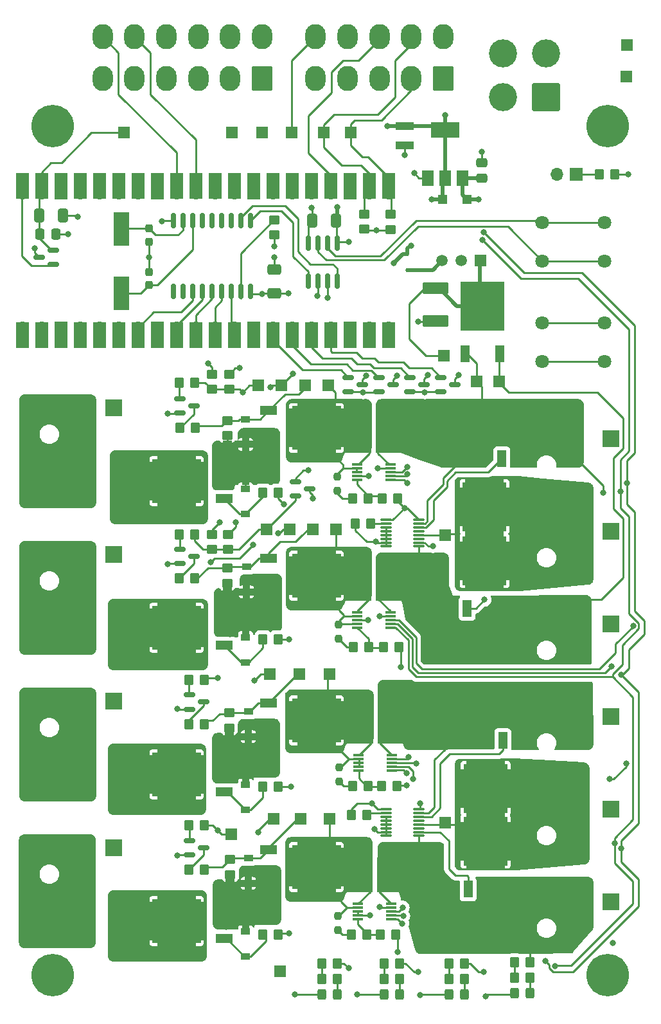
<source format=gbr>
%TF.GenerationSoftware,KiCad,Pcbnew,7.0.2*%
%TF.CreationDate,2023-09-23T20:32:53-04:00*%
%TF.ProjectId,Battery_Monitor_1.2,42617474-6572-4795-9f4d-6f6e69746f72,rev?*%
%TF.SameCoordinates,Original*%
%TF.FileFunction,Copper,L1,Top*%
%TF.FilePolarity,Positive*%
%FSLAX46Y46*%
G04 Gerber Fmt 4.6, Leading zero omitted, Abs format (unit mm)*
G04 Created by KiCad (PCBNEW 7.0.2) date 2023-09-23 20:32:53*
%MOMM*%
%LPD*%
G01*
G04 APERTURE LIST*
G04 Aperture macros list*
%AMRoundRect*
0 Rectangle with rounded corners*
0 $1 Rounding radius*
0 $2 $3 $4 $5 $6 $7 $8 $9 X,Y pos of 4 corners*
0 Add a 4 corners polygon primitive as box body*
4,1,4,$2,$3,$4,$5,$6,$7,$8,$9,$2,$3,0*
0 Add four circle primitives for the rounded corners*
1,1,$1+$1,$2,$3*
1,1,$1+$1,$4,$5*
1,1,$1+$1,$6,$7*
1,1,$1+$1,$8,$9*
0 Add four rect primitives between the rounded corners*
20,1,$1+$1,$2,$3,$4,$5,0*
20,1,$1+$1,$4,$5,$6,$7,0*
20,1,$1+$1,$6,$7,$8,$9,0*
20,1,$1+$1,$8,$9,$2,$3,0*%
G04 Aperture macros list end*
%TA.AperFunction,SMDPad,CuDef*%
%ADD10RoundRect,0.075000X0.650000X0.075000X-0.650000X0.075000X-0.650000X-0.075000X0.650000X-0.075000X0*%
%TD*%
%TA.AperFunction,SMDPad,CuDef*%
%ADD11RoundRect,0.250000X-0.350000X-0.450000X0.350000X-0.450000X0.350000X0.450000X-0.350000X0.450000X0*%
%TD*%
%TA.AperFunction,SMDPad,CuDef*%
%ADD12RoundRect,0.150000X-0.587500X-0.150000X0.587500X-0.150000X0.587500X0.150000X-0.587500X0.150000X0*%
%TD*%
%TA.AperFunction,SMDPad,CuDef*%
%ADD13RoundRect,0.237500X0.237500X-0.250000X0.237500X0.250000X-0.237500X0.250000X-0.237500X-0.250000X0*%
%TD*%
%TA.AperFunction,SMDPad,CuDef*%
%ADD14RoundRect,0.250000X0.350000X0.450000X-0.350000X0.450000X-0.350000X-0.450000X0.350000X-0.450000X0*%
%TD*%
%TA.AperFunction,SMDPad,CuDef*%
%ADD15R,1.500000X1.500000*%
%TD*%
%TA.AperFunction,SMDPad,CuDef*%
%ADD16RoundRect,0.250000X-0.325000X-0.450000X0.325000X-0.450000X0.325000X0.450000X-0.325000X0.450000X0*%
%TD*%
%TA.AperFunction,ComponentPad*%
%ADD17R,1.500000X1.500000*%
%TD*%
%TA.AperFunction,ComponentPad*%
%ADD18C,2.300000*%
%TD*%
%TA.AperFunction,ComponentPad*%
%ADD19R,2.300000X2.300000*%
%TD*%
%TA.AperFunction,SMDPad,CuDef*%
%ADD20R,1.400000X0.300000*%
%TD*%
%TA.AperFunction,SMDPad,CuDef*%
%ADD21R,2.000000X4.500000*%
%TD*%
%TA.AperFunction,SMDPad,CuDef*%
%ADD22R,2.200000X1.200000*%
%TD*%
%TA.AperFunction,SMDPad,CuDef*%
%ADD23R,6.400000X5.800000*%
%TD*%
%TA.AperFunction,SMDPad,CuDef*%
%ADD24RoundRect,0.150000X-0.150000X0.875000X-0.150000X-0.875000X0.150000X-0.875000X0.150000X0.875000X0*%
%TD*%
%TA.AperFunction,SMDPad,CuDef*%
%ADD25RoundRect,0.237500X0.237500X-0.300000X0.237500X0.300000X-0.237500X0.300000X-0.237500X-0.300000X0*%
%TD*%
%TA.AperFunction,SMDPad,CuDef*%
%ADD26RoundRect,0.250000X0.450000X-0.350000X0.450000X0.350000X-0.450000X0.350000X-0.450000X-0.350000X0*%
%TD*%
%TA.AperFunction,SMDPad,CuDef*%
%ADD27R,1.200000X2.200000*%
%TD*%
%TA.AperFunction,SMDPad,CuDef*%
%ADD28R,5.800000X6.400000*%
%TD*%
%TA.AperFunction,SMDPad,CuDef*%
%ADD29RoundRect,0.250000X-0.450000X0.350000X-0.450000X-0.350000X0.450000X-0.350000X0.450000X0.350000X0*%
%TD*%
%TA.AperFunction,SMDPad,CuDef*%
%ADD30R,1.200000X0.900000*%
%TD*%
%TA.AperFunction,ComponentPad*%
%ADD31C,2.400000*%
%TD*%
%TA.AperFunction,SMDPad,CuDef*%
%ADD32R,0.450000X0.600000*%
%TD*%
%TA.AperFunction,SMDPad,CuDef*%
%ADD33R,3.400000X4.600000*%
%TD*%
%TA.AperFunction,SMDPad,CuDef*%
%ADD34R,0.500000X0.500000*%
%TD*%
%TA.AperFunction,ComponentPad*%
%ADD35C,5.600000*%
%TD*%
%TA.AperFunction,SMDPad,CuDef*%
%ADD36R,2.400000X1.100000*%
%TD*%
%TA.AperFunction,SMDPad,CuDef*%
%ADD37RoundRect,0.250000X0.337500X0.475000X-0.337500X0.475000X-0.337500X-0.475000X0.337500X-0.475000X0*%
%TD*%
%TA.AperFunction,SMDPad,CuDef*%
%ADD38RoundRect,0.250000X0.475000X-0.337500X0.475000X0.337500X-0.475000X0.337500X-0.475000X-0.337500X0*%
%TD*%
%TA.AperFunction,ComponentPad*%
%ADD39O,2.700000X3.300000*%
%TD*%
%TA.AperFunction,ComponentPad*%
%ADD40RoundRect,0.250001X1.099999X1.399999X-1.099999X1.399999X-1.099999X-1.399999X1.099999X-1.399999X0*%
%TD*%
%TA.AperFunction,SMDPad,CuDef*%
%ADD41RoundRect,0.250000X0.412500X0.650000X-0.412500X0.650000X-0.412500X-0.650000X0.412500X-0.650000X0*%
%TD*%
%TA.AperFunction,SMDPad,CuDef*%
%ADD42R,3.800000X2.000000*%
%TD*%
%TA.AperFunction,SMDPad,CuDef*%
%ADD43R,1.500000X2.000000*%
%TD*%
%TA.AperFunction,SMDPad,CuDef*%
%ADD44RoundRect,0.250000X0.650000X-0.412500X0.650000X0.412500X-0.650000X0.412500X-0.650000X-0.412500X0*%
%TD*%
%TA.AperFunction,SMDPad,CuDef*%
%ADD45RoundRect,0.150000X0.587500X0.150000X-0.587500X0.150000X-0.587500X-0.150000X0.587500X-0.150000X0*%
%TD*%
%TA.AperFunction,ComponentPad*%
%ADD46O,1.700000X1.700000*%
%TD*%
%TA.AperFunction,ComponentPad*%
%ADD47R,1.700000X1.700000*%
%TD*%
%TA.AperFunction,SMDPad,CuDef*%
%ADD48R,1.180000X1.170000*%
%TD*%
%TA.AperFunction,SMDPad,CuDef*%
%ADD49RoundRect,0.250000X-1.450000X0.537500X-1.450000X-0.537500X1.450000X-0.537500X1.450000X0.537500X0*%
%TD*%
%TA.AperFunction,SMDPad,CuDef*%
%ADD50RoundRect,0.237500X-0.237500X0.300000X-0.237500X-0.300000X0.237500X-0.300000X0.237500X0.300000X0*%
%TD*%
%TA.AperFunction,ComponentPad*%
%ADD51C,1.508000*%
%TD*%
%TA.AperFunction,ComponentPad*%
%ADD52R,1.508000X1.508000*%
%TD*%
%TA.AperFunction,SMDPad,CuDef*%
%ADD53RoundRect,0.150000X0.150000X-0.825000X0.150000X0.825000X-0.150000X0.825000X-0.150000X-0.825000X0*%
%TD*%
%TA.AperFunction,ComponentPad*%
%ADD54C,1.803400*%
%TD*%
%TA.AperFunction,SMDPad,CuDef*%
%ADD55R,1.700000X3.500000*%
%TD*%
%TA.AperFunction,ComponentPad*%
%ADD56C,3.700000*%
%TD*%
%TA.AperFunction,ComponentPad*%
%ADD57RoundRect,0.250002X1.599998X1.599998X-1.599998X1.599998X-1.599998X-1.599998X1.599998X-1.599998X0*%
%TD*%
%TA.AperFunction,ViaPad*%
%ADD58C,0.800000*%
%TD*%
%TA.AperFunction,Conductor*%
%ADD59C,0.250000*%
%TD*%
%TA.AperFunction,Conductor*%
%ADD60C,0.508000*%
%TD*%
G04 APERTURE END LIST*
D10*
%TO.P,U10,16,MON1*%
%TO.N,GND*%
X123834000Y-143736000D03*
%TO.P,U10,15,PWRFLT1*%
X123834000Y-143236000D03*
%TO.P,U10,14,FUSEFLT1*%
X123834000Y-142736000D03*
%TO.P,U10,13,FUSEFLT2*%
X123834000Y-142236000D03*
%TO.P,U10,12,PWRFLT2*%
X123834000Y-141736000D03*
%TO.P,U10,11,MON2*%
X123834000Y-141236000D03*
%TO.P,U10,10,SET*%
%TO.N,Net-(U10-SET)*%
X123834000Y-140736000D03*
%TO.P,U10,9,GND*%
%TO.N,GND*%
X123834000Y-140236000D03*
%TO.P,U10,8,~{VDSFLT}*%
X128134000Y-140236000D03*
%TO.P,U10,7,IN2*%
%TO.N,/BATT3_OUT*%
X128134000Y-140736000D03*
%TO.P,U10,6,GATE2*%
%TO.N,Net-(Q17-G)*%
X128134000Y-141236000D03*
%TO.P,U10,5,NC*%
%TO.N,unconnected-(U10-NC-Pad5)*%
X128134000Y-141736000D03*
%TO.P,U10,4,OUT*%
%TO.N,/12V_OR*%
X128134000Y-142236000D03*
%TO.P,U10,3,NC*%
%TO.N,unconnected-(U10-NC-Pad3)*%
X128134000Y-142736000D03*
%TO.P,U10,2,GATE1*%
%TO.N,Net-(Q21-G)*%
X128134000Y-143236000D03*
%TO.P,U10,1,IN1*%
%TO.N,/BATT4_OUT*%
X128134000Y-143736000D03*
%TD*%
D11*
%TO.P,R8,2*%
%TO.N,GND*%
X109585000Y-98552000D03*
%TO.P,R8,1*%
%TO.N,Net-(D7-A)*%
X107585000Y-98552000D03*
%TD*%
D12*
%TO.P,Q3,3,D*%
%TO.N,Net-(Q3-D)*%
X132890500Y-84328000D03*
%TO.P,Q3,2,S*%
%TO.N,GND*%
X131015500Y-85278000D03*
%TO.P,Q3,1,G*%
%TO.N,/SHDN_4*%
X131015500Y-83378000D03*
%TD*%
D13*
%TO.P,TH4,2*%
%TO.N,/BATT4*%
X117475000Y-154282592D03*
%TO.P,TH4,1*%
%TO.N,Net-(R36-Pad1)*%
X117475000Y-156107592D03*
%TD*%
D14*
%TO.P,R37,2*%
%TO.N,Net-(R37-Pad2)*%
X115332000Y-160528000D03*
%TO.P,R37,1*%
%TO.N,/BATT1_OUT*%
X117332000Y-160528000D03*
%TD*%
D12*
%TO.P,Q6,3,D*%
%TO.N,Net-(Q6-D)*%
X98473500Y-87122000D03*
%TO.P,Q6,2,S*%
%TO.N,GND*%
X96598500Y-88072000D03*
%TO.P,Q6,1,G*%
%TO.N,Net-(Q6-G)*%
X96598500Y-86172000D03*
%TD*%
D14*
%TO.P,R10,2*%
%TO.N,Net-(Q10-D)*%
X96536000Y-109855000D03*
%TO.P,R10,1*%
%TO.N,Net-(D4-A)*%
X98536000Y-109855000D03*
%TD*%
D15*
%TO.P,TP22,1,1*%
%TO.N,/BATT3_IN*%
X108458000Y-122428000D03*
%TD*%
D16*
%TO.P,D14,2,A*%
%TO.N,Net-(D14-A)*%
X117357000Y-164592000D03*
%TO.P,D14,1,K*%
%TO.N,GND*%
X115307000Y-164592000D03*
%TD*%
D11*
%TO.P,R30,2*%
%TO.N,GND*%
X109585000Y-137287000D03*
%TO.P,R30,1*%
%TO.N,Net-(D10-A)*%
X107585000Y-137287000D03*
%TD*%
D13*
%TO.P,TH1,2*%
%TO.N,/BATT1*%
X117379198Y-96482353D03*
%TO.P,TH1,1*%
%TO.N,Net-(R19-Pad1)*%
X117379198Y-98307353D03*
%TD*%
D12*
%TO.P,D5,3,K*%
%TO.N,/ESTOP_CTRL*%
X113713500Y-98044000D03*
%TO.P,D5,2,A*%
%TO.N,/BATT2_GATE*%
X111838500Y-98994000D03*
%TO.P,D5,1,A*%
%TO.N,/BATT1_GATE*%
X111838500Y-97094000D03*
%TD*%
D17*
%TO.P,TP6,1,1*%
%TO.N,/I2C0_SCL*%
X115570000Y-51181000D03*
%TD*%
D18*
%TO.P,J14,2,Pin_2*%
%TO.N,Net-(J14-Pin_2)*%
X82184000Y-145288000D03*
D19*
%TO.P,J14,1,Pin_1*%
%TO.N,GND*%
X87884000Y-145288000D03*
%TD*%
D20*
%TO.P,U6,10,SENSE-*%
%TO.N,/BATT1_OUT*%
X124367244Y-94869760D03*
%TO.P,U6,9,GND*%
%TO.N,GND*%
X124367244Y-95369760D03*
%TO.P,U6,8,SHDN*%
%TO.N,Net-(Q4-D)*%
X124367244Y-95869760D03*
%TO.P,U6,7,SDA*%
%TO.N,/I2C0_SDA*%
X124367244Y-96369760D03*
%TO.P,U6,6,SCL*%
%TO.N,/I2C0_SCL*%
X124367244Y-96869760D03*
%TO.P,U6,5,ADIN*%
%TO.N,Net-(U6-ADIN)*%
X119967244Y-96869760D03*
%TO.P,U6,4,ADR0*%
%TO.N,GND*%
X119967244Y-96369760D03*
%TO.P,U6,3,ADR1*%
%TO.N,/BATT1*%
X119967244Y-95869760D03*
%TO.P,U6,2,VIN*%
X119967244Y-95369760D03*
%TO.P,U6,1,SENSE+*%
X119967244Y-94869760D03*
%TD*%
D10*
%TO.P,U7,16,MON1*%
%TO.N,GND*%
X123834000Y-105636000D03*
%TO.P,U7,15,PWRFLT1*%
X123834000Y-105136000D03*
%TO.P,U7,14,FUSEFLT1*%
X123834000Y-104636000D03*
%TO.P,U7,13,FUSEFLT2*%
X123834000Y-104136000D03*
%TO.P,U7,12,PWRFLT2*%
X123834000Y-103636000D03*
%TO.P,U7,11,MON2*%
X123834000Y-103136000D03*
%TO.P,U7,10,SET*%
%TO.N,Net-(U7-SET)*%
X123834000Y-102636000D03*
%TO.P,U7,9,GND*%
%TO.N,GND*%
X123834000Y-102136000D03*
%TO.P,U7,8,~{VDSFLT}*%
X128134000Y-102136000D03*
%TO.P,U7,7,IN2*%
%TO.N,/BATT1_OUT*%
X128134000Y-102636000D03*
%TO.P,U7,6,GATE2*%
%TO.N,Net-(Q12-G)*%
X128134000Y-103136000D03*
%TO.P,U7,5,NC*%
%TO.N,unconnected-(U7-NC-Pad5)*%
X128134000Y-103636000D03*
%TO.P,U7,4,OUT*%
%TO.N,/40V_OR*%
X128134000Y-104136000D03*
%TO.P,U7,3,NC*%
%TO.N,unconnected-(U7-NC-Pad3)*%
X128134000Y-104636000D03*
%TO.P,U7,2,GATE1*%
%TO.N,Net-(Q11-G)*%
X128134000Y-105136000D03*
%TO.P,U7,1,IN1*%
%TO.N,/BATT2_OUT*%
X128134000Y-105636000D03*
%TD*%
D15*
%TO.P,TP26,1,1*%
%TO.N,/BATT3*%
X116332000Y-122428000D03*
%TD*%
%TO.P,TP25,1,1*%
%TO.N,/BATT3_OUT*%
X129667000Y-131318000D03*
%TD*%
D21*
%TO.P,Y1,2,2*%
%TO.N,Net-(U2-OSC2)*%
X88900000Y-72322000D03*
%TO.P,Y1,1,1*%
%TO.N,Net-(U2-OSC1)*%
X88900000Y-63822000D03*
%TD*%
D22*
%TO.P,Q8,3,S*%
%TO.N,/BATT2_IN*%
X108322000Y-111754000D03*
D23*
%TO.P,Q8,2,D*%
%TO.N,/BATT2*%
X114622000Y-109474000D03*
D22*
%TO.P,Q8,1,G*%
%TO.N,Net-(D4-A)*%
X108322000Y-107194000D03*
%TD*%
D17*
%TO.P,TP2,1,1*%
%TO.N,+3.3V*%
X107442000Y-51181000D03*
%TD*%
D24*
%TO.P,U2,18,VDD*%
%TO.N,+5V*%
X105918000Y-72087000D03*
%TO.P,U2,17,~{RESET}*%
%TO.N,Net-(U2-~{RESET})*%
X104648000Y-72087000D03*
%TO.P,U2,16,~{CS}*%
%TO.N,/SPIO_CSn*%
X103378000Y-72087000D03*
%TO.P,U2,15,SO*%
%TO.N,/SPIO_RX*%
X102108000Y-72087000D03*
%TO.P,U2,14,SI*%
%TO.N,/SPIO_TX*%
X100838000Y-72087000D03*
%TO.P,U2,13,SCK*%
%TO.N,/SPIO_SCK*%
X99568000Y-72087000D03*
%TO.P,U2,12,~{INT}*%
%TO.N,/INT*%
X98298000Y-72087000D03*
%TO.P,U2,11,~{RX0BF}*%
%TO.N,unconnected-(U2-~{RX0BF}-Pad11)*%
X97028000Y-72087000D03*
%TO.P,U2,10,~{RX1BF}*%
%TO.N,unconnected-(U2-~{RX1BF}-Pad10)*%
X95758000Y-72087000D03*
%TO.P,U2,9,VSS*%
%TO.N,GND*%
X95758000Y-62787000D03*
%TO.P,U2,8,OSC1*%
%TO.N,Net-(U2-OSC1)*%
X97028000Y-62787000D03*
%TO.P,U2,7,OSC2*%
%TO.N,Net-(U2-OSC2)*%
X98298000Y-62787000D03*
%TO.P,U2,6,~{TX2RTS}*%
%TO.N,unconnected-(U2-~{TX2RTS}-Pad6)*%
X99568000Y-62787000D03*
%TO.P,U2,5,~{TX1RTS}*%
%TO.N,unconnected-(U2-~{TX1RTS}-Pad5)*%
X100838000Y-62787000D03*
%TO.P,U2,4,~{TX0RTS}*%
%TO.N,unconnected-(U2-~{TX0RTS}-Pad4)*%
X102108000Y-62787000D03*
%TO.P,U2,3,CLKOUT/SOF*%
%TO.N,unconnected-(U2-CLKOUT{slash}SOF-Pad3)*%
X103378000Y-62787000D03*
%TO.P,U2,2,RXCAN*%
%TO.N,/CAN_RX*%
X104648000Y-62787000D03*
%TO.P,U2,1,TXCAN*%
%TO.N,/CAN_TX*%
X105918000Y-62787000D03*
%TD*%
D12*
%TO.P,Q2,3,D*%
%TO.N,Net-(Q2-D)*%
X128826500Y-84328000D03*
%TO.P,Q2,2,S*%
%TO.N,GND*%
X126951500Y-85278000D03*
%TO.P,Q2,1,G*%
%TO.N,/SHDN_3*%
X126951500Y-83378000D03*
%TD*%
D25*
%TO.P,C4,2*%
%TO.N,Net-(U2-OSC1)*%
X92583000Y-63780500D03*
%TO.P,C4,1*%
%TO.N,GND*%
X92583000Y-65505500D03*
%TD*%
D26*
%TO.P,R13,2*%
%TO.N,Net-(D4-A)*%
X102870000Y-108474000D03*
%TO.P,R13,1*%
%TO.N,/BATT2_IN*%
X102870000Y-110474000D03*
%TD*%
D11*
%TO.P,R45,2*%
%TO.N,Net-(D15-A)*%
X134096000Y-162560000D03*
%TO.P,R45,1*%
%TO.N,Net-(R33-Pad2)*%
X132096000Y-162560000D03*
%TD*%
D27*
%TO.P,Q11,3,S*%
%TO.N,/BATT2_OUT*%
X139059000Y-113801000D03*
D28*
%TO.P,Q11,2,D*%
%TO.N,/40V_OR*%
X136779000Y-107501000D03*
D27*
%TO.P,Q11,1,G*%
%TO.N,Net-(Q11-G)*%
X134499000Y-113801000D03*
%TD*%
D16*
%TO.P,D16,2,A*%
%TO.N,Net-(D16-A)*%
X142757000Y-164465000D03*
%TO.P,D16,1,K*%
%TO.N,GND*%
X140707000Y-164465000D03*
%TD*%
D29*
%TO.P,R5,2*%
%TO.N,/BATT1_GATE*%
X103124000Y-84947000D03*
%TO.P,R5,1*%
%TO.N,/BATT1_CTRL*%
X103124000Y-82947000D03*
%TD*%
D27*
%TO.P,D2,3,A*%
%TO.N,/BATT2_OUT*%
X138805000Y-80273000D03*
D28*
%TO.P,D2,2,K*%
%TO.N,/REG_CTRL*%
X136525000Y-73973000D03*
D27*
%TO.P,D2,1,A*%
%TO.N,/BATT1_OUT*%
X134245000Y-80273000D03*
%TD*%
D15*
%TO.P,TP1,1,1*%
%TO.N,Net-(Q1-S)*%
X89281000Y-51181000D03*
%TD*%
D22*
%TO.P,Q9,3,S*%
%TO.N,/BATT1_IN*%
X102498000Y-94748000D03*
D23*
%TO.P,Q9,2,D*%
%TO.N,Net-(Q9-D)*%
X96198000Y-97028000D03*
D22*
%TO.P,Q9,1,G*%
%TO.N,Net-(D7-A)*%
X102498000Y-99308000D03*
%TD*%
D30*
%TO.P,D4,2,A*%
%TO.N,Net-(D4-A)*%
X105410000Y-108332000D03*
%TO.P,D4,1,K*%
%TO.N,/BATT2_IN*%
X105410000Y-111632000D03*
%TD*%
D31*
%TO.P,F3,2*%
%TO.N,Net-(Q14-D)*%
X89288000Y-137336000D03*
X89288000Y-133936000D03*
%TO.P,F3,1*%
%TO.N,Net-(J11-Pin_2)*%
X79368000Y-137336000D03*
X79368000Y-133936000D03*
%TD*%
D17*
%TO.P,TP5,1,1*%
%TO.N,/I2C0_SDA*%
X119126000Y-51181000D03*
%TD*%
D26*
%TO.P,R12,2*%
%TO.N,Net-(D6-A)*%
X102870000Y-89043000D03*
%TO.P,R12,1*%
%TO.N,/BATT1_IN*%
X102870000Y-91043000D03*
%TD*%
D11*
%TO.P,R1,2*%
%TO.N,/CAN_H*%
X153908000Y-56642000D03*
%TO.P,R1,1*%
%TO.N,Net-(J4-Pin_1)*%
X151908000Y-56642000D03*
%TD*%
D32*
%TO.P,D3,2,A*%
%TO.N,Net-(D3-A)*%
X126619000Y-69249000D03*
%TO.P,D3,1,K*%
%TO.N,+5V*%
X126619000Y-67149000D03*
%TD*%
D12*
%TO.P,Q20,3,D*%
%TO.N,Net-(Q20-D)*%
X99743500Y-145288000D03*
%TO.P,Q20,2,S*%
%TO.N,GND*%
X97868500Y-146238000D03*
%TO.P,Q20,1,G*%
%TO.N,Net-(Q20-G)*%
X97868500Y-144338000D03*
%TD*%
D11*
%TO.P,R29,2*%
%TO.N,GND*%
X109585000Y-156718000D03*
%TO.P,R29,1*%
%TO.N,Net-(D11-A)*%
X107585000Y-156718000D03*
%TD*%
D30*
%TO.P,D8,2,A*%
%TO.N,Net-(D8-A)*%
X105664000Y-127382000D03*
%TO.P,D8,1,K*%
%TO.N,/BATT3_IN*%
X105664000Y-130682000D03*
%TD*%
D14*
%TO.P,R35,2*%
%TO.N,Net-(R35-Pad2)*%
X123587000Y-160528000D03*
%TO.P,R35,1*%
%TO.N,/BATT2_OUT*%
X125587000Y-160528000D03*
%TD*%
D27*
%TO.P,Q17,3,S*%
%TO.N,/BATT3_OUT*%
X134626000Y-131182000D03*
D28*
%TO.P,Q17,2,D*%
%TO.N,/12V_OR*%
X136906000Y-137482000D03*
D27*
%TO.P,Q17,1,G*%
%TO.N,Net-(Q17-G)*%
X139186000Y-131182000D03*
%TD*%
D22*
%TO.P,Q15,3,S*%
%TO.N,/BATT2_IN*%
X102498000Y-114052000D03*
D23*
%TO.P,Q15,2,D*%
%TO.N,Net-(Q15-D)*%
X96198000Y-116332000D03*
D22*
%TO.P,Q15,1,G*%
%TO.N,Net-(D9-A)*%
X102498000Y-118612000D03*
%TD*%
D33*
%TO.P,R26,2*%
%TO.N,/BATT3_OUT*%
X124396000Y-129286000D03*
D34*
X122946000Y-131336000D03*
%TO.P,R26,1*%
%TO.N,/BATT3*%
X121846000Y-131336000D03*
D33*
X120396000Y-129286000D03*
%TD*%
D16*
%TO.P,D13,2,A*%
%TO.N,Net-(D13-A)*%
X125612000Y-164592000D03*
%TO.P,D13,1,K*%
%TO.N,GND*%
X123562000Y-164592000D03*
%TD*%
D35*
%TO.P,H1,1,1*%
%TO.N,GND*%
X79834003Y-50340997D03*
%TD*%
D11*
%TO.P,R22,2*%
%TO.N,GND*%
X109585000Y-117856000D03*
%TO.P,R22,1*%
%TO.N,Net-(D9-A)*%
X107585000Y-117856000D03*
%TD*%
D15*
%TO.P,TP12,1,1*%
%TO.N,/REG_CTRL*%
X131445000Y-80518000D03*
%TD*%
D26*
%TO.P,R7,2*%
%TO.N,/I2C0_SDA*%
X124358400Y-61941200D03*
%TO.P,R7,1*%
%TO.N,+3.3V*%
X124358400Y-63941200D03*
%TD*%
D36*
%TO.P,C1,2*%
%TO.N,GND*%
X126238000Y-52812000D03*
%TO.P,C1,1*%
%TO.N,+3.3V*%
X126238000Y-50312000D03*
%TD*%
D37*
%TO.P,C2,2*%
%TO.N,Net-(Q1-S)*%
X78210500Y-64516000D03*
%TO.P,C2,1*%
%TO.N,GND*%
X80285500Y-64516000D03*
%TD*%
D22*
%TO.P,Q18,3,S*%
%TO.N,/BATT4_IN*%
X108322000Y-150108000D03*
D23*
%TO.P,Q18,2,D*%
%TO.N,/BATT4*%
X114622000Y-147828000D03*
D22*
%TO.P,Q18,1,G*%
%TO.N,Net-(D12-A)*%
X108322000Y-145548000D03*
%TD*%
D26*
%TO.P,R23,2*%
%TO.N,Net-(D8-A)*%
X103124000Y-127524000D03*
%TO.P,R23,1*%
%TO.N,/BATT3_IN*%
X103124000Y-129524000D03*
%TD*%
D11*
%TO.P,R27,2*%
%TO.N,GND*%
X125460000Y-118872000D03*
%TO.P,R27,1*%
%TO.N,Net-(U8-ADIN)*%
X123460000Y-118872000D03*
%TD*%
D14*
%TO.P,R42,2*%
%TO.N,Net-(R42-Pad2)*%
X140732000Y-160401000D03*
%TO.P,R42,1*%
%TO.N,/BATT4_OUT*%
X142732000Y-160401000D03*
%TD*%
D15*
%TO.P,TP19,1,1*%
%TO.N,/BATT2_IN*%
X111125000Y-103378000D03*
%TD*%
D38*
%TO.P,C7,2*%
%TO.N,GND*%
X136398000Y-55096500D03*
%TO.P,C7,1*%
%TO.N,+5V*%
X136398000Y-57171500D03*
%TD*%
D11*
%TO.P,R36,2*%
%TO.N,Net-(U11-ADIN)*%
X121269000Y-156719092D03*
%TO.P,R36,1*%
%TO.N,Net-(R36-Pad1)*%
X119269000Y-156719092D03*
%TD*%
D17*
%TO.P,TP30,1,1*%
%TO.N,GND*%
X109855000Y-161544000D03*
%TD*%
D15*
%TO.P,TP33,1,1*%
%TO.N,/12V_OR*%
X131572000Y-141986000D03*
%TD*%
D39*
%TO.P,J1,12,Pin_12*%
%TO.N,/GPIO_2*%
X86442000Y-38569000D03*
%TO.P,J1,11,Pin_11*%
%TO.N,/GPIO_1*%
X90642000Y-38569000D03*
%TO.P,J1,10,Pin_10*%
%TO.N,+3.3V*%
X94842000Y-38569000D03*
%TO.P,J1,9,Pin_9*%
X99042000Y-38569000D03*
%TO.P,J1,8,Pin_8*%
%TO.N,+5V*%
X103242000Y-38569000D03*
%TO.P,J1,7,Pin_7*%
X107442000Y-38569000D03*
%TO.P,J1,6,Pin_6*%
%TO.N,GND*%
X86442000Y-44069000D03*
%TO.P,J1,5,Pin_5*%
X90642000Y-44069000D03*
%TO.P,J1,4,Pin_4*%
X94842000Y-44069000D03*
%TO.P,J1,3,Pin_3*%
X99042000Y-44069000D03*
%TO.P,J1,2,Pin_2*%
X103242000Y-44069000D03*
D40*
%TO.P,J1,1,Pin_1*%
X107442000Y-44069000D03*
%TD*%
D41*
%TO.P,C8,2*%
%TO.N,GND*%
X114109100Y-62738000D03*
%TO.P,C8,1*%
%TO.N,+3.3V*%
X117234100Y-62738000D03*
%TD*%
D17*
%TO.P,TP3,1,1*%
%TO.N,GND*%
X103505000Y-51181000D03*
%TD*%
D31*
%TO.P,F1,2*%
%TO.N,Net-(Q9-D)*%
X89288000Y-98728000D03*
X89288000Y-95328000D03*
%TO.P,F1,1*%
%TO.N,Net-(J8-Pin_2)*%
X79368000Y-98728000D03*
X79368000Y-95328000D03*
%TD*%
D14*
%TO.P,R4,2*%
%TO.N,Net-(Q6-G)*%
X96536000Y-84074000D03*
%TO.P,R4,1*%
%TO.N,/BATT1_GATE*%
X98536000Y-84074000D03*
%TD*%
D15*
%TO.P,TP11,1,1*%
%TO.N,/BATT1_IN*%
X109982000Y-84455000D03*
%TD*%
D42*
%TO.P,U1,4,OUT*%
%TO.N,+3.3V*%
X131572000Y-50825000D03*
D43*
%TO.P,U1,3,IN*%
%TO.N,+5V*%
X133872000Y-57125000D03*
%TO.P,U1,2,OUT*%
%TO.N,+3.3V*%
X131572000Y-57125000D03*
%TO.P,U1,1,GND*%
%TO.N,GND*%
X129272000Y-57125000D03*
%TD*%
D14*
%TO.P,R34,2*%
%TO.N,GND*%
X119269000Y-140970000D03*
%TO.P,R34,1*%
%TO.N,Net-(U10-SET)*%
X121269000Y-140970000D03*
%TD*%
D18*
%TO.P,J15,2,Pin_2*%
%TO.N,/BATT4_OUT*%
X147716000Y-152400000D03*
D19*
%TO.P,J15,1,Pin_1*%
%TO.N,GND*%
X153416000Y-152400000D03*
%TD*%
D30*
%TO.P,D11,2,A*%
%TO.N,Net-(D11-A)*%
X105283000Y-159638000D03*
%TO.P,D11,1,K*%
%TO.N,/BATT4_IN*%
X105283000Y-156338000D03*
%TD*%
D15*
%TO.P,TP17,1,1*%
%TO.N,/BATT2_GATE*%
X108077000Y-103378000D03*
%TD*%
D13*
%TO.P,TH2,2*%
%TO.N,/BATT3*%
X117599800Y-134724592D03*
%TO.P,TH2,1*%
%TO.N,Net-(R40-Pad1)*%
X117599800Y-136549592D03*
%TD*%
D39*
%TO.P,J2,10,Pin_10*%
%TO.N,+5V*%
X114518000Y-38569000D03*
%TO.P,J2,9,Pin_9*%
%TO.N,+3.3V*%
X118718000Y-38569000D03*
%TO.P,J2,8,Pin_8*%
%TO.N,/LED_CTRL*%
X122918000Y-38569000D03*
%TO.P,J2,7,Pin_7*%
%TO.N,/I2C0_SCL*%
X127118000Y-38569000D03*
%TO.P,J2,6,Pin_6*%
%TO.N,+5V*%
X131318000Y-38569000D03*
%TO.P,J2,5,Pin_5*%
%TO.N,GND*%
X114518000Y-44069000D03*
%TO.P,J2,4,Pin_4*%
X118718000Y-44069000D03*
%TO.P,J2,3,Pin_3*%
X122918000Y-44069000D03*
%TO.P,J2,2,Pin_2*%
%TO.N,/I2C0_SDA*%
X127118000Y-44069000D03*
D40*
%TO.P,J2,1,Pin_1*%
%TO.N,GND*%
X131318000Y-44069000D03*
%TD*%
D14*
%TO.P,R17,2*%
%TO.N,GND*%
X119777000Y-102616000D03*
%TO.P,R17,1*%
%TO.N,Net-(U7-SET)*%
X121777000Y-102616000D03*
%TD*%
D15*
%TO.P,TP28,1,1*%
%TO.N,Net-(D12-A)*%
X112522000Y-141478000D03*
%TD*%
D26*
%TO.P,R6,2*%
%TO.N,/I2C0_SCL*%
X120954800Y-61890400D03*
%TO.P,R6,1*%
%TO.N,+3.3V*%
X120954800Y-63890400D03*
%TD*%
D35*
%TO.P,H4,1,1*%
%TO.N,GND*%
X152986003Y-162100997D03*
%TD*%
D44*
%TO.P,C6,2*%
%TO.N,GND*%
X109093000Y-69176500D03*
%TO.P,C6,1*%
%TO.N,+5V*%
X109093000Y-72301500D03*
%TD*%
D26*
%TO.P,R2,2*%
%TO.N,GND*%
X100838000Y-82947000D03*
%TO.P,R2,1*%
%TO.N,/BATT1_GATE*%
X100838000Y-84947000D03*
%TD*%
D18*
%TO.P,J9,2,Pin_2*%
%TO.N,/BATT1_OUT*%
X147716000Y-91440000D03*
D19*
%TO.P,J9,1,Pin_1*%
%TO.N,GND*%
X153416000Y-91440000D03*
%TD*%
D22*
%TO.P,Q19,3,S*%
%TO.N,/BATT4_IN*%
X102498000Y-152660000D03*
D23*
%TO.P,Q19,2,D*%
%TO.N,Net-(Q19-D)*%
X96198000Y-154940000D03*
D22*
%TO.P,Q19,1,G*%
%TO.N,Net-(D11-A)*%
X102498000Y-157220000D03*
%TD*%
D14*
%TO.P,R24,2*%
%TO.N,Net-(Q16-D)*%
X97806000Y-129032000D03*
%TO.P,R24,1*%
%TO.N,Net-(D8-A)*%
X99806000Y-129032000D03*
%TD*%
D12*
%TO.P,Q4,3,D*%
%TO.N,Net-(Q4-D)*%
X120698500Y-84328000D03*
%TO.P,Q4,2,S*%
%TO.N,GND*%
X118823500Y-85278000D03*
%TO.P,Q4,1,G*%
%TO.N,/SHDN_1*%
X118823500Y-83378000D03*
%TD*%
D14*
%TO.P,R33,2*%
%TO.N,Net-(R33-Pad2)*%
X132096000Y-160528000D03*
%TO.P,R33,1*%
%TO.N,/BATT3_OUT*%
X134096000Y-160528000D03*
%TD*%
D26*
%TO.P,R11,2*%
%TO.N,GND*%
X100838000Y-104029000D03*
%TO.P,R11,1*%
%TO.N,/BATT2_GATE*%
X100838000Y-106029000D03*
%TD*%
D16*
%TO.P,D15,2,A*%
%TO.N,Net-(D15-A)*%
X134121000Y-164592000D03*
%TO.P,D15,1,K*%
%TO.N,GND*%
X132071000Y-164592000D03*
%TD*%
D45*
%TO.P,Q1,3,D*%
%TO.N,+5V*%
X78056500Y-67564000D03*
%TO.P,Q1,2,S*%
%TO.N,Net-(Q1-S)*%
X79931500Y-66614000D03*
%TO.P,Q1,1,G*%
%TO.N,Net-(Q1-G)*%
X79931500Y-68514000D03*
%TD*%
D11*
%TO.P,R38,2*%
%TO.N,GND*%
X125079000Y-156719092D03*
%TO.P,R38,1*%
%TO.N,Net-(U11-ADIN)*%
X123079000Y-156719092D03*
%TD*%
%TO.P,R44,2*%
%TO.N,Net-(D13-A)*%
X125587000Y-162560000D03*
%TO.P,R44,1*%
%TO.N,Net-(R35-Pad2)*%
X123587000Y-162560000D03*
%TD*%
D15*
%TO.P,TP13,1,1*%
%TO.N,/BATT1*%
X116205000Y-84455000D03*
%TD*%
D27*
%TO.P,Q12,3,S*%
%TO.N,/BATT1_OUT*%
X134499000Y-94098000D03*
D28*
%TO.P,Q12,2,D*%
%TO.N,/40V_OR*%
X136779000Y-100398000D03*
D27*
%TO.P,Q12,1,G*%
%TO.N,Net-(Q12-G)*%
X139059000Y-94098000D03*
%TD*%
D46*
%TO.P,J4,2,Pin_2*%
%TO.N,/CAN_L*%
X146309000Y-56642000D03*
D47*
%TO.P,J4,1,Pin_1*%
%TO.N,Net-(J4-Pin_1)*%
X148849000Y-56642000D03*
%TD*%
D15*
%TO.P,TP24,1,1*%
%TO.N,/ESTOP_CTRL*%
X103378000Y-143510000D03*
%TD*%
%TO.P,TP31,1,1*%
%TO.N,/BATT4_OUT*%
X129667000Y-156464000D03*
%TD*%
D48*
%TO.P,D1,2,A*%
%TO.N,+3.3V*%
X131252000Y-59944000D03*
%TO.P,D1,1,K*%
%TO.N,+5V*%
X134432000Y-59944000D03*
%TD*%
D12*
%TO.P,Q5,3,D*%
%TO.N,Net-(Q5-D)*%
X124762500Y-84328000D03*
%TO.P,Q5,2,S*%
%TO.N,GND*%
X122887500Y-85278000D03*
%TO.P,Q5,1,G*%
%TO.N,/SHDN_2*%
X122887500Y-83378000D03*
%TD*%
D15*
%TO.P,TP27,1,1*%
%TO.N,/BATT2_OUT*%
X129667000Y-119126000D03*
%TD*%
%TO.P,TP29,1,1*%
%TO.N,/BATT4_IN*%
X108966000Y-141478000D03*
%TD*%
D20*
%TO.P,U11,10,SENSE-*%
%TO.N,/BATT4_OUT*%
X124501000Y-152670000D03*
%TO.P,U11,9,GND*%
%TO.N,GND*%
X124501000Y-153170000D03*
%TO.P,U11,8,SHDN*%
%TO.N,Net-(Q3-D)*%
X124501000Y-153670000D03*
%TO.P,U11,7,SDA*%
%TO.N,/I2C0_SDA*%
X124501000Y-154170000D03*
%TO.P,U11,6,SCL*%
%TO.N,/I2C0_SCL*%
X124501000Y-154670000D03*
%TO.P,U11,5,ADIN*%
%TO.N,Net-(U11-ADIN)*%
X120101000Y-154670000D03*
%TO.P,U11,4,ADR0*%
%TO.N,GND*%
X120101000Y-154170000D03*
%TO.P,U11,3,ADR1*%
X120101000Y-153670000D03*
%TO.P,U11,2,VIN*%
%TO.N,/BATT4*%
X120101000Y-153170000D03*
%TO.P,U11,1,SENSE+*%
X120101000Y-152670000D03*
%TD*%
D26*
%TO.P,R28,2*%
%TO.N,Net-(D12-A)*%
X103251000Y-146828000D03*
%TO.P,R28,1*%
%TO.N,/BATT4_IN*%
X103251000Y-148828000D03*
%TD*%
D11*
%TO.P,R19,2*%
%TO.N,Net-(U6-ADIN)*%
X121427198Y-99314000D03*
%TO.P,R19,1*%
%TO.N,Net-(R19-Pad1)*%
X119427198Y-99314000D03*
%TD*%
D49*
%TO.P,C9,2*%
%TO.N,GND*%
X130302000Y-75924500D03*
%TO.P,C9,1*%
%TO.N,/REG_CTRL*%
X130302000Y-71649500D03*
%TD*%
D15*
%TO.P,TP18,1,1*%
%TO.N,/BATT2*%
X117221000Y-103378000D03*
%TD*%
D50*
%TO.P,C5,2*%
%TO.N,Net-(U2-OSC2)*%
X92583000Y-71220500D03*
%TO.P,C5,1*%
%TO.N,GND*%
X92583000Y-69495500D03*
%TD*%
D18*
%TO.P,J12,2,Pin_2*%
%TO.N,/BATT3_OUT*%
X147716000Y-128016000D03*
D19*
%TO.P,J12,1,Pin_1*%
%TO.N,GND*%
X153416000Y-128016000D03*
%TD*%
D15*
%TO.P,TP14,1,1*%
%TO.N,/BATT2_OUT*%
X138684000Y-83947000D03*
%TD*%
%TO.P,TP23,1,1*%
%TO.N,Net-(D8-A)*%
X112395000Y-122428000D03*
%TD*%
D18*
%TO.P,J13,2,Pin_2*%
%TO.N,/BATT2_OUT*%
X147716000Y-115824000D03*
D19*
%TO.P,J13,1,Pin_1*%
%TO.N,GND*%
X153416000Y-115824000D03*
%TD*%
D15*
%TO.P,TP9,1,1*%
%TO.N,/BATT1_GATE*%
X106934000Y-84455000D03*
%TD*%
D12*
%TO.P,Q16,3,D*%
%TO.N,Net-(Q16-D)*%
X99743500Y-126111000D03*
%TO.P,Q16,2,S*%
%TO.N,GND*%
X97868500Y-127061000D03*
%TO.P,Q16,1,G*%
%TO.N,Net-(Q16-G)*%
X97868500Y-125161000D03*
%TD*%
D14*
%TO.P,R32,2*%
%TO.N,Net-(Q20-D)*%
X97806000Y-148209000D03*
%TO.P,R32,1*%
%TO.N,Net-(D12-A)*%
X99806000Y-148209000D03*
%TD*%
D15*
%TO.P,TP16,1,1*%
%TO.N,Net-(D4-A)*%
X114173000Y-103378000D03*
%TD*%
D18*
%TO.P,J10,2,Pin_2*%
%TO.N,/40V_OR*%
X147716000Y-103632000D03*
D19*
%TO.P,J10,1,Pin_1*%
%TO.N,GND*%
X153416000Y-103632000D03*
%TD*%
D35*
%TO.P,H2,1,1*%
%TO.N,GND*%
X152986003Y-50340997D03*
%TD*%
D51*
%TO.P,U5,3,+VOUT*%
%TO.N,Net-(D3-A)*%
X131191000Y-68036000D03*
%TO.P,U5,2,GND*%
%TO.N,GND*%
X133731000Y-68036000D03*
D52*
%TO.P,U5,1,+VIN*%
%TO.N,/REG_CTRL*%
X136271000Y-68036000D03*
%TD*%
D33*
%TO.P,R39,2*%
%TO.N,/BATT4_OUT*%
X124301000Y-148844000D03*
D34*
X122851000Y-150894000D03*
%TO.P,R39,1*%
%TO.N,/BATT4*%
X121751000Y-150894000D03*
D33*
X120301000Y-148844000D03*
%TD*%
D31*
%TO.P,F4,2*%
%TO.N,Net-(Q19-D)*%
X89288000Y-156640000D03*
X89288000Y-153240000D03*
%TO.P,F4,1*%
%TO.N,Net-(J14-Pin_2)*%
X79368000Y-156640000D03*
X79368000Y-153240000D03*
%TD*%
D41*
%TO.P,C3,2*%
%TO.N,Net-(Q1-S)*%
X78066500Y-62103000D03*
%TO.P,C3,1*%
%TO.N,GND*%
X81191500Y-62103000D03*
%TD*%
D20*
%TO.P,U8,10,SENSE-*%
%TO.N,/BATT2_OUT*%
X124374000Y-114316000D03*
%TO.P,U8,9,GND*%
%TO.N,GND*%
X124374000Y-114816000D03*
%TO.P,U8,8,SHDN*%
%TO.N,Net-(Q5-D)*%
X124374000Y-115316000D03*
%TO.P,U8,7,SDA*%
%TO.N,/I2C0_SDA*%
X124374000Y-115816000D03*
%TO.P,U8,6,SCL*%
%TO.N,/I2C0_SCL*%
X124374000Y-116316000D03*
%TO.P,U8,5,ADIN*%
%TO.N,Net-(U8-ADIN)*%
X119974000Y-116316000D03*
%TO.P,U8,4,ADR0*%
%TO.N,/BATT2*%
X119974000Y-115816000D03*
%TO.P,U8,3,ADR1*%
%TO.N,GND*%
X119974000Y-115316000D03*
%TO.P,U8,2,VIN*%
%TO.N,/BATT2*%
X119974000Y-114816000D03*
%TO.P,U8,1,SENSE+*%
X119974000Y-114316000D03*
%TD*%
D35*
%TO.P,H3,1,1*%
%TO.N,GND*%
X79834003Y-162100997D03*
%TD*%
D11*
%TO.P,R46,2*%
%TO.N,Net-(D16-A)*%
X142732000Y-162433000D03*
%TO.P,R46,1*%
%TO.N,Net-(R42-Pad2)*%
X140732000Y-162433000D03*
%TD*%
D14*
%TO.P,R21,2*%
%TO.N,Net-(Q16-G)*%
X97806000Y-123190000D03*
%TO.P,R21,1*%
%TO.N,/ESTOP_CTRL*%
X99806000Y-123190000D03*
%TD*%
D11*
%TO.P,R43,2*%
%TO.N,Net-(D14-A)*%
X117332000Y-162560000D03*
%TO.P,R43,1*%
%TO.N,Net-(R37-Pad2)*%
X115332000Y-162560000D03*
%TD*%
D53*
%TO.P,U4,8,STBY*%
%TO.N,GND*%
X113538000Y-65724000D03*
%TO.P,U4,7,CANH*%
%TO.N,/CAN_H*%
X114808000Y-65724000D03*
%TO.P,U4,6,CANL*%
%TO.N,/CAN_L*%
X116078000Y-65724000D03*
%TO.P,U4,5,Vio*%
%TO.N,+3.3V*%
X117348000Y-65724000D03*
%TO.P,U4,4,RXD*%
%TO.N,/CAN_RX*%
X117348000Y-70674000D03*
%TO.P,U4,3,VDD*%
%TO.N,+5V*%
X116078000Y-70674000D03*
%TO.P,U4,2,VSS*%
%TO.N,GND*%
X114808000Y-70674000D03*
%TO.P,U4,1,TXD*%
%TO.N,/CAN_TX*%
X113538000Y-70674000D03*
%TD*%
D14*
%TO.P,R15,2*%
%TO.N,Net-(Q10-G)*%
X96536000Y-104038400D03*
%TO.P,R15,1*%
%TO.N,/BATT2_GATE*%
X98536000Y-104038400D03*
%TD*%
D15*
%TO.P,TP20,1,1*%
%TO.N,/40V_OR*%
X131572000Y-104140000D03*
%TD*%
D54*
%TO.P,J6,4,Pin_4*%
%TO.N,/CAN_H*%
X144407000Y-81255124D03*
%TO.P,J6,3,Pin_3*%
X152606999Y-81255124D03*
%TO.P,J6,2,Pin_2*%
%TO.N,/CAN_L*%
X144407000Y-76255124D03*
%TO.P,J6,1,Pin_1*%
X152606999Y-76255124D03*
%TD*%
D29*
%TO.P,R3,2*%
%TO.N,+5V*%
X109093000Y-64627000D03*
%TO.P,R3,1*%
%TO.N,Net-(U2-~{RESET})*%
X109093000Y-62627000D03*
%TD*%
%TO.P,R14,2*%
%TO.N,/BATT2_GATE*%
X102997000Y-106029000D03*
%TO.P,R14,1*%
%TO.N,/BATT2_CTRL*%
X102997000Y-104029000D03*
%TD*%
D30*
%TO.P,D9,2,A*%
%TO.N,Net-(D9-A)*%
X105283000Y-120903000D03*
%TO.P,D9,1,K*%
%TO.N,/BATT2_IN*%
X105283000Y-117603000D03*
%TD*%
D13*
%TO.P,TH3,2*%
%TO.N,/BATT2*%
X117534690Y-115928592D03*
%TO.P,TH3,1*%
%TO.N,Net-(R25-Pad1)*%
X117534690Y-117753592D03*
%TD*%
D17*
%TO.P,TP7,1,1*%
%TO.N,/CAN_L*%
X155575000Y-39624000D03*
%TD*%
D54*
%TO.P,J5,4,Pin_4*%
%TO.N,/CAN_H*%
X144407000Y-68047124D03*
%TO.P,J5,3,Pin_3*%
X152606999Y-68047124D03*
%TO.P,J5,2,Pin_2*%
%TO.N,/CAN_L*%
X144407000Y-63047124D03*
%TO.P,J5,1,Pin_1*%
X152606999Y-63047124D03*
%TD*%
D18*
%TO.P,J7,2,Pin_2*%
%TO.N,Net-(J7-Pin_2)*%
X82184000Y-106680000D03*
D19*
%TO.P,J7,1,Pin_1*%
%TO.N,GND*%
X87884000Y-106680000D03*
%TD*%
D55*
%TO.P,U3,40,VBUS*%
%TO.N,Net-(Q1-G)*%
X75844400Y-58206791D03*
D46*
X75844400Y-59106791D03*
D55*
%TO.P,U3,39,VSYS*%
%TO.N,Net-(Q1-S)*%
X78384400Y-58206791D03*
D46*
X78384400Y-59106791D03*
D55*
%TO.P,U3,38,GND*%
%TO.N,GND*%
X80924400Y-58206791D03*
D47*
X80924400Y-59106791D03*
D55*
%TO.P,U3,37,3V3_EN*%
%TO.N,unconnected-(U3-3V3_EN-Pad37)*%
X83464400Y-58206791D03*
D46*
X83464400Y-59106791D03*
D55*
%TO.P,U3,36,3V3*%
%TO.N,unconnected-(U3-3V3-Pad36)*%
X86004400Y-58206791D03*
D46*
X86004400Y-59106791D03*
D55*
%TO.P,U3,35,ADC_VREF*%
%TO.N,unconnected-(U3-ADC_VREF-Pad35)*%
X88544400Y-58206791D03*
D46*
X88544400Y-59106791D03*
D55*
%TO.P,U3,34,GPIO28_ADC2*%
%TO.N,unconnected-(U3-GPIO28_ADC2-Pad34)*%
X91084400Y-58206791D03*
D46*
X91084400Y-59106791D03*
D55*
%TO.P,U3,33,AGND*%
%TO.N,unconnected-(U3-AGND-Pad33)*%
X93624400Y-58206791D03*
D47*
X93624400Y-59106791D03*
D55*
%TO.P,U3,32,GPIO27_ADC1*%
%TO.N,/GPIO_2*%
X96164400Y-58206791D03*
D46*
X96164400Y-59106791D03*
D55*
%TO.P,U3,31,GPIO26_ADC0*%
%TO.N,/GPIO_1*%
X98704400Y-58206791D03*
D46*
X98704400Y-59106791D03*
D55*
%TO.P,U3,30,RUN*%
%TO.N,unconnected-(U3-RUN-Pad30)*%
X101244400Y-58206791D03*
D46*
X101244400Y-59106791D03*
D55*
%TO.P,U3,29,GPIO22*%
%TO.N,unconnected-(U3-GPIO22-Pad29)*%
X103784400Y-58206791D03*
D46*
X103784400Y-59106791D03*
D55*
%TO.P,U3,28,GND*%
%TO.N,GND*%
X106324400Y-58206791D03*
D47*
X106324400Y-59106791D03*
D55*
%TO.P,U3,27,GPIO21*%
%TO.N,unconnected-(U3-GPIO21-Pad27)*%
X108864400Y-58206791D03*
D46*
X108864400Y-59106791D03*
D55*
%TO.P,U3,26,GPIO20*%
%TO.N,unconnected-(U3-GPIO20-Pad26)*%
X111404400Y-58206791D03*
D46*
X111404400Y-59106791D03*
D55*
%TO.P,U3,25,GPIO19*%
%TO.N,unconnected-(U3-GPIO19-Pad25)*%
X113944400Y-58206791D03*
D46*
X113944400Y-59106791D03*
D55*
%TO.P,U3,24,GPIO18*%
%TO.N,/LED_CTRL*%
X116484400Y-58206791D03*
D46*
X116484400Y-59106791D03*
D55*
%TO.P,U3,23,GND*%
%TO.N,GND*%
X119024400Y-58206791D03*
D47*
X119024400Y-59106791D03*
D55*
%TO.P,U3,22,GPIO17*%
%TO.N,/I2C0_SCL*%
X121564400Y-58206791D03*
D46*
X121564400Y-59106791D03*
D55*
%TO.P,U3,21,GPIO16*%
%TO.N,/I2C0_SDA*%
X124104400Y-58206791D03*
D46*
X124104400Y-59106791D03*
D55*
%TO.P,U3,20,GPIO15*%
%TO.N,unconnected-(U3-GPIO15-Pad20)*%
X124104400Y-77786791D03*
D46*
X124104400Y-76886791D03*
D55*
%TO.P,U3,19,GPIO14*%
%TO.N,unconnected-(U3-GPIO14-Pad19)*%
X121564400Y-77786791D03*
D46*
X121564400Y-76886791D03*
D55*
%TO.P,U3,18,GND*%
%TO.N,GND*%
X119024400Y-77786791D03*
D47*
X119024400Y-76886791D03*
D55*
%TO.P,U3,17,GPIO13*%
%TO.N,/SHDN_4*%
X116484400Y-77786791D03*
D46*
X116484400Y-76886791D03*
D55*
%TO.P,U3,16,GPIO12*%
%TO.N,/SHDN_3*%
X113944400Y-77786791D03*
D46*
X113944400Y-76886791D03*
D55*
%TO.P,U3,15,GPIO11*%
%TO.N,/SHDN_2*%
X111404400Y-77786791D03*
D46*
X111404400Y-76886791D03*
D55*
%TO.P,U3,14,GPIO10*%
%TO.N,/SHDN_1*%
X108864400Y-77786791D03*
D46*
X108864400Y-76886791D03*
D55*
%TO.P,U3,13,GND*%
%TO.N,GND*%
X106324400Y-77786791D03*
D47*
X106324400Y-76886791D03*
D55*
%TO.P,U3,12,GPIO9*%
%TO.N,/SPIO_CSn*%
X103784400Y-77786791D03*
D46*
X103784400Y-76886791D03*
D55*
%TO.P,U3,11,GPIO8*%
%TO.N,/SPIO_RX*%
X101244400Y-77786791D03*
D46*
X101244400Y-76886791D03*
D55*
%TO.P,U3,10,GPIO7*%
%TO.N,/SPIO_TX*%
X98704400Y-77786791D03*
D46*
X98704400Y-76886791D03*
D55*
%TO.P,U3,9,GPIO6*%
%TO.N,/SPIO_SCK*%
X96164400Y-77786791D03*
D46*
X96164400Y-76886791D03*
D55*
%TO.P,U3,8,GND*%
%TO.N,GND*%
X93624400Y-77786791D03*
D47*
X93624400Y-76886791D03*
D55*
%TO.P,U3,7,GPIO5*%
%TO.N,/INT*%
X91084400Y-77786791D03*
D46*
X91084400Y-76886791D03*
D55*
%TO.P,U3,6,GPIO4*%
%TO.N,unconnected-(U3-GPIO4-Pad6)*%
X88544400Y-77786791D03*
D46*
X88544400Y-76886791D03*
D55*
%TO.P,U3,5,GPIO3*%
%TO.N,unconnected-(U3-GPIO3-Pad5)*%
X86004400Y-77786791D03*
D46*
X86004400Y-76886791D03*
D55*
%TO.P,U3,4,GPIO2*%
%TO.N,unconnected-(U3-GPIO2-Pad4)*%
X83464400Y-77786791D03*
D46*
X83464400Y-76886791D03*
D55*
%TO.P,U3,3,GND*%
%TO.N,GND*%
X80924400Y-77786791D03*
D47*
X80924400Y-76886791D03*
D55*
%TO.P,U3,2,GPIO1*%
%TO.N,unconnected-(U3-GPIO1-Pad2)*%
X78384400Y-77786791D03*
D46*
X78384400Y-76886791D03*
D55*
%TO.P,U3,1,GPIO0*%
%TO.N,unconnected-(U3-GPIO0-Pad1)*%
X75844400Y-77786791D03*
D46*
X75844400Y-76886791D03*
%TD*%
D11*
%TO.P,R41,2*%
%TO.N,GND*%
X125203800Y-137161092D03*
%TO.P,R41,1*%
%TO.N,Net-(U9-ADIN)*%
X123203800Y-137161092D03*
%TD*%
D30*
%TO.P,D6,2,A*%
%TO.N,Net-(D6-A)*%
X105283000Y-88901000D03*
%TO.P,D6,1,K*%
%TO.N,/BATT1_IN*%
X105283000Y-92201000D03*
%TD*%
D11*
%TO.P,R40,2*%
%TO.N,Net-(U9-ADIN)*%
X121396000Y-137160000D03*
%TO.P,R40,1*%
%TO.N,Net-(R40-Pad1)*%
X119396000Y-137160000D03*
%TD*%
D18*
%TO.P,J11,2,Pin_2*%
%TO.N,Net-(J11-Pin_2)*%
X82184000Y-125984000D03*
D19*
%TO.P,J11,1,Pin_1*%
%TO.N,GND*%
X87884000Y-125984000D03*
%TD*%
D18*
%TO.P,J8,2,Pin_2*%
%TO.N,Net-(J8-Pin_2)*%
X82184000Y-87376000D03*
D19*
%TO.P,J8,1,Pin_1*%
%TO.N,GND*%
X87884000Y-87376000D03*
%TD*%
D27*
%TO.P,Q21,3,S*%
%TO.N,/BATT4_OUT*%
X139186000Y-150758000D03*
D28*
%TO.P,Q21,2,D*%
%TO.N,/12V_OR*%
X136906000Y-144458000D03*
D27*
%TO.P,Q21,1,G*%
%TO.N,Net-(Q21-G)*%
X134626000Y-150758000D03*
%TD*%
D22*
%TO.P,Q13,3,S*%
%TO.N,/BATT3_IN*%
X108322000Y-130804000D03*
D23*
%TO.P,Q13,2,D*%
%TO.N,/BATT3*%
X114622000Y-128524000D03*
D22*
%TO.P,Q13,1,G*%
%TO.N,Net-(D8-A)*%
X108322000Y-126244000D03*
%TD*%
%TO.P,Q14,3,S*%
%TO.N,/BATT3_IN*%
X102498000Y-133356000D03*
D23*
%TO.P,Q14,2,D*%
%TO.N,Net-(Q14-D)*%
X96198000Y-135636000D03*
D22*
%TO.P,Q14,1,G*%
%TO.N,Net-(D10-A)*%
X102498000Y-137916000D03*
%TD*%
D17*
%TO.P,TP4,1,1*%
%TO.N,+5V*%
X111379000Y-51181000D03*
%TD*%
D56*
%TO.P,J3,4,Pin_4*%
%TO.N,/BATT1_IN*%
X139207000Y-40782000D03*
%TO.P,J3,3,Pin_3*%
%TO.N,/BATT2_IN*%
X144907000Y-40782000D03*
%TO.P,J3,2,Pin_2*%
%TO.N,/BATT1_CTRL*%
X139207000Y-46482000D03*
D57*
%TO.P,J3,1,Pin_1*%
%TO.N,/BATT2_CTRL*%
X144907000Y-46482000D03*
%TD*%
D14*
%TO.P,R31,2*%
%TO.N,Net-(Q20-G)*%
X97806000Y-142367000D03*
%TO.P,R31,1*%
%TO.N,/ESTOP_CTRL*%
X99806000Y-142367000D03*
%TD*%
D33*
%TO.P,R18,2*%
%TO.N,/BATT2_OUT*%
X124174000Y-110490000D03*
D34*
X122724000Y-112540000D03*
%TO.P,R18,1*%
%TO.N,/BATT2*%
X121624000Y-112540000D03*
D33*
X120174000Y-110490000D03*
%TD*%
D14*
%TO.P,R9,2*%
%TO.N,Net-(Q6-D)*%
X96647000Y-90043000D03*
%TO.P,R9,1*%
%TO.N,Net-(D6-A)*%
X98647000Y-90043000D03*
%TD*%
D15*
%TO.P,TP32,1,1*%
%TO.N,/BATT4*%
X116332000Y-141478000D03*
%TD*%
D30*
%TO.P,D7,2,A*%
%TO.N,Net-(D7-A)*%
X105283000Y-101345000D03*
%TO.P,D7,1,K*%
%TO.N,/BATT1_IN*%
X105283000Y-98045000D03*
%TD*%
D17*
%TO.P,TP8,1,1*%
%TO.N,/CAN_H*%
X155448000Y-43815000D03*
%TD*%
D15*
%TO.P,TP21,1,1*%
%TO.N,/BATT1_OUT*%
X129667000Y-92710000D03*
%TD*%
D18*
%TO.P,J16,2,Pin_2*%
%TO.N,/12V_OR*%
X147716000Y-140208000D03*
D19*
%TO.P,J16,1,Pin_1*%
%TO.N,GND*%
X153416000Y-140208000D03*
%TD*%
D33*
%TO.P,R20,2*%
%TO.N,/BATT1_OUT*%
X124167244Y-91043760D03*
D34*
X122717244Y-93093760D03*
%TO.P,R20,1*%
%TO.N,/BATT1*%
X121617244Y-93093760D03*
D33*
X120167244Y-91043760D03*
%TD*%
D15*
%TO.P,TP10,1,1*%
%TO.N,Net-(D6-A)*%
X113157000Y-84455000D03*
%TD*%
D30*
%TO.P,D10,2,A*%
%TO.N,Net-(D10-A)*%
X105283000Y-140334000D03*
%TO.P,D10,1,K*%
%TO.N,/BATT3_IN*%
X105283000Y-137034000D03*
%TD*%
D11*
%TO.P,R25,2*%
%TO.N,Net-(U8-ADIN)*%
X121523000Y-118872000D03*
%TO.P,R25,1*%
%TO.N,Net-(R25-Pad1)*%
X119523000Y-118872000D03*
%TD*%
D20*
%TO.P,U9,10,SENSE-*%
%TO.N,/BATT3_OUT*%
X124596000Y-133112000D03*
%TO.P,U9,9,GND*%
%TO.N,GND*%
X124596000Y-133612000D03*
%TO.P,U9,8,SHDN*%
%TO.N,Net-(Q2-D)*%
X124596000Y-134112000D03*
%TO.P,U9,7,SDA*%
%TO.N,/I2C0_SDA*%
X124596000Y-134612000D03*
%TO.P,U9,6,SCL*%
%TO.N,/I2C0_SCL*%
X124596000Y-135112000D03*
%TO.P,U9,5,ADIN*%
%TO.N,Net-(U9-ADIN)*%
X120196000Y-135112000D03*
%TO.P,U9,4,ADR0*%
%TO.N,/BATT3*%
X120196000Y-134612000D03*
%TO.P,U9,3,ADR1*%
X120196000Y-134112000D03*
%TO.P,U9,2,VIN*%
X120196000Y-133612000D03*
%TO.P,U9,1,SENSE+*%
X120196000Y-133112000D03*
%TD*%
D30*
%TO.P,D12,2,A*%
%TO.N,Net-(D12-A)*%
X105664000Y-146686000D03*
%TO.P,D12,1,K*%
%TO.N,/BATT4_IN*%
X105664000Y-149986000D03*
%TD*%
D15*
%TO.P,TP15,1,1*%
%TO.N,/BATT1_OUT*%
X135763000Y-83947000D03*
%TD*%
D31*
%TO.P,F2,2*%
%TO.N,Net-(Q15-D)*%
X89288000Y-118032000D03*
X89288000Y-114632000D03*
%TO.P,F2,1*%
%TO.N,Net-(J7-Pin_2)*%
X79368000Y-118032000D03*
X79368000Y-114632000D03*
%TD*%
D12*
%TO.P,Q10,3,D*%
%TO.N,Net-(Q10-D)*%
X98473500Y-106934000D03*
%TO.P,Q10,2,S*%
%TO.N,GND*%
X96598500Y-107884000D03*
%TO.P,Q10,1,G*%
%TO.N,Net-(Q10-G)*%
X96598500Y-105984000D03*
%TD*%
D22*
%TO.P,Q7,3,S*%
%TO.N,/BATT1_IN*%
X108322000Y-92323000D03*
D23*
%TO.P,Q7,2,D*%
%TO.N,/BATT1*%
X114622000Y-90043000D03*
D22*
%TO.P,Q7,1,G*%
%TO.N,Net-(D6-A)*%
X108322000Y-87763000D03*
%TD*%
D11*
%TO.P,R16,2*%
%TO.N,GND*%
X125333000Y-99314000D03*
%TO.P,R16,1*%
%TO.N,Net-(U6-ADIN)*%
X123333000Y-99314000D03*
%TD*%
D58*
%TO.N,+5V*%
X136017000Y-59944000D03*
X127127000Y-66040000D03*
X110896400Y-72288400D03*
X124841000Y-68326000D03*
X109093000Y-66167000D03*
X107442000Y-72390000D03*
X77470000Y-66421000D03*
X116078000Y-72898000D03*
%TO.N,/BATT1_OUT*%
X124872198Y-89423419D03*
X124745198Y-90947419D03*
X123221198Y-92344419D03*
X118872000Y-161163000D03*
X123221198Y-89423419D03*
X152400000Y-98552000D03*
X124618198Y-92344419D03*
X123221198Y-90947419D03*
%TO.N,GND*%
X125349000Y-159004000D03*
X94996000Y-88138000D03*
X111760000Y-164592000D03*
X121920000Y-139446000D03*
X122301000Y-142875000D03*
X96266000Y-127000000D03*
X94996000Y-107950000D03*
X100330000Y-81534000D03*
X126238000Y-100584000D03*
X120015000Y-164592000D03*
X136398000Y-53721000D03*
X122428000Y-105029000D03*
X136906000Y-164846000D03*
X120777000Y-85344000D03*
X121514622Y-96399756D03*
X110363000Y-100076000D03*
X125730000Y-121539000D03*
X127508000Y-56515000D03*
X128270000Y-164719000D03*
X110998000Y-117856000D03*
X83185000Y-62230000D03*
X121471690Y-115316000D03*
X122713198Y-95383756D03*
X128270000Y-139446000D03*
X126489800Y-137122992D03*
X113995200Y-61061600D03*
X109093000Y-67564000D03*
X114757200Y-72644000D03*
X101854000Y-102489000D03*
X110998000Y-156591000D03*
X128016000Y-76073000D03*
X126238000Y-54102000D03*
X126746000Y-133387500D03*
X122936000Y-153124992D03*
X111252000Y-137287000D03*
X128905000Y-85344000D03*
X94234000Y-62865000D03*
X96266000Y-146304000D03*
X81915000Y-64516000D03*
X122995690Y-114808000D03*
X121666000Y-154178000D03*
X92583000Y-67564000D03*
%TO.N,/BATT2_IN*%
X105410000Y-109855000D03*
X109601000Y-103886000D03*
X101727000Y-112014000D03*
X109474000Y-113157000D03*
X106553000Y-115697000D03*
X109347000Y-115443000D03*
X103251000Y-117221000D03*
X109601000Y-109728000D03*
%TO.N,/BATT3_IN*%
X109220000Y-134747000D03*
X101473000Y-130937000D03*
X106426000Y-123317000D03*
X103251000Y-136398000D03*
X109220000Y-129286000D03*
X106172000Y-135128000D03*
X109220000Y-132334000D03*
X105664000Y-128905000D03*
%TO.N,/BATT4_IN*%
X106934000Y-143256000D03*
X109220000Y-154178000D03*
X109220000Y-148590000D03*
X101854000Y-150368000D03*
X105664000Y-148463000D03*
X102743000Y-155702000D03*
X106553000Y-154432000D03*
X109220000Y-151638000D03*
%TO.N,/BATT1_IN*%
X105283000Y-90678000D03*
X103378000Y-97790000D03*
X111506000Y-82931000D03*
X109347000Y-90551000D03*
X109347000Y-96139000D03*
X101473000Y-92456000D03*
X108585000Y-84709000D03*
X106299000Y-96393000D03*
%TO.N,/BATT1_CTRL*%
X104521000Y-82169000D03*
%TO.N,/BATT2_CTRL*%
X104013000Y-102489000D03*
%TO.N,/BATT1*%
X120935198Y-89550419D03*
X116967000Y-91948000D03*
X112268000Y-91948000D03*
X119157198Y-92471419D03*
X120808198Y-91074419D03*
X119284198Y-89550419D03*
X114681000Y-90043000D03*
X116967000Y-87884000D03*
X112141000Y-87884000D03*
X119284198Y-91074419D03*
X120808198Y-92471419D03*
%TO.N,/BATT3*%
X121028800Y-129375992D03*
X112268000Y-130556000D03*
X121028800Y-130772992D03*
X121028800Y-127978992D03*
X116967000Y-126492000D03*
X119377800Y-127978992D03*
X119377800Y-129375992D03*
X112268000Y-126492000D03*
X114681000Y-128397000D03*
X119377800Y-130772992D03*
X116967000Y-130556000D03*
%TO.N,/BATT2*%
X116967000Y-111506000D03*
X119312690Y-108966000D03*
X112268000Y-111506000D03*
X121090690Y-108966000D03*
X112268000Y-107442000D03*
X114681000Y-109347000D03*
X119312690Y-112014000D03*
X116967000Y-107442000D03*
X121090690Y-110617000D03*
X120963690Y-112014000D03*
X119312690Y-110617000D03*
%TO.N,/BATT4*%
X120904000Y-150114000D03*
X112268000Y-145796000D03*
X112268000Y-149860000D03*
X119253000Y-148463000D03*
X120904000Y-148463000D03*
X119253000Y-147193000D03*
X114554000Y-147574000D03*
X119253000Y-150114000D03*
X116967000Y-145796000D03*
X120904000Y-147193000D03*
X116967000Y-149860000D03*
%TO.N,/CAN_H*%
X155702000Y-56642000D03*
%TO.N,/BATT2_OUT*%
X124900690Y-110617000D03*
X123249690Y-110490000D03*
X124900690Y-108966000D03*
X124773690Y-112014000D03*
X128016000Y-161671000D03*
X123122690Y-112014000D03*
X123249690Y-108966000D03*
%TO.N,/BATT1_GATE*%
X113538000Y-95631000D03*
X104902000Y-85344000D03*
%TO.N,/ESTOP_CTRL*%
X114173000Y-99314000D03*
X101600000Y-143002000D03*
X100711000Y-107696000D03*
X101600000Y-122936000D03*
X106299000Y-105410000D03*
%TO.N,/40V_OR*%
X138811000Y-98044000D03*
X134747000Y-109601000D03*
X138811000Y-105156000D03*
X136779000Y-107569000D03*
X134747000Y-105156000D03*
X134747000Y-102743000D03*
X138811000Y-109855000D03*
X138811000Y-102743000D03*
X134747000Y-98044000D03*
X136652000Y-100457000D03*
%TO.N,/BATT4_OUT*%
X124968000Y-150114000D03*
X123317000Y-148590000D03*
X123317000Y-150114000D03*
X124968000Y-147193000D03*
X123317000Y-147193000D03*
X124968000Y-148590000D03*
%TO.N,/BATT3_OUT*%
X123441800Y-129248992D03*
X124965800Y-129375992D03*
X123441800Y-130518992D03*
X124965800Y-130518992D03*
X136652000Y-161671000D03*
X123441800Y-127851992D03*
X124838800Y-127851992D03*
%TO.N,/12V_OR*%
X136906000Y-144399000D03*
X138938000Y-139789500D03*
X134874000Y-142113000D03*
X136906000Y-137541000D03*
X138938000Y-135128000D03*
X138938000Y-142113000D03*
X134874000Y-139789500D03*
X134874000Y-146812000D03*
X138938000Y-146812000D03*
X134874000Y-135128000D03*
%TO.N,/I2C0_SDA*%
X144780000Y-160184500D03*
X136652000Y-64262000D03*
X126067529Y-154270127D03*
X154813000Y-122555000D03*
X126619000Y-96139000D03*
X154813000Y-145415000D03*
X155575000Y-97282000D03*
X127381000Y-136271000D03*
X153543000Y-121412000D03*
%TO.N,/I2C0_SCL*%
X125953053Y-155263052D03*
X154686000Y-98425000D03*
X126492000Y-135509000D03*
X136525000Y-65278000D03*
X153924000Y-144690500D03*
X126619000Y-97282000D03*
X146050000Y-160909000D03*
%TO.N,+3.3V*%
X117348000Y-60960000D03*
X118872000Y-65532000D03*
X122555000Y-64008000D03*
X129794000Y-59944000D03*
X123972000Y-50312000D03*
X131572000Y-48895000D03*
%TO.N,Net-(Q9-D)*%
X93726000Y-99314000D03*
X96266000Y-96901000D03*
X98806000Y-99314000D03*
X98806000Y-94742000D03*
X93726000Y-94742000D03*
%TO.N,Net-(Q15-D)*%
X98552000Y-114300000D03*
X96139000Y-116332000D03*
X98552000Y-118364000D03*
X93853000Y-114300000D03*
X93853000Y-118364000D03*
%TO.N,Net-(Q14-D)*%
X98552000Y-133604000D03*
X98552000Y-137668000D03*
X93853000Y-137668000D03*
X96139000Y-135636000D03*
X93853000Y-133604000D03*
%TO.N,Net-(Q19-D)*%
X98552000Y-156972000D03*
X93853000Y-156972000D03*
X96266000Y-155067000D03*
X98552000Y-152908000D03*
X93853000Y-152908000D03*
%TO.N,Net-(Q2-D)*%
X153289000Y-136271000D03*
X155448000Y-134239000D03*
X127762000Y-134239000D03*
X129286000Y-83095500D03*
%TO.N,Net-(Q3-D)*%
X133350000Y-83058000D03*
X153670000Y-157861000D03*
X125984000Y-153162000D03*
%TO.N,Net-(Q4-D)*%
X126619000Y-95139497D03*
X121158000Y-83184989D03*
%TO.N,Net-(Q5-D)*%
X125222000Y-83185000D03*
X156374500Y-116078000D03*
%TO.N,Net-(Q11-G)*%
X136779000Y-112649000D03*
X129971800Y-105613200D03*
%TD*%
D59*
%TO.N,+5V*%
X116078000Y-72898000D02*
X116078000Y-70674000D01*
X114518000Y-38569000D02*
X111379000Y-41708000D01*
X77470000Y-66977500D02*
X78056500Y-67564000D01*
X111379000Y-41708000D02*
X111379000Y-51181000D01*
D60*
X133872000Y-59384000D02*
X134432000Y-59944000D01*
X124841000Y-68326000D02*
X126018000Y-67149000D01*
D59*
X110883300Y-72301500D02*
X109093000Y-72301500D01*
D60*
X134432000Y-59944000D02*
X136017000Y-59944000D01*
X126619000Y-66421000D02*
X126619000Y-67149000D01*
X127127000Y-66040000D02*
X127000000Y-66040000D01*
X133918500Y-57171500D02*
X133872000Y-57125000D01*
D59*
X107442000Y-72390000D02*
X105918000Y-72390000D01*
X77470000Y-66421000D02*
X77470000Y-66977500D01*
X109093000Y-64627000D02*
X109093000Y-66167000D01*
X107530500Y-72301500D02*
X109093000Y-72301500D01*
D60*
X110896400Y-72288400D02*
X110883300Y-72301500D01*
X107442000Y-72390000D02*
X107530500Y-72301500D01*
X127000000Y-66040000D02*
X126619000Y-66421000D01*
X136398000Y-57171500D02*
X133918500Y-57171500D01*
X126018000Y-67149000D02*
X126619000Y-67149000D01*
X133872000Y-57125000D02*
X133872000Y-59384000D01*
D59*
%TO.N,/BATT1_OUT*%
X124192488Y-94869000D02*
X122717244Y-93393756D01*
X131376480Y-97477520D02*
X131376480Y-96588520D01*
X131376480Y-96588520D02*
X132842000Y-95123000D01*
X118872000Y-161163000D02*
X118237000Y-160528000D01*
X152400000Y-97663000D02*
X149606000Y-94869000D01*
X128134000Y-102636000D02*
X128935082Y-102636000D01*
X135763000Y-81537000D02*
X134499000Y-80273000D01*
X129247541Y-102323541D02*
X129247541Y-99606459D01*
X122746247Y-93093760D02*
X122717244Y-93093760D01*
X134499000Y-80273000D02*
X134245000Y-80273000D01*
X122717244Y-93393756D02*
X122717244Y-93093760D01*
X152400000Y-98552000D02*
X152400000Y-97663000D01*
X129247541Y-99606459D02*
X131376480Y-97477520D01*
X136398000Y-84582000D02*
X136398000Y-86741000D01*
X128935082Y-102636000D02*
X129247541Y-102323541D01*
X118237000Y-160528000D02*
X117332000Y-160528000D01*
X135763000Y-83947000D02*
X136398000Y-84582000D01*
X135763000Y-83947000D02*
X135763000Y-81537000D01*
%TO.N,GND*%
X121920000Y-139446000D02*
X122710000Y-140236000D01*
X111760000Y-164592000D02*
X115307000Y-164592000D01*
X125349000Y-156989092D02*
X125079000Y-156719092D01*
X136398000Y-55096500D02*
X136398000Y-53721000D01*
X128905000Y-85344000D02*
X128971000Y-85278000D01*
X126521500Y-133612000D02*
X124596000Y-133612000D01*
X94312000Y-62787000D02*
X95758000Y-62787000D01*
X120711000Y-85278000D02*
X118823500Y-85278000D01*
X120777000Y-85344000D02*
X122821500Y-85344000D01*
X119777000Y-103521000D02*
X119777000Y-102616000D01*
X92583000Y-67564000D02*
X92583000Y-69495500D01*
X100838000Y-103505000D02*
X100838000Y-104029000D01*
X126746000Y-133387500D02*
X126521500Y-133612000D01*
X121514622Y-96399756D02*
X121484626Y-96369760D01*
X110093000Y-156591000D02*
X109966000Y-156464000D01*
X128270000Y-139446000D02*
X128270000Y-140100000D01*
X123834000Y-102136000D02*
X124686000Y-102136000D01*
X136906000Y-164846000D02*
X137160000Y-164592000D01*
X126238000Y-100584000D02*
X126619000Y-100584000D01*
X96532500Y-88138000D02*
X96598500Y-88072000D01*
X96327000Y-127061000D02*
X96266000Y-127000000D01*
X94234000Y-62865000D02*
X94312000Y-62787000D01*
X125349000Y-159004000D02*
X125349000Y-156989092D01*
X110363000Y-100076000D02*
X109585000Y-99298000D01*
X119989600Y-115316000D02*
X121471690Y-115316000D01*
X109585000Y-99298000D02*
X109585000Y-98552000D01*
X126619000Y-100584000D02*
X128134000Y-102099000D01*
X97868500Y-127061000D02*
X96327000Y-127061000D01*
X114109100Y-61175500D02*
X114109100Y-62738000D01*
X114109100Y-62738000D02*
X113538000Y-63309100D01*
X122301000Y-142875000D02*
X122662000Y-143236000D01*
X122662000Y-143236000D02*
X123834000Y-143236000D01*
X137160000Y-164592000D02*
X140580000Y-164592000D01*
X128971000Y-85278000D02*
X131015500Y-85278000D01*
X122428000Y-105029000D02*
X121285000Y-105029000D01*
X121920000Y-139446000D02*
X120015000Y-139446000D01*
X129272000Y-57125000D02*
X128118000Y-57125000D01*
X111252000Y-137287000D02*
X109585000Y-137287000D01*
X96332000Y-146238000D02*
X96266000Y-146304000D01*
X122428000Y-105029000D02*
X122535000Y-105136000D01*
X125730000Y-121539000D02*
X125773690Y-121495310D01*
X81915000Y-64516000D02*
X80285500Y-64516000D01*
X113538000Y-63309100D02*
X113538000Y-65724000D01*
X122995690Y-114808000D02*
X124366019Y-114808000D01*
X109093000Y-69176500D02*
X109093000Y-67564000D01*
X120109000Y-154178000D02*
X120101000Y-154170000D01*
X100330000Y-81534000D02*
X100838000Y-82042000D01*
X96598500Y-107884000D02*
X95062000Y-107884000D01*
X121666000Y-154178000D02*
X120109000Y-154178000D01*
X94996000Y-88138000D02*
X96532500Y-88138000D01*
X122535000Y-105136000D02*
X123834000Y-105136000D01*
X110998000Y-156591000D02*
X110093000Y-156591000D01*
X126489800Y-137122992D02*
X125154400Y-137122992D01*
X121285000Y-105029000D02*
X119777000Y-103521000D01*
X120101000Y-153670000D02*
X120101000Y-154170000D01*
X128016000Y-76073000D02*
X130153500Y-76073000D01*
X128905000Y-85344000D02*
X128839000Y-85278000D01*
X128270000Y-164719000D02*
X128397000Y-164592000D01*
X92583000Y-67564000D02*
X92583000Y-65505500D01*
X122936000Y-153124992D02*
X122980627Y-153169619D01*
X122821500Y-85344000D02*
X122887500Y-85278000D01*
X120015000Y-164592000D02*
X123562000Y-164592000D01*
X95062000Y-107884000D02*
X94996000Y-107950000D01*
X121484626Y-96369760D02*
X119967244Y-96369760D01*
X114808000Y-72593200D02*
X114808000Y-70674000D01*
X100838000Y-82042000D02*
X100838000Y-82947000D01*
X128839000Y-85278000D02*
X126951500Y-85278000D01*
X114757200Y-72644000D02*
X114808000Y-72593200D01*
X122713198Y-95383756D02*
X124221399Y-95383756D01*
X123834000Y-103136000D02*
X123834000Y-105636000D01*
X120015000Y-139446000D02*
X119269000Y-140192000D01*
X122710000Y-140236000D02*
X123834000Y-140236000D01*
X125333000Y-99679000D02*
X125333000Y-99314000D01*
X120777000Y-85344000D02*
X120711000Y-85278000D01*
X124686000Y-102136000D02*
X126238000Y-100584000D01*
X110998000Y-117856000D02*
X109585000Y-117856000D01*
X130153500Y-76073000D02*
X130302000Y-75924500D01*
X83185000Y-62230000D02*
X83058000Y-62103000D01*
X128134000Y-102099000D02*
X128134000Y-102136000D01*
X83058000Y-62103000D02*
X81191500Y-62103000D01*
X140580000Y-164592000D02*
X140707000Y-164465000D01*
X125773690Y-121495310D02*
X125773690Y-119126000D01*
X97868500Y-146238000D02*
X96332000Y-146238000D01*
X128118000Y-57125000D02*
X127508000Y-56515000D01*
X128270000Y-140100000D02*
X128134000Y-140236000D01*
X101854000Y-102489000D02*
X100838000Y-103505000D01*
X119269000Y-140192000D02*
X119269000Y-140970000D01*
X123834000Y-141236000D02*
X123834000Y-143736000D01*
X128397000Y-164592000D02*
X132071000Y-164592000D01*
X113995200Y-61061600D02*
X114109100Y-61175500D01*
X126238000Y-100584000D02*
X125333000Y-99679000D01*
X122980627Y-153169619D02*
X124485400Y-153169619D01*
X126238000Y-52812000D02*
X126238000Y-54102000D01*
%TO.N,/BATT2_IN*%
X109728000Y-103886000D02*
X110236000Y-103378000D01*
X102870000Y-110474000D02*
X102870000Y-111252000D01*
X105283000Y-117603000D02*
X105283000Y-116713000D01*
X109601000Y-103886000D02*
X109728000Y-103886000D01*
X110236000Y-103378000D02*
X111125000Y-103378000D01*
%TO.N,/BATT3_IN*%
X103124000Y-129270000D02*
X103124000Y-130175000D01*
X107315000Y-122428000D02*
X108458000Y-122428000D01*
X106426000Y-123317000D02*
X107315000Y-122428000D01*
X105283000Y-137034000D02*
X105283000Y-136144000D01*
%TO.N,/BATT4_IN*%
X106934000Y-143256000D02*
X106934000Y-143002000D01*
X103251000Y-148828000D02*
X103251000Y-149682200D01*
X106934000Y-143002000D02*
X108458000Y-141478000D01*
X108458000Y-141478000D02*
X108966000Y-141478000D01*
%TO.N,/BATT1_IN*%
X111506000Y-82931000D02*
X109982000Y-84455000D01*
X108839000Y-84455000D02*
X108585000Y-84709000D01*
X109982000Y-84455000D02*
X108839000Y-84455000D01*
X105283000Y-98045000D02*
X105283000Y-97155000D01*
X102870000Y-91043000D02*
X102870000Y-91948000D01*
%TO.N,/BATT1_CTRL*%
X103902000Y-82169000D02*
X103124000Y-82947000D01*
X104521000Y-82169000D02*
X103902000Y-82169000D01*
%TO.N,/BATT2_CTRL*%
X104013000Y-103013000D02*
X102997000Y-104029000D01*
X104013000Y-102489000D02*
X104013000Y-103013000D01*
%TO.N,/BATT1*%
X117379198Y-96095040D02*
X118104863Y-95369375D01*
X118104863Y-94863863D02*
X117729000Y-94488000D01*
X119944844Y-95869756D02*
X119944844Y-95369375D01*
X117094000Y-85344000D02*
X117094000Y-86360000D01*
X116205000Y-84455000D02*
X117094000Y-85344000D01*
X121617244Y-93393756D02*
X121617244Y-93093760D01*
X119944844Y-95369375D02*
X118104863Y-95369375D01*
X117379198Y-96731856D02*
X117379198Y-96095040D01*
X120142000Y-94869000D02*
X121617244Y-93393756D01*
X118104863Y-95369375D02*
X118104863Y-94863863D01*
%TO.N,/BATT3*%
X120196000Y-133612000D02*
X118880000Y-133612000D01*
X117751408Y-134724592D02*
X117599800Y-134724592D01*
X118880000Y-133612000D02*
X118864000Y-133612000D01*
X118864000Y-133612000D02*
X117751408Y-134724592D01*
X121846000Y-131336000D02*
X121846000Y-131476840D01*
X120211600Y-133611619D02*
X120211600Y-134612381D01*
X121846000Y-131476840D02*
X120211600Y-133111240D01*
X118880000Y-133612000D02*
X117856000Y-132588000D01*
X116078000Y-122428000D02*
X116078000Y-124587000D01*
%TO.N,/BATT2*%
X118244619Y-114815619D02*
X118244619Y-114688619D01*
X119989600Y-114174400D02*
X121624000Y-112540000D01*
X117647282Y-115412956D02*
X118244619Y-114815619D01*
X118244619Y-114815619D02*
X119989600Y-114815619D01*
X117647282Y-115816000D02*
X117647282Y-115412956D01*
X117602000Y-114046000D02*
X117602000Y-113792000D01*
X119974000Y-115816000D02*
X117647282Y-115816000D01*
X118244619Y-114688619D02*
X117602000Y-114046000D01*
X117221000Y-105664000D02*
X116967000Y-105918000D01*
X117221000Y-103378000D02*
X117221000Y-105664000D01*
%TO.N,/BATT4*%
X116332000Y-141478000D02*
X116332000Y-143891000D01*
X121751000Y-151034840D02*
X120116600Y-152669240D01*
X118618000Y-153162000D02*
X117856000Y-152400000D01*
X117513408Y-154282592D02*
X118626000Y-153170000D01*
X117856000Y-152400000D02*
X117856000Y-152146000D01*
X121751000Y-150894000D02*
X121751000Y-151034840D01*
X116332000Y-143891000D02*
X116586000Y-144145000D01*
X120101000Y-153170000D02*
X118626000Y-153170000D01*
X118626000Y-153162000D02*
X118618000Y-153162000D01*
X117475000Y-154282592D02*
X117513408Y-154282592D01*
%TO.N,/CAN_H*%
X115887500Y-67945000D02*
X123571000Y-67945000D01*
X128016000Y-63500000D02*
X139859876Y-63500000D01*
X123571000Y-67945000D02*
X128016000Y-63500000D01*
X139859876Y-63500000D02*
X144407000Y-68047124D01*
X144407000Y-68047124D02*
X152606999Y-68047124D01*
X144407000Y-81255124D02*
X152606999Y-81255124D01*
X155702000Y-56642000D02*
X153908000Y-56642000D01*
X114808000Y-66865500D02*
X115887500Y-67945000D01*
X114808000Y-65724000D02*
X114808000Y-66865500D01*
%TO.N,/BATT2_OUT*%
X138684000Y-84074000D02*
X138684000Y-83947000D01*
X138684000Y-83947000D02*
X138684000Y-80707520D01*
X152146000Y-112649000D02*
X155067000Y-109728000D01*
X153797000Y-100711000D02*
X153797000Y-94008022D01*
X151638000Y-85344000D02*
X139954000Y-85344000D01*
X155067000Y-88773000D02*
X151638000Y-85344000D01*
X150368000Y-112649000D02*
X152146000Y-112649000D01*
X155067000Y-101981000D02*
X153797000Y-100711000D01*
X139954000Y-85344000D02*
X138684000Y-84074000D01*
X128134000Y-105636000D02*
X128134000Y-106544000D01*
X138684000Y-80707520D02*
X139059000Y-80332520D01*
X124358400Y-114174400D02*
X122724000Y-112540000D01*
X126365000Y-160528000D02*
X125587000Y-160528000D01*
X155067000Y-92738022D02*
X155067000Y-88773000D01*
X128016000Y-161671000D02*
X127508000Y-161671000D01*
X155067000Y-109728000D02*
X155067000Y-101981000D01*
X153797000Y-94008022D02*
X155067000Y-92738022D01*
X127508000Y-161671000D02*
X126365000Y-160528000D01*
%TO.N,/CAN_L*%
X123063000Y-67437000D02*
X127762000Y-62738000D01*
X127762000Y-62738000D02*
X144097876Y-62738000D01*
X116078000Y-66421000D02*
X117094000Y-67437000D01*
X144097876Y-62738000D02*
X144407000Y-63047124D01*
X116078000Y-65724000D02*
X116078000Y-66421000D01*
X144407000Y-76255124D02*
X152606999Y-76255124D01*
X117094000Y-67437000D02*
X123063000Y-67437000D01*
X144407000Y-63047124D02*
X152606999Y-63047124D01*
%TO.N,/CAN_TX*%
X109982000Y-61468000D02*
X107237000Y-61468000D01*
X113538000Y-69443600D02*
X111556800Y-67462400D01*
X111556800Y-63042800D02*
X109982000Y-61468000D01*
X107237000Y-61468000D02*
X105918000Y-62787000D01*
X111556800Y-67462400D02*
X111556800Y-63042800D01*
X113538000Y-70674000D02*
X113538000Y-69443600D01*
%TO.N,/CAN_RX*%
X112166400Y-62509400D02*
X110490000Y-60833000D01*
X110490000Y-60833000D02*
X106175928Y-60833000D01*
X112166400Y-66852800D02*
X112166400Y-62509400D01*
X113792000Y-68478400D02*
X112166400Y-66852800D01*
X117348000Y-69037200D02*
X116789200Y-68478400D01*
X116789200Y-68478400D02*
X113792000Y-68478400D01*
X106175928Y-60833000D02*
X104648000Y-62360928D01*
X117348000Y-70674000D02*
X117348000Y-69037200D01*
%TO.N,/SPIO_RX*%
X102108000Y-72087000D02*
X102108000Y-73279000D01*
X101244400Y-74142600D02*
X101244400Y-76886791D01*
X102108000Y-73279000D02*
X101244400Y-74142600D01*
%TO.N,/SPIO_CSn*%
X103784400Y-76886791D02*
X103378000Y-76480391D01*
X103378000Y-76480391D02*
X103378000Y-72976000D01*
%TO.N,/SPIO_SCK*%
X99568000Y-73152000D02*
X96164400Y-76555600D01*
X99568000Y-72976000D02*
X99568000Y-73152000D01*
X96164400Y-76555600D02*
X96164400Y-76886791D01*
%TO.N,/SPIO_TX*%
X100838000Y-72087000D02*
X100838000Y-73025000D01*
X98704400Y-75158600D02*
X98704400Y-76886791D01*
X100838000Y-73025000D02*
X98704400Y-75158600D01*
%TO.N,/REG_CTRL*%
X129032000Y-80518000D02*
X131445000Y-80518000D01*
X126873000Y-78359000D02*
X129032000Y-80518000D01*
X126873000Y-73660000D02*
X126873000Y-78359000D01*
D60*
X136144000Y-73113500D02*
X136144000Y-68163000D01*
D59*
X130302000Y-71649500D02*
X128883500Y-71649500D01*
D60*
X133133500Y-73973000D02*
X136525000Y-73973000D01*
X136144000Y-68163000D02*
X136271000Y-68036000D01*
D59*
X128883500Y-71649500D02*
X126873000Y-73660000D01*
D60*
X130302000Y-71649500D02*
X130810000Y-71649500D01*
X130810000Y-71649500D02*
X133133500Y-73973000D01*
D59*
%TO.N,/INT*%
X93168191Y-74803000D02*
X91084400Y-76886791D01*
X96774000Y-74803000D02*
X93168191Y-74803000D01*
X98298000Y-72976000D02*
X98298000Y-73279000D01*
X98298000Y-73279000D02*
X96774000Y-74803000D01*
%TO.N,/SHDN_1*%
X108864400Y-78495813D02*
X108864400Y-76886791D01*
X118823500Y-83378000D02*
X117868500Y-82423000D01*
X117868500Y-82423000D02*
X112791587Y-82423000D01*
X112791587Y-82423000D02*
X108864400Y-78495813D01*
%TO.N,/SHDN_2*%
X119417489Y-82460489D02*
X118618000Y-81661000D01*
X111404400Y-79146400D02*
X111404400Y-76886791D01*
X118618000Y-81661000D02*
X113919000Y-81661000D01*
X122887500Y-83378000D02*
X122748000Y-83378000D01*
X113919000Y-81661000D02*
X111404400Y-79146400D01*
X122748000Y-83378000D02*
X121830489Y-82460489D01*
X121830489Y-82460489D02*
X119417489Y-82460489D01*
%TO.N,/SHDN_3*%
X115443000Y-80899000D02*
X113944400Y-79400400D01*
X119253000Y-80899000D02*
X115443000Y-80899000D01*
X113944400Y-79400400D02*
X113944400Y-76886791D01*
X125742500Y-82169000D02*
X122174718Y-82169000D01*
X122174718Y-82169000D02*
X121666718Y-81661000D01*
X126951500Y-83378000D02*
X125742500Y-82169000D01*
X121666718Y-81661000D02*
X120015000Y-81661000D01*
X120015000Y-81661000D02*
X119253000Y-80899000D01*
%TO.N,/SHDN_4*%
X120650000Y-80899000D02*
X119888000Y-80137000D01*
X119888000Y-80137000D02*
X116713000Y-80137000D01*
X122301000Y-80899000D02*
X120650000Y-80899000D01*
X116713000Y-80137000D02*
X116484400Y-79908400D01*
X131015500Y-83378000D02*
X129806500Y-82169000D01*
X116484400Y-79908400D02*
X116484400Y-76886791D01*
X126873000Y-82169000D02*
X126111000Y-81407000D01*
X122809000Y-81407000D02*
X122301000Y-80899000D01*
X129806500Y-82169000D02*
X126873000Y-82169000D01*
X126111000Y-81407000D02*
X122809000Y-81407000D01*
%TO.N,Net-(R33-Pad2)*%
X132096000Y-162560000D02*
X132096000Y-160528000D01*
%TO.N,Net-(R35-Pad2)*%
X123587000Y-162560000D02*
X123587000Y-160528000D01*
%TO.N,/BATT1_GATE*%
X104505000Y-84947000D02*
X103124000Y-84947000D01*
X105791000Y-84455000D02*
X106934000Y-84455000D01*
X111838500Y-96695500D02*
X111838500Y-97094000D01*
X113538000Y-95631000D02*
X112903000Y-95631000D01*
X112903000Y-95631000D02*
X111838500Y-96695500D01*
X103124000Y-84947000D02*
X100838000Y-84947000D01*
X104902000Y-85344000D02*
X105791000Y-84455000D01*
X99965000Y-84074000D02*
X100838000Y-84947000D01*
X98536000Y-84074000D02*
X99965000Y-84074000D01*
X104902000Y-85344000D02*
X104505000Y-84947000D01*
%TO.N,/ESTOP_CTRL*%
X100711000Y-107696000D02*
X101219000Y-107188000D01*
X104521000Y-107188000D02*
X106299000Y-105410000D01*
X100060000Y-122936000D02*
X99806000Y-123190000D01*
X101600000Y-122936000D02*
X100060000Y-122936000D01*
X101600000Y-143002000D02*
X102108000Y-143510000D01*
X114173000Y-98933000D02*
X113713500Y-98473500D01*
X114173000Y-99314000D02*
X114173000Y-98933000D01*
X102108000Y-143510000D02*
X103378000Y-143510000D01*
X101219000Y-107188000D02*
X104521000Y-107188000D01*
X101600000Y-143002000D02*
X100965000Y-142367000D01*
X100965000Y-142367000D02*
X99806000Y-142367000D01*
X113713500Y-98473500D02*
X113713500Y-98044000D01*
%TO.N,/BATT2_GATE*%
X99679000Y-106029000D02*
X102997000Y-106029000D01*
X98536000Y-104038400D02*
X98536000Y-104886000D01*
X104410000Y-106029000D02*
X102997000Y-106029000D01*
X108077000Y-103378000D02*
X107061000Y-103378000D01*
X111838500Y-99625114D02*
X108085614Y-103378000D01*
X108085614Y-103378000D02*
X108077000Y-103378000D01*
X111838500Y-98994000D02*
X111838500Y-99625114D01*
X98536000Y-104886000D02*
X99679000Y-106029000D01*
X107061000Y-103378000D02*
X104410000Y-106029000D01*
%TO.N,/LED_CTRL*%
X113538000Y-53905000D02*
X116484400Y-56851400D01*
X116484400Y-56851400D02*
X116484400Y-59106791D01*
X113538000Y-48913000D02*
X113538000Y-53905000D01*
X116586000Y-43180000D02*
X116586000Y-45865000D01*
X122918000Y-38880000D02*
X120142000Y-41656000D01*
X122918000Y-38569000D02*
X122918000Y-38880000D01*
X120142000Y-41656000D02*
X118110000Y-41656000D01*
X118110000Y-41656000D02*
X116586000Y-43180000D01*
X116586000Y-45865000D02*
X113538000Y-48913000D01*
%TO.N,Net-(R19-Pad1)*%
X117301007Y-98567419D02*
X118047588Y-99314000D01*
X118047588Y-99314000D02*
X119427198Y-99314000D01*
%TO.N,Net-(R25-Pad1)*%
X118653098Y-118872000D02*
X119263790Y-118872000D01*
X117534690Y-117753592D02*
X118653098Y-118872000D01*
%TO.N,Net-(R36-Pad1)*%
X119610500Y-156719092D02*
X118086500Y-156719092D01*
X118086500Y-156719092D02*
X117475000Y-156107592D01*
%TO.N,Net-(R37-Pad2)*%
X115332000Y-160528000D02*
X115332000Y-162560000D01*
%TO.N,/40V_OR*%
X128134000Y-104136000D02*
X131568000Y-104136000D01*
X131568000Y-104136000D02*
X131572000Y-104140000D01*
X131699000Y-104013000D02*
X132969000Y-104013000D01*
X131572000Y-104140000D02*
X131699000Y-104013000D01*
%TO.N,/BATT4_OUT*%
X122851000Y-151034840D02*
X124485400Y-152669240D01*
X142732000Y-160401000D02*
X142748000Y-160385000D01*
X128143000Y-143745000D02*
X128143000Y-144907000D01*
X128134000Y-143736000D02*
X128143000Y-143745000D01*
X142748000Y-160385000D02*
X142748000Y-159131000D01*
X122851000Y-150894000D02*
X122851000Y-151034840D01*
%TO.N,/BATT3_OUT*%
X136652000Y-161671000D02*
X136017000Y-161671000D01*
X130175000Y-133731000D02*
X131572000Y-132334000D01*
X129393000Y-140736000D02*
X130175000Y-139954000D01*
X122946000Y-131336000D02*
X122946000Y-131476840D01*
X136017000Y-161671000D02*
X134874000Y-160528000D01*
X128134000Y-140736000D02*
X129393000Y-140736000D01*
X134874000Y-160528000D02*
X134096000Y-160528000D01*
X122946000Y-131476840D02*
X124580400Y-133111240D01*
X130175000Y-139954000D02*
X130175000Y-133731000D01*
%TO.N,Net-(R40-Pad1)*%
X117599800Y-136549592D02*
X118211300Y-137161092D01*
X118211300Y-137161092D02*
X119735300Y-137161092D01*
%TO.N,Net-(R42-Pad2)*%
X140732000Y-162433000D02*
X140732000Y-160401000D01*
%TO.N,/GPIO_2*%
X96164400Y-53785400D02*
X96164400Y-59106791D01*
X88519000Y-40646000D02*
X88519000Y-46140000D01*
X86442000Y-38569000D02*
X88519000Y-40646000D01*
X88519000Y-46140000D02*
X96164400Y-53785400D01*
%TO.N,/GPIO_1*%
X98704400Y-52125400D02*
X92710000Y-46131000D01*
X92710000Y-40637000D02*
X90642000Y-38569000D01*
X98704400Y-59106791D02*
X98704400Y-52125400D01*
X92710000Y-46131000D02*
X92710000Y-40637000D01*
%TO.N,/12V_OR*%
X128134000Y-142236000D02*
X131322000Y-142236000D01*
X131826000Y-142240000D02*
X132969000Y-142240000D01*
X131572000Y-141986000D02*
X131826000Y-142240000D01*
X131322000Y-142236000D02*
X131572000Y-141986000D01*
%TO.N,/I2C0_SDA*%
X127254000Y-117750703D02*
X125319297Y-115816000D01*
X125967402Y-154170000D02*
X124501000Y-154170000D01*
X119126000Y-52832000D02*
X120650000Y-54356000D01*
X157099000Y-142113000D02*
X154813000Y-144399000D01*
X121412000Y-54356000D02*
X124104400Y-57048400D01*
X127118000Y-44069000D02*
X127118000Y-45602000D01*
X156591000Y-114173000D02*
X156591000Y-101092000D01*
X157099000Y-153035000D02*
X148463000Y-161671000D01*
X155829000Y-121666000D02*
X155829000Y-119253000D01*
X125319297Y-115816000D02*
X124374000Y-115816000D01*
X127381000Y-135255000D02*
X126738000Y-134612000D01*
X119126000Y-51181000D02*
X119126000Y-52832000D01*
X126388240Y-96369760D02*
X124367244Y-96369760D01*
X152654000Y-122301000D02*
X128016000Y-122301000D01*
X157099000Y-149479000D02*
X157099000Y-153035000D01*
X124460000Y-59462391D02*
X124104400Y-59106791D01*
X119126000Y-50038000D02*
X119126000Y-51181000D01*
X145288000Y-160692500D02*
X144780000Y-160184500D01*
X126067529Y-154270127D02*
X125967402Y-154170000D01*
X154813000Y-122555000D02*
X154940000Y-122555000D01*
X145787386Y-161671000D02*
X145288000Y-161171614D01*
X154813000Y-145415000D02*
X154813000Y-147193000D01*
X128016000Y-122301000D02*
X127254000Y-121539000D01*
X126738000Y-134612000D02*
X124596000Y-134612000D01*
X155575000Y-100076000D02*
X155575000Y-97282000D01*
X123190000Y-49530000D02*
X119634000Y-49530000D01*
X120650000Y-54356000D02*
X121412000Y-54356000D01*
X149606000Y-69596000D02*
X156591000Y-76581000D01*
X157099000Y-124841000D02*
X157099000Y-142113000D01*
X124460000Y-61839600D02*
X124460000Y-59462391D01*
X155829000Y-119253000D02*
X157861000Y-117221000D01*
X127381000Y-136271000D02*
X127381000Y-135255000D01*
X148463000Y-161671000D02*
X145787386Y-161671000D01*
X127254000Y-121539000D02*
X127254000Y-117750703D01*
X154813000Y-122555000D02*
X157099000Y-124841000D01*
X154940000Y-122555000D02*
X155829000Y-121666000D01*
X124358400Y-61941200D02*
X124460000Y-61839600D01*
X157861000Y-117221000D02*
X157861000Y-115443000D01*
X153543000Y-121412000D02*
X152654000Y-122301000D01*
X141986000Y-69596000D02*
X149606000Y-69596000D01*
X124104400Y-57048400D02*
X124104400Y-59106791D01*
X154813000Y-144399000D02*
X154813000Y-145415000D01*
X154813000Y-147193000D02*
X157099000Y-149479000D01*
X157861000Y-115443000D02*
X156591000Y-114173000D01*
X156591000Y-93345000D02*
X155575000Y-94361000D01*
X156591000Y-101092000D02*
X155575000Y-100076000D01*
X155575000Y-94361000D02*
X155575000Y-97282000D01*
X127118000Y-45602000D02*
X123190000Y-49530000D01*
X145288000Y-161171614D02*
X145288000Y-160692500D01*
X119634000Y-49530000D02*
X119126000Y-50038000D01*
X136652000Y-64262000D02*
X141986000Y-69596000D01*
X156591000Y-76581000D02*
X156591000Y-93345000D01*
X126619000Y-96139000D02*
X126388240Y-96369760D01*
%TO.N,/I2C0_SCL*%
X121564400Y-59106791D02*
X121564400Y-56540400D01*
X121564400Y-59106791D02*
X120954800Y-59716391D01*
X156337000Y-152654000D02*
X148209000Y-160782000D01*
X121564400Y-56540400D02*
X120523000Y-55499000D01*
X153924000Y-144690500D02*
X153924000Y-144018000D01*
X155829000Y-77089000D02*
X155829000Y-93091000D01*
X122682000Y-48768000D02*
X124968000Y-46482000D01*
X125926052Y-155263052D02*
X125760311Y-155097311D01*
X153924000Y-144690500D02*
X153924000Y-147320000D01*
X126069511Y-135086511D02*
X124621489Y-135086511D01*
X154686000Y-94234000D02*
X154686000Y-98425000D01*
X149098000Y-70358000D02*
X155829000Y-77089000D01*
X126746000Y-121793000D02*
X127762000Y-122809000D01*
X120523000Y-55499000D02*
X117983000Y-55499000D01*
X146177000Y-160782000D02*
X146050000Y-160909000D01*
X153670000Y-122428000D02*
X153670000Y-122809000D01*
X155829000Y-101727000D02*
X155829000Y-114507886D01*
X157099011Y-116458989D02*
X154940000Y-118618000D01*
X154940000Y-121158000D02*
X153670000Y-122428000D01*
X154686000Y-98425000D02*
X154686000Y-100584000D01*
X115570000Y-51181000D02*
X115570000Y-50165000D01*
X126206760Y-96869760D02*
X124367244Y-96869760D01*
X148209000Y-160782000D02*
X146177000Y-160782000D01*
X156337000Y-125476000D02*
X153670000Y-122809000D01*
X157099011Y-115777897D02*
X157099011Y-116458989D01*
X115570000Y-53086000D02*
X115570000Y-51181000D01*
X153924000Y-144018000D02*
X156337000Y-141605000D01*
X124968000Y-46482000D02*
X124968000Y-41683000D01*
X126746000Y-117983000D02*
X126746000Y-121793000D01*
X153924000Y-147320000D02*
X156337000Y-149733000D01*
X155829000Y-114507886D02*
X157099011Y-115777897D01*
X125743097Y-155097311D02*
X125318689Y-154672903D01*
X120954800Y-59716391D02*
X120954800Y-61890400D01*
X155829000Y-93091000D02*
X154686000Y-94234000D01*
X125318689Y-154670000D02*
X124501000Y-154670000D01*
X124621489Y-135086511D02*
X124596000Y-135112000D01*
X126492000Y-135509000D02*
X126069511Y-135086511D01*
X117983000Y-55499000D02*
X115570000Y-53086000D01*
X124374000Y-116316000D02*
X125079000Y-116316000D01*
X127118000Y-39533000D02*
X127118000Y-38569000D01*
X125079000Y-116316000D02*
X126746000Y-117983000D01*
X125318689Y-154672903D02*
X125318689Y-154670000D01*
X154940000Y-118618000D02*
X154940000Y-121158000D01*
X116967000Y-48768000D02*
X122682000Y-48768000D01*
X125760311Y-155097311D02*
X125743097Y-155097311D01*
X154686000Y-100584000D02*
X155829000Y-101727000D01*
X156337000Y-149733000D02*
X156337000Y-152654000D01*
X124968000Y-41683000D02*
X127118000Y-39533000D01*
X125953053Y-155263052D02*
X125926052Y-155263052D01*
X141605000Y-70358000D02*
X149098000Y-70358000D01*
X126619000Y-97282000D02*
X126206760Y-96869760D01*
X156337000Y-141605000D02*
X156337000Y-125476000D01*
X127762000Y-122809000D02*
X153670000Y-122809000D01*
X115570000Y-50165000D02*
X116967000Y-48768000D01*
X136525000Y-65278000D02*
X141605000Y-70358000D01*
D60*
%TO.N,+3.3V*%
X126238000Y-50312000D02*
X131059000Y-50312000D01*
X131252000Y-59944000D02*
X129794000Y-59944000D01*
D59*
X117322600Y-65698600D02*
X117322600Y-62826500D01*
X117348000Y-65724000D02*
X117322600Y-65698600D01*
D60*
X131252000Y-57445000D02*
X131572000Y-57125000D01*
X117348000Y-62624100D02*
X117234100Y-62738000D01*
X117322600Y-62826500D02*
X117234100Y-62738000D01*
X131252000Y-59944000D02*
X131252000Y-57445000D01*
D59*
X118872000Y-65532000D02*
X117540000Y-65532000D01*
D60*
X126238000Y-50312000D02*
X123972000Y-50312000D01*
X131059000Y-50312000D02*
X131572000Y-50825000D01*
X131572000Y-57125000D02*
X131572000Y-50825000D01*
D59*
X122555000Y-64008000D02*
X124291600Y-64008000D01*
D60*
X117540000Y-65532000D02*
X117348000Y-65724000D01*
X131572000Y-50825000D02*
X131572000Y-48895000D01*
D59*
X122555000Y-64008000D02*
X121072400Y-64008000D01*
D60*
X117348000Y-60960000D02*
X117348000Y-62624100D01*
X124291600Y-64008000D02*
X124358400Y-63941200D01*
D59*
%TO.N,Net-(Q1-S)*%
X78105000Y-59386191D02*
X78384400Y-59106791D01*
X78105000Y-65024000D02*
X78105000Y-59386191D01*
X89281000Y-51181000D02*
X84963000Y-51181000D01*
X81026000Y-55118000D02*
X79629000Y-55118000D01*
X78384400Y-56362600D02*
X78384400Y-59106791D01*
X79931500Y-66614000D02*
X79695000Y-66614000D01*
X79695000Y-66614000D02*
X78105000Y-65024000D01*
X84963000Y-51181000D02*
X81026000Y-55118000D01*
X79629000Y-55118000D02*
X78384400Y-56362600D01*
%TO.N,Net-(U2-OSC1)*%
X88941500Y-63780500D02*
X92583000Y-63780500D01*
X97028000Y-64008000D02*
X97028000Y-63676000D01*
X88900000Y-63822000D02*
X88941500Y-63780500D01*
X96393000Y-64643000D02*
X97028000Y-64008000D01*
X93445500Y-64643000D02*
X96393000Y-64643000D01*
X92583000Y-63780500D02*
X93445500Y-64643000D01*
%TO.N,Net-(U2-OSC2)*%
X91481500Y-72322000D02*
X88900000Y-72322000D01*
X98298000Y-63676000D02*
X98298000Y-66548000D01*
X92583000Y-71220500D02*
X91481500Y-72322000D01*
X98298000Y-66548000D02*
X93625500Y-71220500D01*
X93625500Y-71220500D02*
X92583000Y-71220500D01*
D60*
%TO.N,Net-(D3-A)*%
X126619000Y-69249000D02*
X129978000Y-69249000D01*
X129978000Y-69249000D02*
X131191000Y-68036000D01*
D59*
%TO.N,Net-(D4-A)*%
X109855000Y-105029000D02*
X111887000Y-105029000D01*
X103012000Y-108332000D02*
X102870000Y-108474000D01*
X111887000Y-105029000D02*
X112649000Y-104267000D01*
X107055000Y-107194000D02*
X105917000Y-108332000D01*
X112649000Y-104267000D02*
X113538000Y-103378000D01*
X108322000Y-107194000D02*
X108322000Y-106562000D01*
X105917000Y-108332000D02*
X105410000Y-108332000D01*
X100314000Y-108474000D02*
X98933000Y-109855000D01*
X98933000Y-109855000D02*
X98536000Y-109855000D01*
X102870000Y-108474000D02*
X100314000Y-108474000D01*
X105410000Y-108332000D02*
X103012000Y-108332000D01*
X108322000Y-106562000D02*
X109855000Y-105029000D01*
X113538000Y-103378000D02*
X114173000Y-103378000D01*
X108322000Y-107194000D02*
X107055000Y-107194000D01*
%TO.N,Net-(D6-A)*%
X113157000Y-84758978D02*
X113157000Y-84455000D01*
X102870000Y-89043000D02*
X104348000Y-89043000D01*
X108322000Y-87763000D02*
X110487000Y-85598000D01*
X107184000Y-88901000D02*
X108322000Y-87763000D01*
X104490000Y-88901000D02*
X105283000Y-88901000D01*
X102124000Y-89789000D02*
X102870000Y-89043000D01*
X98647000Y-90043000D02*
X98901000Y-89789000D01*
X105283000Y-88901000D02*
X107184000Y-88901000D01*
X104348000Y-89043000D02*
X104490000Y-88901000D01*
X112317978Y-85598000D02*
X113157000Y-84758978D01*
X98901000Y-89789000D02*
X102124000Y-89789000D01*
X110487000Y-85598000D02*
X112317978Y-85598000D01*
%TO.N,Net-(D7-A)*%
X104535000Y-101345000D02*
X105283000Y-101345000D01*
X102498000Y-99308000D02*
X104535000Y-101345000D01*
X105283000Y-101345000D02*
X107585000Y-99043000D01*
X107585000Y-99043000D02*
X107585000Y-98552000D01*
%TO.N,Net-(D8-A)*%
X106929000Y-126244000D02*
X105665000Y-127508000D01*
X105665000Y-127508000D02*
X103362000Y-127508000D01*
X103362000Y-127508000D02*
X103219000Y-127651000D01*
X112395000Y-122428000D02*
X112138000Y-122428000D01*
X108322000Y-126244000D02*
X106929000Y-126244000D01*
X103219000Y-127651000D02*
X101838000Y-127651000D01*
X101838000Y-127651000D02*
X100949000Y-128540000D01*
X112138000Y-122428000D02*
X108322000Y-126244000D01*
X100949000Y-128540000D02*
X99917000Y-128540000D01*
%TO.N,Net-(D9-A)*%
X107585000Y-118983000D02*
X107585000Y-117856000D01*
X104789000Y-120903000D02*
X105283000Y-120903000D01*
X105283000Y-120903000D02*
X105665000Y-120903000D01*
X105665000Y-120903000D02*
X107585000Y-118983000D01*
X102498000Y-118612000D02*
X104789000Y-120903000D01*
%TO.N,Net-(D10-A)*%
X102865000Y-137916000D02*
X105283000Y-140334000D01*
X102498000Y-137916000D02*
X102865000Y-137916000D01*
X105919000Y-140334000D02*
X107585000Y-138668000D01*
X105283000Y-140334000D02*
X105919000Y-140334000D01*
X107585000Y-138668000D02*
X107585000Y-137287000D01*
%TO.N,Net-(D11-A)*%
X102752000Y-157220000D02*
X105170000Y-159638000D01*
X105919000Y-159638000D02*
X107966000Y-157591000D01*
X107966000Y-157591000D02*
X107966000Y-156464000D01*
X105170000Y-159638000D02*
X105919000Y-159638000D01*
%TO.N,Net-(D12-A)*%
X105664000Y-146686000D02*
X107184000Y-146686000D01*
X100044000Y-147844000D02*
X102235000Y-147844000D01*
X108322000Y-145297000D02*
X112141000Y-141478000D01*
X107184000Y-146686000D02*
X108322000Y-145548000D01*
X103251000Y-146828000D02*
X103393000Y-146686000D01*
X108458000Y-145412000D02*
X108322000Y-145548000D01*
X112141000Y-141478000D02*
X112522000Y-141478000D01*
X103393000Y-146686000D02*
X105664000Y-146686000D01*
X102235000Y-147844000D02*
X103251000Y-146828000D01*
X108322000Y-145548000D02*
X108322000Y-145297000D01*
%TO.N,Net-(D13-A)*%
X125612000Y-162585000D02*
X125587000Y-162560000D01*
X125612000Y-164592000D02*
X125612000Y-162585000D01*
%TO.N,Net-(D14-A)*%
X117332000Y-162560000D02*
X117357000Y-162585000D01*
X117357000Y-162585000D02*
X117357000Y-164592000D01*
%TO.N,Net-(D15-A)*%
X134121000Y-164592000D02*
X134121000Y-162585000D01*
X134121000Y-162585000D02*
X134096000Y-162560000D01*
%TO.N,Net-(D16-A)*%
X142757000Y-162458000D02*
X142757000Y-164465000D01*
X142732000Y-162433000D02*
X142757000Y-162458000D01*
%TO.N,Net-(J4-Pin_1)*%
X151908000Y-56642000D02*
X148849000Y-56642000D01*
%TO.N,Net-(Q1-G)*%
X77089000Y-68707000D02*
X75819000Y-67437000D01*
X79931500Y-68514000D02*
X79738500Y-68707000D01*
X75819000Y-59132191D02*
X75844400Y-59106791D01*
X75819000Y-67437000D02*
X75819000Y-59132191D01*
X79738500Y-68707000D02*
X77089000Y-68707000D01*
%TO.N,Net-(Q2-D)*%
X127635000Y-134112000D02*
X124596000Y-134112000D01*
X127762000Y-134239000D02*
X127635000Y-134112000D01*
X129286000Y-83095500D02*
X128826500Y-83555000D01*
X153797000Y-136271000D02*
X153289000Y-136271000D01*
X155448000Y-134239000D02*
X155448000Y-134620000D01*
X155448000Y-134620000D02*
X153797000Y-136271000D01*
X128826500Y-83555000D02*
X128826500Y-84328000D01*
%TO.N,Net-(Q3-D)*%
X125984000Y-153162000D02*
X125476000Y-153670000D01*
X125476000Y-153670000D02*
X124501000Y-153670000D01*
X132842000Y-84279500D02*
X132890500Y-84328000D01*
X133350000Y-83058000D02*
X132842000Y-83566000D01*
X132842000Y-83566000D02*
X132842000Y-84279500D01*
%TO.N,Net-(Q4-D)*%
X120698500Y-83644489D02*
X120698500Y-84328000D01*
X125888737Y-95869760D02*
X124367244Y-95869760D01*
X126318897Y-95414489D02*
X125894489Y-95838897D01*
X121158000Y-83184989D02*
X120698500Y-83644489D01*
X126344008Y-95414489D02*
X126318897Y-95414489D01*
X126619000Y-95139497D02*
X126344008Y-95414489D01*
X125894489Y-95838897D02*
X125894489Y-95864008D01*
X125894489Y-95864008D02*
X125888737Y-95869760D01*
%TO.N,Net-(Q5-D)*%
X154051000Y-119634000D02*
X151892000Y-121793000D01*
X127762000Y-121031000D02*
X127762000Y-117602000D01*
X125476000Y-115316000D02*
X124374000Y-115316000D01*
X127762000Y-117602000D02*
X125476000Y-115316000D01*
X151892000Y-121793000D02*
X128524000Y-121793000D01*
X128524000Y-121793000D02*
X127762000Y-121031000D01*
X156374500Y-116078000D02*
X156374500Y-116167500D01*
X154051000Y-118491000D02*
X154051000Y-119634000D01*
X124762500Y-83644500D02*
X124762500Y-84328000D01*
X156374500Y-116167500D02*
X154051000Y-118491000D01*
X125222000Y-83185000D02*
X124762500Y-83644500D01*
%TO.N,Net-(Q6-G)*%
X96536000Y-84074000D02*
X96536000Y-86109500D01*
X96536000Y-86109500D02*
X96598500Y-86172000D01*
%TO.N,Net-(Q6-D)*%
X98473500Y-88216500D02*
X98473500Y-87122000D01*
X96647000Y-90043000D02*
X98473500Y-88216500D01*
%TO.N,Net-(Q10-G)*%
X96598500Y-105984000D02*
X96598500Y-104100900D01*
X96598500Y-104100900D02*
X96536000Y-104038400D01*
%TO.N,Net-(Q10-D)*%
X96536000Y-109855000D02*
X98473500Y-107917500D01*
X98473500Y-107917500D02*
X98473500Y-106934000D01*
%TO.N,Net-(Q11-G)*%
X128134000Y-105136000D02*
X128924006Y-105136000D01*
X135627000Y-113801000D02*
X134499000Y-113801000D01*
X129401206Y-105613200D02*
X129971800Y-105613200D01*
X136779000Y-112649000D02*
X135627000Y-113801000D01*
X128924006Y-105136000D02*
X129401206Y-105613200D01*
%TO.N,Net-(Q12-G)*%
X132969000Y-95885000D02*
X131826000Y-97028000D01*
X130048000Y-102158800D02*
X129070800Y-103136000D01*
X130048000Y-99568000D02*
X130048000Y-102158800D01*
X129070800Y-103136000D02*
X128134000Y-103136000D01*
X137272000Y-95885000D02*
X132969000Y-95885000D01*
X131826000Y-97790000D02*
X130048000Y-99568000D01*
X131826000Y-97028000D02*
X131826000Y-97790000D01*
X139059000Y-94098000D02*
X137272000Y-95885000D01*
%TO.N,Net-(Q16-G)*%
X97868500Y-125161000D02*
X97790000Y-125082500D01*
X97790000Y-125082500D02*
X97790000Y-123206000D01*
X97790000Y-123206000D02*
X97806000Y-123190000D01*
%TO.N,Net-(Q16-D)*%
X99743500Y-126595251D02*
X97806000Y-128532751D01*
X99743500Y-126111000D02*
X99743500Y-126595251D01*
X97806000Y-128532751D02*
X97806000Y-129032000D01*
%TO.N,Net-(Q17-G)*%
X129782000Y-141236000D02*
X128134000Y-141236000D01*
X130937000Y-134239000D02*
X130937000Y-140081000D01*
X132207000Y-132969000D02*
X130937000Y-134239000D01*
X138684000Y-132969000D02*
X132207000Y-132969000D01*
X130937000Y-140081000D02*
X129782000Y-141236000D01*
X139186000Y-132467000D02*
X138684000Y-132969000D01*
X139186000Y-131182000D02*
X139186000Y-132467000D01*
%TO.N,Net-(Q20-G)*%
X97868500Y-144338000D02*
X97868500Y-142429500D01*
X97868500Y-142429500D02*
X97806000Y-142367000D01*
%TO.N,Net-(Q20-D)*%
X99743500Y-145288000D02*
X99743500Y-146271500D01*
X99743500Y-146271500D02*
X97806000Y-148209000D01*
%TO.N,Net-(Q21-G)*%
X130917000Y-143236000D02*
X128134000Y-143236000D01*
X134626000Y-150758000D02*
X134626000Y-149110000D01*
X134626000Y-149110000D02*
X134487000Y-148971000D01*
X132080000Y-144399000D02*
X130917000Y-143236000D01*
X134487000Y-148971000D02*
X132969000Y-148971000D01*
X132969000Y-148971000D02*
X132080000Y-148082000D01*
X132080000Y-148082000D02*
X132080000Y-144399000D01*
%TO.N,Net-(U2-~{RESET})*%
X109093000Y-62679520D02*
X109024480Y-62679520D01*
X104648000Y-67056000D02*
X104648000Y-72976000D01*
X109024480Y-62679520D02*
X104648000Y-67056000D01*
%TO.N,Net-(U6-ADIN)*%
X123197698Y-98948419D02*
X121466698Y-98948419D01*
X119967244Y-97448965D02*
X119967244Y-96869760D01*
X121466698Y-98948419D02*
X119967244Y-97448965D01*
%TO.N,Net-(U7-SET)*%
X121797000Y-102636000D02*
X121777000Y-102616000D01*
X123834000Y-102636000D02*
X121797000Y-102636000D01*
%TO.N,Net-(U8-ADIN)*%
X120023260Y-116316760D02*
X121495190Y-117788690D01*
X121495190Y-118999000D02*
X123226190Y-118999000D01*
X121495190Y-117788690D02*
X121495190Y-118999000D01*
%TO.N,Net-(U10-SET)*%
X121269000Y-140970000D02*
X121503000Y-140736000D01*
X121503000Y-140736000D02*
X123834000Y-140736000D01*
%TO.N,Net-(U11-ADIN)*%
X120116600Y-155400192D02*
X121435500Y-156719092D01*
X120116600Y-154670760D02*
X120116600Y-155400192D01*
X121435500Y-156719092D02*
X123166500Y-156719092D01*
%TO.N,Net-(U9-ADIN)*%
X120211600Y-136185092D02*
X121276500Y-137249992D01*
X121276500Y-137249992D02*
X123261500Y-137249992D01*
X120211600Y-135112760D02*
X120211600Y-136185092D01*
%TD*%
%TA.AperFunction,Conductor*%
%TO.N,/12V_OR*%
G36*
X140713414Y-133569264D02*
G01*
X140716616Y-133569352D01*
X140725705Y-133569725D01*
X140735840Y-133570142D01*
X143931329Y-133745286D01*
X149894885Y-134072147D01*
X149908436Y-134073628D01*
X150050717Y-134097034D01*
X150076947Y-134104331D01*
X150204490Y-134155217D01*
X150228542Y-134167982D01*
X150342171Y-134245087D01*
X150362915Y-134262718D01*
X150457323Y-134362443D01*
X150473796Y-134384125D01*
X150544567Y-134501802D01*
X150555999Y-134526523D01*
X150599826Y-134656651D01*
X150605679Y-134683250D01*
X150621262Y-134826589D01*
X150622000Y-134840207D01*
X150622000Y-146741641D01*
X150621040Y-146757169D01*
X150600783Y-146920288D01*
X150593187Y-146950398D01*
X150536498Y-147096281D01*
X150521768Y-147123621D01*
X150431119Y-147251206D01*
X150410151Y-147274111D01*
X150291043Y-147375657D01*
X150265108Y-147392739D01*
X150124791Y-147462063D01*
X150095466Y-147472283D01*
X149934771Y-147506834D01*
X149919389Y-147509159D01*
X141003874Y-148297914D01*
X141001102Y-148298128D01*
X140971737Y-148300074D01*
X140966188Y-148300319D01*
X140939863Y-148300900D01*
X140936761Y-148300969D01*
X140933982Y-148301000D01*
X133610079Y-148301000D01*
X133595971Y-148300208D01*
X133447543Y-148283484D01*
X133420037Y-148277205D01*
X133285783Y-148230227D01*
X133260365Y-148217987D01*
X133139918Y-148142306D01*
X133117858Y-148124713D01*
X133017286Y-148024141D01*
X132999693Y-148002081D01*
X132924012Y-147881634D01*
X132911773Y-147856220D01*
X132864792Y-147721956D01*
X132858516Y-147694460D01*
X132841792Y-147546028D01*
X132841000Y-147531921D01*
X132841000Y-146998000D01*
X133625000Y-146998000D01*
X133625000Y-147694155D01*
X133635790Y-147768217D01*
X133691636Y-147882452D01*
X133781547Y-147972363D01*
X133895782Y-148028209D01*
X133969844Y-148039000D01*
X134366000Y-148039000D01*
X134366000Y-146998000D01*
X139446000Y-146998000D01*
X139446000Y-148039000D01*
X139842156Y-148039000D01*
X139916217Y-148028209D01*
X140030452Y-147972363D01*
X140120363Y-147882452D01*
X140176209Y-147768217D01*
X140187000Y-147694155D01*
X140187000Y-146998000D01*
X139446000Y-146998000D01*
X134366000Y-146998000D01*
X133625000Y-146998000D01*
X132841000Y-146998000D01*
X132841000Y-143688000D01*
X143659605Y-143688000D01*
X143679148Y-143911380D01*
X143737183Y-144127972D01*
X143831949Y-144331198D01*
X143960566Y-144514882D01*
X144119117Y-144673433D01*
X144302801Y-144802050D01*
X144302802Y-144802050D01*
X144302803Y-144802051D01*
X144506027Y-144896816D01*
X144722620Y-144954852D01*
X144890049Y-144969500D01*
X144892789Y-144969500D01*
X144999211Y-144969500D01*
X145001951Y-144969500D01*
X145169380Y-144954852D01*
X145385973Y-144896816D01*
X145589197Y-144802051D01*
X145772879Y-144673436D01*
X145931436Y-144514879D01*
X146060051Y-144331198D01*
X146154816Y-144127973D01*
X146212852Y-143911380D01*
X146232395Y-143688000D01*
X146212852Y-143464620D01*
X146154816Y-143248027D01*
X146060051Y-143044803D01*
X145931436Y-142861121D01*
X145931435Y-142861120D01*
X145931433Y-142861117D01*
X145772882Y-142702566D01*
X145589198Y-142573949D01*
X145385972Y-142479183D01*
X145169380Y-142421148D01*
X145004674Y-142406738D01*
X145004668Y-142406737D01*
X145001951Y-142406500D01*
X144890049Y-142406500D01*
X144887332Y-142406737D01*
X144887325Y-142406738D01*
X144722619Y-142421148D01*
X144506027Y-142479183D01*
X144302801Y-142573949D01*
X144119117Y-142702566D01*
X143960566Y-142861117D01*
X143831949Y-143044801D01*
X143737183Y-143248026D01*
X143679148Y-143464619D01*
X143659605Y-143688000D01*
X132841000Y-143688000D01*
X132841000Y-140022000D01*
X133625000Y-140022000D01*
X133625000Y-140718155D01*
X133635790Y-140792218D01*
X133695649Y-140914661D01*
X133707598Y-140984645D01*
X133695649Y-141025339D01*
X133635790Y-141147781D01*
X133625000Y-141221844D01*
X133625000Y-141918000D01*
X134366000Y-141918000D01*
X134366000Y-140022000D01*
X139446000Y-140022000D01*
X139446000Y-141918000D01*
X140187000Y-141918000D01*
X140187000Y-141221844D01*
X140176209Y-141147782D01*
X140116350Y-141025339D01*
X140104401Y-140955355D01*
X140116350Y-140914661D01*
X140176209Y-140792217D01*
X140187000Y-140718155D01*
X140187000Y-140022000D01*
X139446000Y-140022000D01*
X134366000Y-140022000D01*
X133625000Y-140022000D01*
X132841000Y-140022000D01*
X132841000Y-134942000D01*
X133625000Y-134942000D01*
X134366000Y-134942000D01*
X134366000Y-133901000D01*
X139446000Y-133901000D01*
X139446000Y-134942000D01*
X140187000Y-134942000D01*
X140187000Y-134245844D01*
X140176209Y-134171782D01*
X140120363Y-134057547D01*
X140030452Y-133967636D01*
X139916217Y-133911790D01*
X139842156Y-133901000D01*
X139446000Y-133901000D01*
X134366000Y-133901000D01*
X133969844Y-133901000D01*
X133895782Y-133911790D01*
X133781547Y-133967636D01*
X133691636Y-134057547D01*
X133635790Y-134171782D01*
X133625000Y-134245844D01*
X133625000Y-134942000D01*
X132841000Y-134942000D01*
X132841000Y-134338078D01*
X132841792Y-134323971D01*
X132848693Y-134262724D01*
X132858516Y-134175537D01*
X132864791Y-134148045D01*
X132911774Y-134013775D01*
X132924012Y-133988365D01*
X132972127Y-133911790D01*
X132999694Y-133867916D01*
X133017282Y-133845862D01*
X133117862Y-133745282D01*
X133139917Y-133727694D01*
X133164181Y-133712447D01*
X133260365Y-133652011D01*
X133285772Y-133639776D01*
X133372097Y-133609569D01*
X133413708Y-133602500D01*
X138600147Y-133602500D01*
X138620935Y-133604795D01*
X138623907Y-133604701D01*
X138623909Y-133604702D01*
X138691985Y-133602562D01*
X138695945Y-133602500D01*
X138719894Y-133602500D01*
X138723856Y-133602500D01*
X138727856Y-133601994D01*
X138739699Y-133601061D01*
X138783889Y-133599673D01*
X138803338Y-133594021D01*
X138822698Y-133590012D01*
X138842797Y-133587474D01*
X138867107Y-133577848D01*
X138913491Y-133569000D01*
X140694133Y-133569000D01*
X140713414Y-133569264D01*
G37*
%TD.AperFunction*%
%TD*%
%TA.AperFunction,Conductor*%
%TO.N,/40V_OR*%
G36*
X141191220Y-96393030D02*
G01*
X141221215Y-96393701D01*
X141226742Y-96393949D01*
X141256562Y-96395953D01*
X141259347Y-96396171D01*
X144420897Y-96679901D01*
X150428359Y-97219032D01*
X150443722Y-97221373D01*
X150604242Y-97256081D01*
X150633527Y-97266322D01*
X150773667Y-97335724D01*
X150799564Y-97352812D01*
X150918491Y-97454355D01*
X150939425Y-97477251D01*
X151029937Y-97604787D01*
X151044640Y-97632104D01*
X151101238Y-97777888D01*
X151108820Y-97807974D01*
X151129041Y-97970947D01*
X151130000Y-97986462D01*
X151130000Y-109914186D01*
X151129044Y-109929676D01*
X151108886Y-110092400D01*
X151101327Y-110122442D01*
X151044905Y-110268025D01*
X151030244Y-110295316D01*
X150940005Y-110422731D01*
X150919128Y-110445619D01*
X150800522Y-110547168D01*
X150774691Y-110564271D01*
X150634898Y-110633807D01*
X150605675Y-110644090D01*
X150445480Y-110679088D01*
X150430143Y-110681460D01*
X141514306Y-111502655D01*
X141511426Y-111502887D01*
X141480857Y-111504997D01*
X141475074Y-111505263D01*
X141447280Y-111505901D01*
X141444418Y-111505967D01*
X141441528Y-111506000D01*
X133611079Y-111506000D01*
X133596971Y-111505208D01*
X133448543Y-111488484D01*
X133421037Y-111482205D01*
X133286783Y-111435227D01*
X133261365Y-111422987D01*
X133140918Y-111347306D01*
X133118858Y-111329713D01*
X133018286Y-111229141D01*
X133000693Y-111207081D01*
X132925012Y-111086634D01*
X132912773Y-111061220D01*
X132865792Y-110926956D01*
X132859516Y-110899460D01*
X132842792Y-110751028D01*
X132842013Y-110737155D01*
X133497999Y-110737155D01*
X133508790Y-110811217D01*
X133564636Y-110925452D01*
X133654547Y-111015363D01*
X133768782Y-111071209D01*
X133842844Y-111082000D01*
X134239000Y-111082000D01*
X134239000Y-110041000D01*
X139319000Y-110041000D01*
X139319000Y-111082000D01*
X139715156Y-111082000D01*
X139789217Y-111071209D01*
X139903452Y-111015363D01*
X139993363Y-110925452D01*
X140049209Y-110811217D01*
X140060000Y-110737155D01*
X140060000Y-110041000D01*
X139319000Y-110041000D01*
X134239000Y-110041000D01*
X133498000Y-110041000D01*
X133497999Y-110737155D01*
X132842013Y-110737155D01*
X132842000Y-110736921D01*
X132842000Y-107112000D01*
X143659605Y-107112000D01*
X143679148Y-107335380D01*
X143737183Y-107551972D01*
X143831949Y-107755198D01*
X143960566Y-107938882D01*
X144119117Y-108097433D01*
X144302801Y-108226050D01*
X144302802Y-108226050D01*
X144302803Y-108226051D01*
X144506027Y-108320816D01*
X144722620Y-108378852D01*
X144890049Y-108393500D01*
X144892789Y-108393500D01*
X144999211Y-108393500D01*
X145001951Y-108393500D01*
X145169380Y-108378852D01*
X145385973Y-108320816D01*
X145589197Y-108226051D01*
X145772879Y-108097436D01*
X145931436Y-107938879D01*
X146060051Y-107755198D01*
X146154816Y-107551973D01*
X146212852Y-107335380D01*
X146232395Y-107112000D01*
X146212852Y-106888620D01*
X146154816Y-106672027D01*
X146060051Y-106468803D01*
X145931436Y-106285121D01*
X145931435Y-106285120D01*
X145931433Y-106285117D01*
X145772882Y-106126566D01*
X145589198Y-105997949D01*
X145385972Y-105903183D01*
X145169380Y-105845148D01*
X145004674Y-105830738D01*
X145004668Y-105830737D01*
X145001951Y-105830500D01*
X144890049Y-105830500D01*
X144887332Y-105830737D01*
X144887325Y-105830738D01*
X144722619Y-105845148D01*
X144506027Y-105903183D01*
X144302801Y-105997949D01*
X144119117Y-106126566D01*
X143960566Y-106285117D01*
X143831949Y-106468801D01*
X143737183Y-106672026D01*
X143679148Y-106888619D01*
X143659605Y-107112000D01*
X132842000Y-107112000D01*
X132842000Y-104264844D01*
X133497999Y-104264844D01*
X133498000Y-104961000D01*
X134239000Y-104961000D01*
X134239000Y-102938000D01*
X139319000Y-102938000D01*
X139319000Y-104961000D01*
X140060000Y-104961000D01*
X140060000Y-104264844D01*
X140049209Y-104190782D01*
X139993363Y-104076547D01*
X139955411Y-104038595D01*
X139921385Y-103976283D01*
X139926450Y-103905468D01*
X139955411Y-103860405D01*
X139993363Y-103822452D01*
X140049209Y-103708217D01*
X140060000Y-103634155D01*
X140060000Y-102938000D01*
X139319000Y-102938000D01*
X134239000Y-102938000D01*
X133498000Y-102938000D01*
X133497999Y-103634155D01*
X133508790Y-103708217D01*
X133564636Y-103822452D01*
X133602589Y-103860405D01*
X133636615Y-103922717D01*
X133631550Y-103993532D01*
X133602589Y-104038595D01*
X133564636Y-104076547D01*
X133508790Y-104190782D01*
X133497999Y-104264844D01*
X132842000Y-104264844D01*
X132842000Y-97162078D01*
X132842013Y-97161844D01*
X133497999Y-97161844D01*
X133498000Y-97858000D01*
X134239000Y-97858000D01*
X134239000Y-96817000D01*
X139319000Y-96817000D01*
X139319000Y-97858000D01*
X140060000Y-97858000D01*
X140060000Y-97161844D01*
X140049209Y-97087782D01*
X139993363Y-96973547D01*
X139903452Y-96883636D01*
X139789217Y-96827790D01*
X139715156Y-96817000D01*
X139319000Y-96817000D01*
X134239000Y-96817000D01*
X133842844Y-96817000D01*
X133768782Y-96827790D01*
X133654547Y-96883636D01*
X133564636Y-96973547D01*
X133508790Y-97087782D01*
X133497999Y-97161844D01*
X132842013Y-97161844D01*
X132842792Y-97147971D01*
X132843214Y-97144218D01*
X132859516Y-96999537D01*
X132865792Y-96972043D01*
X132903625Y-96863922D01*
X132933454Y-96816450D01*
X133194500Y-96555404D01*
X133256813Y-96521379D01*
X133283596Y-96518500D01*
X137188147Y-96518500D01*
X137208935Y-96520795D01*
X137211907Y-96520701D01*
X137211909Y-96520702D01*
X137279985Y-96518562D01*
X137283945Y-96518500D01*
X137307894Y-96518500D01*
X137311856Y-96518500D01*
X137315856Y-96517994D01*
X137327699Y-96517061D01*
X137371889Y-96515673D01*
X137391338Y-96510021D01*
X137410698Y-96506012D01*
X137430797Y-96503474D01*
X137471915Y-96487193D01*
X137483117Y-96483357D01*
X137525593Y-96471018D01*
X137543039Y-96460699D01*
X137560780Y-96452009D01*
X137579617Y-96444552D01*
X137615398Y-96418554D01*
X137625328Y-96412033D01*
X137627874Y-96410528D01*
X137691982Y-96393000D01*
X141188487Y-96393000D01*
X141191220Y-96393030D01*
G37*
%TD.AperFunction*%
%TD*%
%TA.AperFunction,Conductor*%
%TO.N,/BATT4_IN*%
G36*
X109227028Y-147574792D02*
G01*
X109252722Y-147577687D01*
X109375460Y-147591516D01*
X109402956Y-147597792D01*
X109537220Y-147644773D01*
X109562634Y-147657012D01*
X109683081Y-147732693D01*
X109705141Y-147750286D01*
X109805713Y-147850858D01*
X109823306Y-147872918D01*
X109898987Y-147993365D01*
X109911228Y-148018784D01*
X109958205Y-148153035D01*
X109964484Y-148180543D01*
X109975708Y-148280156D01*
X109976500Y-148294264D01*
X109976500Y-151630921D01*
X109976537Y-151632704D01*
X109977307Y-151659705D01*
X109977393Y-151661457D01*
X109978099Y-151673812D01*
X109978235Y-151675571D01*
X109980521Y-151702521D01*
X109980707Y-151704284D01*
X109981208Y-151708622D01*
X109981999Y-151722721D01*
X109981999Y-154678921D01*
X109981207Y-154693028D01*
X109964484Y-154841455D01*
X109958205Y-154868964D01*
X109911228Y-155003215D01*
X109898987Y-155028634D01*
X109823306Y-155149081D01*
X109805713Y-155171141D01*
X109705141Y-155271713D01*
X109683081Y-155289306D01*
X109562634Y-155364987D01*
X109537215Y-155377228D01*
X109402964Y-155424205D01*
X109375456Y-155430484D01*
X109227029Y-155447208D01*
X109212921Y-155448000D01*
X106508082Y-155448000D01*
X106469311Y-155747937D01*
X106435860Y-155797420D01*
X106370612Y-155825405D01*
X106300591Y-155813670D01*
X106248031Y-155765943D01*
X106242386Y-155755643D01*
X106197363Y-155663547D01*
X106107452Y-155573636D01*
X105993217Y-155517790D01*
X105919156Y-155507000D01*
X105733000Y-155507000D01*
X105733000Y-156083000D01*
X104833000Y-156083000D01*
X104833000Y-155507000D01*
X104646844Y-155507000D01*
X104572782Y-155517790D01*
X104458547Y-155573636D01*
X104368636Y-155663547D01*
X104312790Y-155777782D01*
X104302000Y-155851844D01*
X104302000Y-155957000D01*
X104281998Y-156025121D01*
X104228342Y-156071614D01*
X104176000Y-156083000D01*
X101734079Y-156083000D01*
X101719971Y-156082208D01*
X101571543Y-156065484D01*
X101544037Y-156059205D01*
X101409783Y-156012227D01*
X101384365Y-155999987D01*
X101263918Y-155924306D01*
X101241858Y-155906713D01*
X101141286Y-155806141D01*
X101123693Y-155784081D01*
X101048012Y-155663634D01*
X101035773Y-155638220D01*
X100988792Y-155503956D01*
X100982516Y-155476460D01*
X100965792Y-155328028D01*
X100965000Y-155313921D01*
X100965000Y-150436000D01*
X104683000Y-150436000D01*
X104683000Y-150472155D01*
X104693790Y-150546217D01*
X104749636Y-150660452D01*
X104839547Y-150750363D01*
X104953782Y-150806209D01*
X105027844Y-150817000D01*
X105214000Y-150817000D01*
X105214000Y-150436000D01*
X106114000Y-150436000D01*
X106114000Y-150817000D01*
X106300156Y-150817000D01*
X106374217Y-150806209D01*
X106488452Y-150750363D01*
X106578363Y-150660452D01*
X106634209Y-150546217D01*
X106645000Y-150472155D01*
X106645000Y-150436000D01*
X106114000Y-150436000D01*
X105214000Y-150436000D01*
X104683000Y-150436000D01*
X100965000Y-150436000D01*
X100965000Y-150197278D01*
X100965792Y-150183171D01*
X100966214Y-150179418D01*
X100982516Y-150034737D01*
X100988791Y-150007245D01*
X101035774Y-149872975D01*
X101048012Y-149847565D01*
X101123693Y-149727118D01*
X101141282Y-149705062D01*
X101241862Y-149604482D01*
X101263918Y-149586893D01*
X101294272Y-149567821D01*
X101384365Y-149511211D01*
X101409775Y-149498974D01*
X101544045Y-149451991D01*
X101571537Y-149445716D01*
X101697586Y-149431514D01*
X101719972Y-149428992D01*
X101734079Y-149428200D01*
X102144011Y-149428200D01*
X102212132Y-149448202D01*
X102252465Y-149490061D01*
X102298452Y-149567821D01*
X102411181Y-149680550D01*
X102548407Y-149761705D01*
X102650999Y-149791511D01*
X102651000Y-149791510D01*
X102651000Y-149428200D01*
X103632000Y-149428200D01*
X103851000Y-149428200D01*
X103851000Y-149791511D01*
X103953592Y-149761705D01*
X104090818Y-149680550D01*
X104203549Y-149567819D01*
X104222367Y-149536000D01*
X104683000Y-149536000D01*
X105214000Y-149536000D01*
X105214000Y-149155000D01*
X106114000Y-149155000D01*
X106114000Y-149536000D01*
X106645000Y-149536000D01*
X106645000Y-149499844D01*
X106634209Y-149425782D01*
X106578363Y-149311547D01*
X106488452Y-149221636D01*
X106374217Y-149165790D01*
X106300156Y-149155000D01*
X106114000Y-149155000D01*
X105214000Y-149155000D01*
X105027844Y-149155000D01*
X104953782Y-149165790D01*
X104839547Y-149221636D01*
X104749636Y-149311547D01*
X104693790Y-149425782D01*
X104683000Y-149499844D01*
X104683000Y-149536000D01*
X104222367Y-149536000D01*
X104284705Y-149430592D01*
X104285400Y-149428200D01*
X104394000Y-149428200D01*
X104394000Y-148343077D01*
X104394792Y-148328971D01*
X104405845Y-148230872D01*
X104411516Y-148180537D01*
X104417791Y-148153045D01*
X104464774Y-148018775D01*
X104477012Y-147993365D01*
X104552693Y-147872918D01*
X104570282Y-147850862D01*
X104670862Y-147750282D01*
X104692918Y-147732693D01*
X104813364Y-147657013D01*
X104838782Y-147644773D01*
X104851108Y-147640459D01*
X104865041Y-147635583D01*
X104935945Y-147631963D01*
X104950684Y-147636454D01*
X104954799Y-147637989D01*
X105015362Y-147644500D01*
X105018731Y-147644500D01*
X106309269Y-147644500D01*
X106312638Y-147644500D01*
X106373201Y-147637989D01*
X106510204Y-147586889D01*
X106510204Y-147586888D01*
X106523462Y-147581944D01*
X106567494Y-147574000D01*
X109212921Y-147574000D01*
X109227028Y-147574792D01*
G37*
%TD.AperFunction*%
%TD*%
%TA.AperFunction,Conductor*%
%TO.N,Net-(Q14-D)*%
G36*
X99321028Y-131572792D02*
G01*
X99346722Y-131575687D01*
X99469460Y-131589516D01*
X99496956Y-131595792D01*
X99631220Y-131642773D01*
X99656634Y-131655012D01*
X99777081Y-131730693D01*
X99799141Y-131748286D01*
X99899713Y-131848858D01*
X99917306Y-131870918D01*
X99992987Y-131991365D01*
X100005228Y-132016784D01*
X100052205Y-132151035D01*
X100058484Y-132178543D01*
X100075208Y-132326970D01*
X100076000Y-132341078D01*
X100076000Y-140200921D01*
X100075208Y-140215029D01*
X100058484Y-140363456D01*
X100052205Y-140390964D01*
X100005228Y-140525215D01*
X99992987Y-140550634D01*
X99917306Y-140671081D01*
X99899713Y-140693141D01*
X99799141Y-140793713D01*
X99777081Y-140811306D01*
X99656634Y-140886987D01*
X99631215Y-140899228D01*
X99496964Y-140946205D01*
X99469456Y-140952484D01*
X99321029Y-140969208D01*
X99306921Y-140970000D01*
X87891079Y-140970000D01*
X87876971Y-140969208D01*
X87728543Y-140952484D01*
X87701037Y-140946205D01*
X87566783Y-140899227D01*
X87541365Y-140886987D01*
X87420918Y-140811306D01*
X87398858Y-140793713D01*
X87298286Y-140693141D01*
X87280693Y-140671081D01*
X87205012Y-140550634D01*
X87192773Y-140525220D01*
X87145792Y-140390956D01*
X87139516Y-140363460D01*
X87122792Y-140215028D01*
X87122000Y-140200921D01*
X87122000Y-138572155D01*
X92616999Y-138572155D01*
X92627790Y-138646217D01*
X92683636Y-138760452D01*
X92773547Y-138850363D01*
X92887782Y-138906209D01*
X92961844Y-138917000D01*
X93658000Y-138917000D01*
X93658000Y-138176000D01*
X98738000Y-138176000D01*
X98738000Y-138917000D01*
X99434156Y-138917000D01*
X99508217Y-138906209D01*
X99622452Y-138850363D01*
X99712363Y-138760452D01*
X99768209Y-138646217D01*
X99779000Y-138572155D01*
X99779000Y-138176000D01*
X98738000Y-138176000D01*
X93658000Y-138176000D01*
X92617000Y-138176000D01*
X92616999Y-138572155D01*
X87122000Y-138572155D01*
X87122000Y-132699844D01*
X92616999Y-132699844D01*
X92617000Y-133096000D01*
X93658000Y-133096000D01*
X93658000Y-132355000D01*
X98738000Y-132355000D01*
X98738000Y-133096000D01*
X99779000Y-133096000D01*
X99779000Y-132699844D01*
X99768209Y-132625782D01*
X99712363Y-132511547D01*
X99622452Y-132421636D01*
X99508217Y-132365790D01*
X99434156Y-132355000D01*
X98738000Y-132355000D01*
X93658000Y-132355000D01*
X92961844Y-132355000D01*
X92887782Y-132365790D01*
X92773547Y-132421636D01*
X92683636Y-132511547D01*
X92627790Y-132625782D01*
X92616999Y-132699844D01*
X87122000Y-132699844D01*
X87122000Y-132341078D01*
X87122792Y-132326971D01*
X87123214Y-132323218D01*
X87139516Y-132178537D01*
X87145791Y-132151045D01*
X87192774Y-132016775D01*
X87205012Y-131991365D01*
X87280693Y-131870918D01*
X87298282Y-131848862D01*
X87398862Y-131748282D01*
X87420918Y-131730693D01*
X87541365Y-131655012D01*
X87566775Y-131642774D01*
X87701045Y-131595791D01*
X87728537Y-131589516D01*
X87854586Y-131575314D01*
X87876972Y-131572792D01*
X87891079Y-131572000D01*
X99306921Y-131572000D01*
X99321028Y-131572792D01*
G37*
%TD.AperFunction*%
%TD*%
%TA.AperFunction,Conductor*%
%TO.N,/BATT1_IN*%
G36*
X109100028Y-90043792D02*
G01*
X109125722Y-90046687D01*
X109248460Y-90060516D01*
X109275956Y-90066792D01*
X109410220Y-90113773D01*
X109435634Y-90126012D01*
X109556081Y-90201693D01*
X109578141Y-90219286D01*
X109678713Y-90319858D01*
X109696306Y-90341918D01*
X109771987Y-90462365D01*
X109784227Y-90487783D01*
X109794331Y-90516658D01*
X109831205Y-90622035D01*
X109837484Y-90649543D01*
X109854208Y-90797970D01*
X109855000Y-90812078D01*
X109855000Y-96766921D01*
X109854208Y-96781029D01*
X109837484Y-96929456D01*
X109831205Y-96956964D01*
X109784228Y-97091215D01*
X109771987Y-97116634D01*
X109696308Y-97237078D01*
X109678715Y-97259138D01*
X109631258Y-97306595D01*
X109568946Y-97340621D01*
X109542163Y-97343500D01*
X109187661Y-97343500D01*
X109187641Y-97343500D01*
X109184456Y-97343501D01*
X109181279Y-97343825D01*
X109181270Y-97343826D01*
X109080573Y-97354113D01*
X108912262Y-97409885D01*
X108822358Y-97465339D01*
X108748813Y-97510702D01*
X108747591Y-97508722D01*
X108702910Y-97533121D01*
X108676127Y-97536000D01*
X108493873Y-97536000D01*
X108425752Y-97515998D01*
X108412635Y-97505427D01*
X108361021Y-97473591D01*
X108257738Y-97409885D01*
X108089426Y-97354113D01*
X108089423Y-97354112D01*
X108089421Y-97354112D01*
X107988746Y-97343826D01*
X107988725Y-97343824D01*
X107985545Y-97343500D01*
X107982339Y-97343500D01*
X107187661Y-97343500D01*
X107187641Y-97343500D01*
X107184456Y-97343501D01*
X107181279Y-97343825D01*
X107181270Y-97343826D01*
X107080573Y-97354113D01*
X106912262Y-97409885D01*
X106822358Y-97465339D01*
X106748813Y-97510702D01*
X106747591Y-97508722D01*
X106702910Y-97533121D01*
X106676127Y-97536000D01*
X106356901Y-97536000D01*
X106288780Y-97515998D01*
X106243704Y-97465339D01*
X106197363Y-97370547D01*
X106107452Y-97280636D01*
X105993217Y-97224790D01*
X105919156Y-97214000D01*
X105733000Y-97214000D01*
X105733000Y-97536000D01*
X104833000Y-97536000D01*
X104833000Y-97214000D01*
X104646844Y-97214000D01*
X104572782Y-97224790D01*
X104458547Y-97280636D01*
X104368636Y-97370547D01*
X104318261Y-97473591D01*
X104270373Y-97526005D01*
X104242361Y-97536000D01*
X103886000Y-97536000D01*
X103822500Y-97917000D01*
X103789411Y-98021837D01*
X103774173Y-98053685D01*
X103723173Y-98130377D01*
X103699700Y-98156744D01*
X103684480Y-98169638D01*
X103619574Y-98198410D01*
X103603034Y-98199500D01*
X101349362Y-98199500D01*
X101346020Y-98199859D01*
X101346006Y-98199860D01*
X101293233Y-98205533D01*
X101223365Y-98192926D01*
X101212731Y-98186943D01*
X101185190Y-98169638D01*
X101136916Y-98139305D01*
X101114859Y-98121714D01*
X101014286Y-98021141D01*
X100996693Y-97999081D01*
X100921012Y-97878634D01*
X100908773Y-97853220D01*
X100861792Y-97718956D01*
X100855516Y-97691460D01*
X100838792Y-97543028D01*
X100838000Y-97528921D01*
X100838000Y-92651000D01*
X104302000Y-92651000D01*
X104302000Y-92687155D01*
X104312790Y-92761217D01*
X104368636Y-92875452D01*
X104458547Y-92965363D01*
X104572782Y-93021209D01*
X104646844Y-93032000D01*
X104833000Y-93032000D01*
X104833000Y-92651000D01*
X105733000Y-92651000D01*
X105733000Y-93032000D01*
X105919156Y-93032000D01*
X105993217Y-93021209D01*
X106107452Y-92965363D01*
X106197363Y-92875452D01*
X106253209Y-92761217D01*
X106264000Y-92687155D01*
X106264000Y-92651000D01*
X105733000Y-92651000D01*
X104833000Y-92651000D01*
X104302000Y-92651000D01*
X100838000Y-92651000D01*
X100838000Y-92463078D01*
X100838792Y-92448971D01*
X100839214Y-92445218D01*
X100855516Y-92300537D01*
X100861791Y-92273045D01*
X100908774Y-92138775D01*
X100921012Y-92113365D01*
X100996693Y-91992918D01*
X101014282Y-91970862D01*
X101114862Y-91870282D01*
X101136918Y-91852693D01*
X101257365Y-91777012D01*
X101282775Y-91764774D01*
X101417045Y-91717791D01*
X101444537Y-91711516D01*
X101570586Y-91697314D01*
X101592972Y-91694792D01*
X101607079Y-91694000D01*
X101793054Y-91694000D01*
X101861175Y-91714002D01*
X101901508Y-91755861D01*
X101917452Y-91782821D01*
X102030181Y-91895550D01*
X102167407Y-91976705D01*
X102269999Y-92006511D01*
X102270000Y-92006510D01*
X102270000Y-91694000D01*
X103470000Y-91694000D01*
X103470000Y-92006511D01*
X103572592Y-91976705D01*
X103709818Y-91895550D01*
X103822549Y-91782819D01*
X103841367Y-91751000D01*
X104302000Y-91751000D01*
X104833000Y-91751000D01*
X104833000Y-91370000D01*
X105733000Y-91370000D01*
X105733000Y-91751000D01*
X106264000Y-91751000D01*
X106264000Y-91714844D01*
X106253209Y-91640782D01*
X106197363Y-91526547D01*
X106107452Y-91436636D01*
X105993217Y-91380790D01*
X105919156Y-91370000D01*
X105733000Y-91370000D01*
X104833000Y-91370000D01*
X104646844Y-91370000D01*
X104572782Y-91380790D01*
X104458547Y-91436636D01*
X104368636Y-91526547D01*
X104312790Y-91640782D01*
X104302000Y-91714844D01*
X104302000Y-91751000D01*
X103841367Y-91751000D01*
X103875077Y-91694000D01*
X104267000Y-91694000D01*
X104267000Y-90812078D01*
X104267792Y-90797971D01*
X104268214Y-90794218D01*
X104284516Y-90649537D01*
X104290791Y-90622045D01*
X104337774Y-90487775D01*
X104350012Y-90462365D01*
X104425694Y-90341916D01*
X104443282Y-90319862D01*
X104543862Y-90219282D01*
X104565918Y-90201693D01*
X104686365Y-90126012D01*
X104711775Y-90113774D01*
X104846045Y-90066791D01*
X104873537Y-90060516D01*
X104999586Y-90046314D01*
X105021972Y-90043792D01*
X105036079Y-90043000D01*
X109085921Y-90043000D01*
X109100028Y-90043792D01*
G37*
%TD.AperFunction*%
%TD*%
%TA.AperFunction,Conductor*%
%TO.N,Net-(Q19-D)*%
G36*
X99448028Y-150876792D02*
G01*
X99473722Y-150879687D01*
X99596460Y-150893516D01*
X99623956Y-150899792D01*
X99758220Y-150946773D01*
X99783634Y-150959012D01*
X99904081Y-151034693D01*
X99926141Y-151052286D01*
X100026713Y-151152858D01*
X100044306Y-151174918D01*
X100119987Y-151295365D01*
X100132228Y-151320784D01*
X100179205Y-151455035D01*
X100185484Y-151482543D01*
X100202208Y-151630970D01*
X100203000Y-151645078D01*
X100203000Y-159504921D01*
X100202208Y-159519029D01*
X100185484Y-159667456D01*
X100179205Y-159694964D01*
X100132228Y-159829215D01*
X100119987Y-159854634D01*
X100044306Y-159975081D01*
X100026713Y-159997141D01*
X99926141Y-160097713D01*
X99904081Y-160115306D01*
X99783634Y-160190987D01*
X99758215Y-160203228D01*
X99623964Y-160250205D01*
X99596456Y-160256484D01*
X99448029Y-160273208D01*
X99433921Y-160274000D01*
X87891079Y-160274000D01*
X87876971Y-160273208D01*
X87728543Y-160256484D01*
X87701037Y-160250205D01*
X87566783Y-160203227D01*
X87541365Y-160190987D01*
X87420918Y-160115306D01*
X87398858Y-160097713D01*
X87298286Y-159997141D01*
X87280693Y-159975081D01*
X87205012Y-159854634D01*
X87192773Y-159829220D01*
X87145792Y-159694956D01*
X87139516Y-159667460D01*
X87122792Y-159519028D01*
X87122000Y-159504921D01*
X87122000Y-157876155D01*
X92616999Y-157876155D01*
X92627790Y-157950217D01*
X92683636Y-158064452D01*
X92773547Y-158154363D01*
X92887782Y-158210209D01*
X92961844Y-158221000D01*
X93658000Y-158221000D01*
X93658000Y-157480000D01*
X98738000Y-157480000D01*
X98738000Y-158221000D01*
X99434156Y-158221000D01*
X99508217Y-158210209D01*
X99622452Y-158154363D01*
X99712363Y-158064452D01*
X99768209Y-157950217D01*
X99779000Y-157876155D01*
X99779000Y-157480000D01*
X98738000Y-157480000D01*
X93658000Y-157480000D01*
X92617000Y-157480000D01*
X92616999Y-157876155D01*
X87122000Y-157876155D01*
X87122000Y-152003844D01*
X92616999Y-152003844D01*
X92617000Y-152400000D01*
X93658000Y-152400000D01*
X93658000Y-151659000D01*
X98738000Y-151659000D01*
X98738000Y-152400000D01*
X99779000Y-152400000D01*
X99779000Y-152003844D01*
X99768209Y-151929782D01*
X99712363Y-151815547D01*
X99622452Y-151725636D01*
X99508217Y-151669790D01*
X99434156Y-151659000D01*
X98738000Y-151659000D01*
X93658000Y-151659000D01*
X92961844Y-151659000D01*
X92887782Y-151669790D01*
X92773547Y-151725636D01*
X92683636Y-151815547D01*
X92627790Y-151929782D01*
X92616999Y-152003844D01*
X87122000Y-152003844D01*
X87122000Y-151645078D01*
X87122792Y-151630971D01*
X87123214Y-151627218D01*
X87139516Y-151482537D01*
X87145791Y-151455045D01*
X87192774Y-151320775D01*
X87205012Y-151295365D01*
X87280693Y-151174918D01*
X87298282Y-151152862D01*
X87398862Y-151052282D01*
X87420918Y-151034693D01*
X87541365Y-150959012D01*
X87566775Y-150946774D01*
X87701045Y-150899791D01*
X87728537Y-150893516D01*
X87854586Y-150879314D01*
X87876972Y-150876792D01*
X87891079Y-150876000D01*
X99433921Y-150876000D01*
X99448028Y-150876792D01*
G37*
%TD.AperFunction*%
%TD*%
%TA.AperFunction,Conductor*%
%TO.N,Net-(J11-Pin_2)*%
G36*
X84843028Y-124206792D02*
G01*
X84868722Y-124209687D01*
X84991460Y-124223516D01*
X85018956Y-124229792D01*
X85153220Y-124276773D01*
X85178634Y-124289012D01*
X85299081Y-124364693D01*
X85321141Y-124382286D01*
X85421713Y-124482858D01*
X85439306Y-124504918D01*
X85514987Y-124625365D01*
X85527228Y-124650784D01*
X85574205Y-124785035D01*
X85580484Y-124812543D01*
X85597208Y-124960970D01*
X85598000Y-124975078D01*
X85598000Y-138422921D01*
X85597208Y-138437029D01*
X85580484Y-138585456D01*
X85574205Y-138612964D01*
X85527228Y-138747215D01*
X85514987Y-138772634D01*
X85439306Y-138893081D01*
X85421713Y-138915141D01*
X85321141Y-139015713D01*
X85299081Y-139033306D01*
X85178634Y-139108987D01*
X85153215Y-139121228D01*
X85018964Y-139168205D01*
X84991456Y-139174484D01*
X84843029Y-139191208D01*
X84828921Y-139192000D01*
X76207079Y-139192000D01*
X76192971Y-139191208D01*
X76044543Y-139174484D01*
X76017037Y-139168205D01*
X75882783Y-139121227D01*
X75857365Y-139108987D01*
X75736918Y-139033306D01*
X75714858Y-139015713D01*
X75614286Y-138915141D01*
X75596693Y-138893081D01*
X75521012Y-138772634D01*
X75508773Y-138747220D01*
X75461792Y-138612956D01*
X75455516Y-138585460D01*
X75438792Y-138437028D01*
X75438000Y-138422921D01*
X75438000Y-129463999D01*
X78127605Y-129463999D01*
X78147148Y-129687380D01*
X78205183Y-129903972D01*
X78299949Y-130107198D01*
X78428566Y-130290882D01*
X78587117Y-130449433D01*
X78770801Y-130578050D01*
X78770802Y-130578050D01*
X78770803Y-130578051D01*
X78974027Y-130672816D01*
X79190620Y-130730852D01*
X79358049Y-130745500D01*
X79360789Y-130745500D01*
X79467211Y-130745500D01*
X79469951Y-130745500D01*
X79637380Y-130730852D01*
X79853973Y-130672816D01*
X80057197Y-130578051D01*
X80240879Y-130449436D01*
X80399436Y-130290879D01*
X80528051Y-130107198D01*
X80622816Y-129903973D01*
X80680852Y-129687380D01*
X80700395Y-129464000D01*
X80680852Y-129240620D01*
X80622816Y-129024027D01*
X80528051Y-128820803D01*
X80399436Y-128637121D01*
X80399435Y-128637120D01*
X80399433Y-128637117D01*
X80240882Y-128478566D01*
X80057198Y-128349949D01*
X79853972Y-128255183D01*
X79637380Y-128197148D01*
X79472674Y-128182738D01*
X79472668Y-128182737D01*
X79469951Y-128182500D01*
X79358049Y-128182500D01*
X79355332Y-128182737D01*
X79355325Y-128182738D01*
X79190619Y-128197148D01*
X78974027Y-128255183D01*
X78770801Y-128349949D01*
X78587117Y-128478566D01*
X78428566Y-128637117D01*
X78299949Y-128820801D01*
X78205183Y-129024026D01*
X78147148Y-129240619D01*
X78127605Y-129463999D01*
X75438000Y-129463999D01*
X75438000Y-124975078D01*
X75438792Y-124960971D01*
X75439214Y-124957218D01*
X75455516Y-124812537D01*
X75461791Y-124785045D01*
X75508774Y-124650775D01*
X75521012Y-124625365D01*
X75596693Y-124504918D01*
X75614282Y-124482862D01*
X75714862Y-124382282D01*
X75736918Y-124364693D01*
X75857365Y-124289012D01*
X75882775Y-124276774D01*
X76017045Y-124229791D01*
X76044537Y-124223516D01*
X76170586Y-124209314D01*
X76192972Y-124206792D01*
X76207079Y-124206000D01*
X84828921Y-124206000D01*
X84843028Y-124206792D01*
G37*
%TD.AperFunction*%
%TD*%
%TA.AperFunction,Conductor*%
%TO.N,/BATT3_IN*%
G36*
X109100028Y-128321592D02*
G01*
X109125722Y-128324487D01*
X109248460Y-128338316D01*
X109275956Y-128344592D01*
X109410220Y-128391573D01*
X109435634Y-128403812D01*
X109556081Y-128479493D01*
X109578141Y-128497086D01*
X109678713Y-128597658D01*
X109696306Y-128619718D01*
X109771987Y-128740165D01*
X109784228Y-128765584D01*
X109831205Y-128899835D01*
X109837484Y-128927343D01*
X109854208Y-129075770D01*
X109855000Y-129089878D01*
X109855000Y-135298721D01*
X109854208Y-135312829D01*
X109837484Y-135461256D01*
X109831205Y-135488764D01*
X109784228Y-135623015D01*
X109771987Y-135648434D01*
X109696306Y-135768881D01*
X109678713Y-135790941D01*
X109578141Y-135891513D01*
X109556081Y-135909106D01*
X109435634Y-135984787D01*
X109410215Y-135997028D01*
X109275964Y-136044005D01*
X109248456Y-136050284D01*
X109100029Y-136067008D01*
X109085921Y-136067800D01*
X106381082Y-136067800D01*
X106351537Y-136342076D01*
X106324556Y-136366655D01*
X106254555Y-136378501D01*
X106189261Y-136350622D01*
X106180288Y-136342472D01*
X106107452Y-136269636D01*
X105993217Y-136213790D01*
X105919156Y-136203000D01*
X105733000Y-136203000D01*
X105733000Y-136829800D01*
X104833000Y-136829800D01*
X104833000Y-136203000D01*
X104646844Y-136203000D01*
X104572782Y-136213790D01*
X104458547Y-136269636D01*
X104368636Y-136359547D01*
X104312790Y-136473782D01*
X104302000Y-136547844D01*
X104302000Y-136703800D01*
X104281998Y-136771921D01*
X104228342Y-136818414D01*
X104176000Y-136829800D01*
X103772266Y-136829800D01*
X103728235Y-136821856D01*
X103707202Y-136814011D01*
X103671253Y-136810146D01*
X103646638Y-136807500D01*
X101442715Y-136807500D01*
X101401102Y-136800429D01*
X101282783Y-136759027D01*
X101257365Y-136746787D01*
X101136918Y-136671106D01*
X101114858Y-136653513D01*
X101014286Y-136552941D01*
X100996693Y-136530881D01*
X100921012Y-136410434D01*
X100908773Y-136385020D01*
X100861792Y-136250756D01*
X100855516Y-136223260D01*
X100838792Y-136074828D01*
X100838000Y-136060721D01*
X100838000Y-131132000D01*
X104683000Y-131132000D01*
X104683000Y-131168155D01*
X104693790Y-131242217D01*
X104749636Y-131356452D01*
X104839547Y-131446363D01*
X104953782Y-131502209D01*
X105027844Y-131513000D01*
X105214000Y-131513000D01*
X105214000Y-131132000D01*
X106114000Y-131132000D01*
X106114000Y-131513000D01*
X106300156Y-131513000D01*
X106374217Y-131502209D01*
X106488452Y-131446363D01*
X106578363Y-131356452D01*
X106634209Y-131242217D01*
X106645000Y-131168155D01*
X106645000Y-131132000D01*
X106114000Y-131132000D01*
X105214000Y-131132000D01*
X104683000Y-131132000D01*
X100838000Y-131132000D01*
X100838000Y-130944078D01*
X100838792Y-130929971D01*
X100839214Y-130926218D01*
X100855516Y-130781537D01*
X100861791Y-130754045D01*
X100908774Y-130619775D01*
X100921012Y-130594365D01*
X100996693Y-130473918D01*
X101014282Y-130451862D01*
X101114862Y-130351282D01*
X101136918Y-130333693D01*
X101257365Y-130258012D01*
X101282775Y-130245774D01*
X101417045Y-130198791D01*
X101444537Y-130192516D01*
X101570586Y-130178314D01*
X101592972Y-130175792D01*
X101607079Y-130175000D01*
X102047054Y-130175000D01*
X102115175Y-130195002D01*
X102155508Y-130236861D01*
X102171452Y-130263821D01*
X102284181Y-130376550D01*
X102421407Y-130457705D01*
X102523999Y-130487511D01*
X102524000Y-130487510D01*
X102524000Y-130175000D01*
X103505000Y-130175000D01*
X103724000Y-130175000D01*
X103724000Y-130487511D01*
X103826592Y-130457705D01*
X103963818Y-130376550D01*
X104076549Y-130263819D01*
X104095367Y-130232000D01*
X104683000Y-130232000D01*
X105214000Y-130232000D01*
X105214000Y-129851000D01*
X106114000Y-129851000D01*
X106114000Y-130232000D01*
X106645000Y-130232000D01*
X106645000Y-130195844D01*
X106634209Y-130121782D01*
X106578363Y-130007547D01*
X106488452Y-129917636D01*
X106374217Y-129861790D01*
X106300156Y-129851000D01*
X106114000Y-129851000D01*
X105214000Y-129851000D01*
X105027844Y-129851000D01*
X104953782Y-129861790D01*
X104839547Y-129917636D01*
X104749636Y-130007547D01*
X104693790Y-130121782D01*
X104683000Y-130195844D01*
X104683000Y-130232000D01*
X104095367Y-130232000D01*
X104129077Y-130175000D01*
X104267000Y-130175000D01*
X104267000Y-129089878D01*
X104267792Y-129075771D01*
X104278371Y-128981879D01*
X104284516Y-128927337D01*
X104290791Y-128899845D01*
X104337774Y-128765575D01*
X104350012Y-128740165D01*
X104425693Y-128619718D01*
X104443282Y-128597662D01*
X104543862Y-128497082D01*
X104565918Y-128479493D01*
X104686365Y-128403812D01*
X104711775Y-128391574D01*
X104846045Y-128344591D01*
X104873537Y-128338316D01*
X104919089Y-128333183D01*
X104946660Y-128333114D01*
X104954798Y-128333988D01*
X104954799Y-128333989D01*
X105015362Y-128340500D01*
X105018731Y-128340500D01*
X106309269Y-128340500D01*
X106312638Y-128340500D01*
X106373201Y-128333989D01*
X106382907Y-128330368D01*
X106387264Y-128328744D01*
X106431295Y-128320800D01*
X109085921Y-128320800D01*
X109100028Y-128321592D01*
G37*
%TD.AperFunction*%
%TD*%
%TA.AperFunction,Conductor*%
%TO.N,/BATT4*%
G36*
X121292028Y-143891792D02*
G01*
X121317722Y-143894687D01*
X121440460Y-143908516D01*
X121467956Y-143914792D01*
X121602220Y-143961773D01*
X121627634Y-143974012D01*
X121748081Y-144049693D01*
X121770141Y-144067286D01*
X121870713Y-144167858D01*
X121888306Y-144189918D01*
X121963987Y-144310365D01*
X121976228Y-144335784D01*
X122023205Y-144470035D01*
X122029484Y-144497543D01*
X122046208Y-144645970D01*
X122047000Y-144660078D01*
X122047000Y-150164809D01*
X122026998Y-150232930D01*
X122010095Y-150253904D01*
X122001000Y-150262999D01*
X122001000Y-150614421D01*
X121971538Y-150698619D01*
X121880756Y-150843099D01*
X121760099Y-150963756D01*
X121615619Y-151054538D01*
X121454561Y-151110895D01*
X121285000Y-151130000D01*
X118618000Y-151130000D01*
X118426400Y-151609000D01*
X118425011Y-151612470D01*
X118425005Y-151612485D01*
X118304387Y-151914031D01*
X118298002Y-151927592D01*
X118222131Y-152066626D01*
X118204779Y-152091006D01*
X118103338Y-152202641D01*
X118080727Y-152222241D01*
X117955827Y-152306803D01*
X117929229Y-152320519D01*
X117787907Y-152373243D01*
X117758828Y-152380299D01*
X117631368Y-152395542D01*
X117601558Y-152399108D01*
X117586598Y-152400000D01*
X111259079Y-152400000D01*
X111244971Y-152399208D01*
X111096543Y-152382484D01*
X111069037Y-152376205D01*
X110934783Y-152329227D01*
X110909365Y-152316987D01*
X110788918Y-152241306D01*
X110766858Y-152223713D01*
X110666286Y-152123141D01*
X110648693Y-152101081D01*
X110573012Y-151980634D01*
X110560773Y-151955220D01*
X110513792Y-151820956D01*
X110507516Y-151793460D01*
X110490792Y-151645028D01*
X110490000Y-151630921D01*
X110490000Y-150764155D01*
X111040999Y-150764155D01*
X111051790Y-150838217D01*
X111107636Y-150952452D01*
X111197547Y-151042363D01*
X111311782Y-151098209D01*
X111385844Y-151109000D01*
X112082000Y-151109000D01*
X112082000Y-150368000D01*
X117162000Y-150368000D01*
X117162000Y-151109000D01*
X117858156Y-151109000D01*
X117932217Y-151098209D01*
X118046452Y-151042363D01*
X118136363Y-150952452D01*
X118192209Y-150838217D01*
X118203000Y-150764155D01*
X118203000Y-150644000D01*
X121120000Y-150644000D01*
X121501000Y-150644000D01*
X121501000Y-150263000D01*
X121464844Y-150263000D01*
X121390782Y-150273790D01*
X121276547Y-150329636D01*
X121186636Y-150419547D01*
X121130790Y-150533782D01*
X121120000Y-150607844D01*
X121120000Y-150644000D01*
X118203000Y-150644000D01*
X118203000Y-150368000D01*
X117162000Y-150368000D01*
X112082000Y-150368000D01*
X111041000Y-150368000D01*
X111040999Y-150764155D01*
X110490000Y-150764155D01*
X110490000Y-144891844D01*
X111040999Y-144891844D01*
X111041000Y-145288000D01*
X112082000Y-145288000D01*
X112082000Y-144547000D01*
X117162000Y-144547000D01*
X117162000Y-145288000D01*
X118203000Y-145288000D01*
X118203000Y-144891844D01*
X118192209Y-144817782D01*
X118136363Y-144703547D01*
X118046452Y-144613636D01*
X117932217Y-144557790D01*
X117858156Y-144547000D01*
X117162000Y-144547000D01*
X112082000Y-144547000D01*
X111385844Y-144547000D01*
X111311782Y-144557790D01*
X111197547Y-144613636D01*
X111107636Y-144703547D01*
X111051790Y-144817782D01*
X111040999Y-144891844D01*
X110490000Y-144891844D01*
X110490000Y-144660078D01*
X110490792Y-144645971D01*
X110494435Y-144613636D01*
X110507516Y-144497537D01*
X110513791Y-144470045D01*
X110560774Y-144335775D01*
X110573012Y-144310365D01*
X110648693Y-144189918D01*
X110666282Y-144167862D01*
X110766862Y-144067282D01*
X110788918Y-144049693D01*
X110909365Y-143974012D01*
X110934775Y-143961774D01*
X111069045Y-143914791D01*
X111096537Y-143908516D01*
X111222586Y-143894314D01*
X111244972Y-143891792D01*
X111259079Y-143891000D01*
X121277921Y-143891000D01*
X121292028Y-143891792D01*
G37*
%TD.AperFunction*%
%TD*%
%TA.AperFunction,Conductor*%
%TO.N,Net-(J8-Pin_2)*%
G36*
X84843028Y-85598792D02*
G01*
X84868722Y-85601687D01*
X84991460Y-85615516D01*
X85018956Y-85621792D01*
X85153220Y-85668773D01*
X85178634Y-85681012D01*
X85299081Y-85756693D01*
X85321141Y-85774286D01*
X85421713Y-85874858D01*
X85439306Y-85896918D01*
X85514987Y-86017365D01*
X85527228Y-86042784D01*
X85574205Y-86177035D01*
X85580484Y-86204543D01*
X85597208Y-86352970D01*
X85598000Y-86367078D01*
X85598000Y-99814921D01*
X85597208Y-99829029D01*
X85580484Y-99977456D01*
X85574205Y-100004964D01*
X85527228Y-100139215D01*
X85514987Y-100164634D01*
X85439306Y-100285081D01*
X85421713Y-100307141D01*
X85321141Y-100407713D01*
X85299081Y-100425306D01*
X85178634Y-100500987D01*
X85153215Y-100513228D01*
X85018964Y-100560205D01*
X84991456Y-100566484D01*
X84843029Y-100583208D01*
X84828921Y-100584000D01*
X76207079Y-100584000D01*
X76192971Y-100583208D01*
X76044543Y-100566484D01*
X76017037Y-100560205D01*
X75882783Y-100513227D01*
X75857365Y-100500987D01*
X75736918Y-100425306D01*
X75714858Y-100407713D01*
X75614286Y-100307141D01*
X75596693Y-100285081D01*
X75521012Y-100164634D01*
X75508773Y-100139220D01*
X75461792Y-100004956D01*
X75455516Y-99977460D01*
X75438792Y-99829028D01*
X75438000Y-99814921D01*
X75438000Y-90855999D01*
X78127605Y-90855999D01*
X78147148Y-91079380D01*
X78205183Y-91295972D01*
X78299949Y-91499198D01*
X78428566Y-91682882D01*
X78587117Y-91841433D01*
X78770801Y-91970050D01*
X78770802Y-91970050D01*
X78770803Y-91970051D01*
X78974027Y-92064816D01*
X79190620Y-92122852D01*
X79358049Y-92137500D01*
X79360789Y-92137500D01*
X79467211Y-92137500D01*
X79469951Y-92137500D01*
X79637380Y-92122852D01*
X79853973Y-92064816D01*
X80057197Y-91970051D01*
X80240879Y-91841436D01*
X80399436Y-91682879D01*
X80528051Y-91499198D01*
X80622816Y-91295973D01*
X80680852Y-91079380D01*
X80700395Y-90856000D01*
X80680852Y-90632620D01*
X80622816Y-90416027D01*
X80528051Y-90212803D01*
X80399436Y-90029121D01*
X80399435Y-90029120D01*
X80399433Y-90029117D01*
X80240882Y-89870566D01*
X80057198Y-89741949D01*
X79853972Y-89647183D01*
X79637380Y-89589148D01*
X79472674Y-89574738D01*
X79472668Y-89574737D01*
X79469951Y-89574500D01*
X79358049Y-89574500D01*
X79355332Y-89574737D01*
X79355325Y-89574738D01*
X79190619Y-89589148D01*
X78974027Y-89647183D01*
X78770801Y-89741949D01*
X78587117Y-89870566D01*
X78428566Y-90029117D01*
X78299949Y-90212801D01*
X78205183Y-90416026D01*
X78147148Y-90632619D01*
X78127605Y-90855999D01*
X75438000Y-90855999D01*
X75438000Y-86367078D01*
X75438792Y-86352971D01*
X75439214Y-86349218D01*
X75455516Y-86204537D01*
X75461791Y-86177045D01*
X75508774Y-86042775D01*
X75521012Y-86017365D01*
X75596693Y-85896918D01*
X75614282Y-85874862D01*
X75714862Y-85774282D01*
X75736918Y-85756693D01*
X75857365Y-85681012D01*
X75882775Y-85668774D01*
X76017045Y-85621791D01*
X76044537Y-85615516D01*
X76170586Y-85601314D01*
X76192972Y-85598792D01*
X76207079Y-85598000D01*
X84828921Y-85598000D01*
X84843028Y-85598792D01*
G37*
%TD.AperFunction*%
%TD*%
%TA.AperFunction,Conductor*%
%TO.N,Net-(J14-Pin_2)*%
G36*
X84806761Y-143510792D02*
G01*
X84832455Y-143513687D01*
X84955193Y-143527516D01*
X84982689Y-143533792D01*
X85116953Y-143580773D01*
X85142367Y-143593012D01*
X85262814Y-143668693D01*
X85284874Y-143686286D01*
X85385446Y-143786858D01*
X85403039Y-143808918D01*
X85478720Y-143929365D01*
X85490961Y-143954784D01*
X85537938Y-144089035D01*
X85544217Y-144116543D01*
X85560941Y-144264970D01*
X85561733Y-144279078D01*
X85561733Y-157726921D01*
X85560941Y-157741029D01*
X85544217Y-157889456D01*
X85537938Y-157916964D01*
X85490961Y-158051215D01*
X85478720Y-158076634D01*
X85403039Y-158197081D01*
X85385446Y-158219141D01*
X85284874Y-158319713D01*
X85262814Y-158337306D01*
X85142367Y-158412987D01*
X85116948Y-158425228D01*
X84982697Y-158472205D01*
X84955189Y-158478484D01*
X84806762Y-158495208D01*
X84792654Y-158496000D01*
X76170812Y-158496000D01*
X76156704Y-158495208D01*
X76008276Y-158478484D01*
X75980770Y-158472205D01*
X75846516Y-158425227D01*
X75821098Y-158412987D01*
X75700651Y-158337306D01*
X75678591Y-158319713D01*
X75578019Y-158219141D01*
X75560426Y-158197081D01*
X75484745Y-158076634D01*
X75472506Y-158051220D01*
X75425525Y-157916956D01*
X75419249Y-157889460D01*
X75402525Y-157741028D01*
X75401733Y-157726921D01*
X75401733Y-148768000D01*
X78127605Y-148768000D01*
X78147148Y-148991380D01*
X78205183Y-149207972D01*
X78299949Y-149411198D01*
X78428566Y-149594882D01*
X78587117Y-149753433D01*
X78770801Y-149882050D01*
X78770802Y-149882050D01*
X78770803Y-149882051D01*
X78974027Y-149976816D01*
X79190620Y-150034852D01*
X79358049Y-150049500D01*
X79360789Y-150049500D01*
X79467211Y-150049500D01*
X79469951Y-150049500D01*
X79637380Y-150034852D01*
X79853973Y-149976816D01*
X80057197Y-149882051D01*
X80240879Y-149753436D01*
X80399436Y-149594879D01*
X80528051Y-149411198D01*
X80622816Y-149207973D01*
X80680852Y-148991380D01*
X80700395Y-148768000D01*
X80680852Y-148544620D01*
X80622816Y-148328027D01*
X80528051Y-148124803D01*
X80399436Y-147941121D01*
X80399435Y-147941120D01*
X80399433Y-147941117D01*
X80240882Y-147782566D01*
X80057198Y-147653949D01*
X79853972Y-147559183D01*
X79637380Y-147501148D01*
X79472674Y-147486738D01*
X79472668Y-147486737D01*
X79469951Y-147486500D01*
X79358049Y-147486500D01*
X79355332Y-147486737D01*
X79355325Y-147486738D01*
X79190619Y-147501148D01*
X78974027Y-147559183D01*
X78770801Y-147653949D01*
X78587117Y-147782566D01*
X78428566Y-147941117D01*
X78299949Y-148124801D01*
X78205183Y-148328026D01*
X78147148Y-148544619D01*
X78127605Y-148768000D01*
X75401733Y-148768000D01*
X75401733Y-144279078D01*
X75402525Y-144264971D01*
X75402947Y-144261218D01*
X75419249Y-144116537D01*
X75425524Y-144089045D01*
X75472507Y-143954775D01*
X75484745Y-143929365D01*
X75560426Y-143808918D01*
X75578015Y-143786862D01*
X75678595Y-143686282D01*
X75700651Y-143668693D01*
X75821098Y-143593012D01*
X75846508Y-143580774D01*
X75980778Y-143533791D01*
X76008270Y-143527516D01*
X76134319Y-143513314D01*
X76156705Y-143510792D01*
X76170812Y-143510000D01*
X84792654Y-143510000D01*
X84806761Y-143510792D01*
G37*
%TD.AperFunction*%
%TD*%
%TA.AperFunction,Conductor*%
%TO.N,Net-(Q9-D)*%
G36*
X99575028Y-92964792D02*
G01*
X99600722Y-92967687D01*
X99723460Y-92981516D01*
X99750956Y-92987792D01*
X99885220Y-93034773D01*
X99910634Y-93047012D01*
X100031081Y-93122693D01*
X100053141Y-93140286D01*
X100153713Y-93240858D01*
X100171306Y-93262918D01*
X100246987Y-93383365D01*
X100259228Y-93408784D01*
X100306205Y-93543035D01*
X100312484Y-93570543D01*
X100329208Y-93718970D01*
X100330000Y-93733078D01*
X100330000Y-101973921D01*
X100329208Y-101988029D01*
X100312484Y-102136456D01*
X100306205Y-102163964D01*
X100259228Y-102298215D01*
X100246987Y-102323634D01*
X100171306Y-102444081D01*
X100153713Y-102466141D01*
X100053141Y-102566713D01*
X100031081Y-102584306D01*
X99910634Y-102659987D01*
X99885215Y-102672228D01*
X99750964Y-102719205D01*
X99723456Y-102725484D01*
X99575029Y-102742208D01*
X99560921Y-102743000D01*
X88145079Y-102743000D01*
X88130971Y-102742208D01*
X87982543Y-102725484D01*
X87955037Y-102719205D01*
X87820783Y-102672227D01*
X87795365Y-102659987D01*
X87674918Y-102584306D01*
X87652858Y-102566713D01*
X87552286Y-102466141D01*
X87534693Y-102444081D01*
X87459012Y-102323634D01*
X87446773Y-102298220D01*
X87399792Y-102163956D01*
X87393516Y-102136460D01*
X87376792Y-101988028D01*
X87376000Y-101973921D01*
X87376000Y-99964155D01*
X92616999Y-99964155D01*
X92627790Y-100038217D01*
X92683636Y-100152452D01*
X92773547Y-100242363D01*
X92887782Y-100298209D01*
X92961844Y-100309000D01*
X93658000Y-100309000D01*
X93658000Y-99568000D01*
X98738000Y-99568000D01*
X98738000Y-100309000D01*
X99434156Y-100309000D01*
X99508217Y-100298209D01*
X99622452Y-100242363D01*
X99712363Y-100152452D01*
X99768209Y-100038217D01*
X99779000Y-99964155D01*
X99779000Y-99568000D01*
X98738000Y-99568000D01*
X93658000Y-99568000D01*
X92617000Y-99568000D01*
X92616999Y-99964155D01*
X87376000Y-99964155D01*
X87376000Y-94091844D01*
X92616999Y-94091844D01*
X92617000Y-94488000D01*
X93658000Y-94488000D01*
X93658000Y-93747000D01*
X98738000Y-93747000D01*
X98738000Y-94488000D01*
X99779000Y-94488000D01*
X99779000Y-94091844D01*
X99768209Y-94017782D01*
X99712363Y-93903547D01*
X99622452Y-93813636D01*
X99508217Y-93757790D01*
X99434156Y-93747000D01*
X98738000Y-93747000D01*
X93658000Y-93747000D01*
X92961844Y-93747000D01*
X92887782Y-93757790D01*
X92773547Y-93813636D01*
X92683636Y-93903547D01*
X92627790Y-94017782D01*
X92616999Y-94091844D01*
X87376000Y-94091844D01*
X87376000Y-93733078D01*
X87376792Y-93718971D01*
X87377214Y-93715218D01*
X87393516Y-93570537D01*
X87399791Y-93543045D01*
X87446774Y-93408775D01*
X87459012Y-93383365D01*
X87534693Y-93262918D01*
X87552282Y-93240862D01*
X87652862Y-93140282D01*
X87674918Y-93122693D01*
X87795365Y-93047012D01*
X87820775Y-93034774D01*
X87955045Y-92987791D01*
X87982537Y-92981516D01*
X88108586Y-92967314D01*
X88130972Y-92964792D01*
X88145079Y-92964000D01*
X99560921Y-92964000D01*
X99575028Y-92964792D01*
G37*
%TD.AperFunction*%
%TD*%
%TA.AperFunction,Conductor*%
%TO.N,/BATT2*%
G36*
X121165028Y-105664792D02*
G01*
X121190722Y-105667687D01*
X121313460Y-105681516D01*
X121340956Y-105687792D01*
X121475220Y-105734773D01*
X121500634Y-105747012D01*
X121621081Y-105822693D01*
X121643141Y-105840286D01*
X121743713Y-105940858D01*
X121761306Y-105962918D01*
X121836987Y-106083365D01*
X121849228Y-106108784D01*
X121896205Y-106243035D01*
X121902484Y-106270543D01*
X121919208Y-106418970D01*
X121920000Y-106433078D01*
X121920000Y-112006921D01*
X121919208Y-112021029D01*
X121902484Y-112169456D01*
X121896205Y-112196964D01*
X121849228Y-112331215D01*
X121836987Y-112356634D01*
X121761306Y-112477081D01*
X121743713Y-112499141D01*
X121643141Y-112599713D01*
X121621081Y-112617306D01*
X121500634Y-112692987D01*
X121475215Y-112705228D01*
X121340964Y-112752205D01*
X121313456Y-112758484D01*
X121165029Y-112775208D01*
X121150921Y-112776000D01*
X118491000Y-112776000D01*
X118278839Y-113200322D01*
X118278825Y-113200347D01*
X118069734Y-113618531D01*
X118062818Y-113630638D01*
X117982737Y-113754384D01*
X117965119Y-113775945D01*
X117864837Y-113874163D01*
X117842915Y-113891328D01*
X117723511Y-113965124D01*
X117698353Y-113977056D01*
X117565652Y-114022827D01*
X117538490Y-114028941D01*
X117391993Y-114045228D01*
X117378071Y-114046000D01*
X111386079Y-114046000D01*
X111371971Y-114045208D01*
X111223543Y-114028484D01*
X111196037Y-114022205D01*
X111061783Y-113975227D01*
X111036365Y-113962987D01*
X110915918Y-113887306D01*
X110893858Y-113869713D01*
X110793286Y-113769141D01*
X110775693Y-113747081D01*
X110700012Y-113626634D01*
X110687773Y-113601220D01*
X110640792Y-113466956D01*
X110634516Y-113439460D01*
X110617792Y-113291028D01*
X110617000Y-113276921D01*
X110617000Y-112410155D01*
X111040999Y-112410155D01*
X111051790Y-112484217D01*
X111107636Y-112598452D01*
X111197547Y-112688363D01*
X111311782Y-112744209D01*
X111385844Y-112755000D01*
X112082000Y-112755000D01*
X112082000Y-112014000D01*
X117162000Y-112014000D01*
X117162000Y-112755000D01*
X117858156Y-112755000D01*
X117932217Y-112744209D01*
X118046452Y-112688363D01*
X118136363Y-112598452D01*
X118192209Y-112484217D01*
X118203000Y-112410155D01*
X118203000Y-112014000D01*
X117162000Y-112014000D01*
X112082000Y-112014000D01*
X111041000Y-112014000D01*
X111040999Y-112410155D01*
X110617000Y-112410155D01*
X110617000Y-106537844D01*
X111040999Y-106537844D01*
X111041000Y-106934000D01*
X112082000Y-106934000D01*
X112082000Y-106193000D01*
X117162000Y-106193000D01*
X117162000Y-106934000D01*
X118203000Y-106934000D01*
X118203000Y-106537844D01*
X118192209Y-106463782D01*
X118136363Y-106349547D01*
X118046452Y-106259636D01*
X117932217Y-106203790D01*
X117858156Y-106193000D01*
X117162000Y-106193000D01*
X112082000Y-106193000D01*
X111385844Y-106193000D01*
X111311782Y-106203790D01*
X111197547Y-106259636D01*
X111107636Y-106349547D01*
X111051790Y-106463782D01*
X111040999Y-106537844D01*
X110617000Y-106537844D01*
X110617000Y-106433078D01*
X110617792Y-106418971D01*
X110625614Y-106349547D01*
X110634516Y-106270537D01*
X110640791Y-106243045D01*
X110687774Y-106108775D01*
X110700012Y-106083365D01*
X110775693Y-105962918D01*
X110793282Y-105940862D01*
X110893862Y-105840282D01*
X110915918Y-105822693D01*
X111036365Y-105747012D01*
X111061775Y-105734774D01*
X111196045Y-105687791D01*
X111223537Y-105681516D01*
X111349586Y-105667314D01*
X111371972Y-105664792D01*
X111386079Y-105664000D01*
X121150921Y-105664000D01*
X121165028Y-105664792D01*
G37*
%TD.AperFunction*%
%TD*%
%TA.AperFunction,Conductor*%
%TO.N,/BATT1*%
G36*
X120602724Y-86235753D02*
G01*
X120642109Y-86244124D01*
X120681513Y-86252500D01*
X120681514Y-86252500D01*
X120872486Y-86252500D01*
X120872487Y-86252500D01*
X120911890Y-86244124D01*
X120951276Y-86235753D01*
X120977472Y-86233000D01*
X121150921Y-86233000D01*
X121165028Y-86233792D01*
X121182433Y-86235753D01*
X121313460Y-86250516D01*
X121340956Y-86256792D01*
X121475220Y-86303773D01*
X121500634Y-86316012D01*
X121621081Y-86391693D01*
X121643141Y-86409286D01*
X121743713Y-86509858D01*
X121761306Y-86531918D01*
X121836987Y-86652365D01*
X121849228Y-86677784D01*
X121896205Y-86812035D01*
X121902484Y-86839544D01*
X121914864Y-86949425D01*
X121915460Y-86970560D01*
X121915307Y-86973294D01*
X121915303Y-86973409D01*
X121915244Y-86975080D01*
X121914500Y-87002078D01*
X121914488Y-87003826D01*
X121914500Y-92575921D01*
X121914537Y-92577704D01*
X121915307Y-92604705D01*
X121915393Y-92606447D01*
X121915460Y-92607436D01*
X121914864Y-92628573D01*
X121902484Y-92738455D01*
X121896205Y-92765964D01*
X121849228Y-92900215D01*
X121836987Y-92925634D01*
X121761306Y-93046081D01*
X121743713Y-93068141D01*
X121643141Y-93168713D01*
X121621081Y-93186306D01*
X121500634Y-93261987D01*
X121475215Y-93274228D01*
X121340964Y-93321205D01*
X121313456Y-93327484D01*
X121165029Y-93344208D01*
X121150921Y-93345000D01*
X118364000Y-93345000D01*
X118172400Y-93824000D01*
X118171011Y-93827470D01*
X118171005Y-93827485D01*
X118050387Y-94129031D01*
X118044002Y-94142592D01*
X117968131Y-94281626D01*
X117950779Y-94306006D01*
X117849338Y-94417641D01*
X117826727Y-94437241D01*
X117701827Y-94521803D01*
X117675229Y-94535519D01*
X117533907Y-94588243D01*
X117504828Y-94595299D01*
X117377368Y-94610542D01*
X117347558Y-94614108D01*
X117332598Y-94615000D01*
X111386079Y-94615000D01*
X111371971Y-94614208D01*
X111223543Y-94597484D01*
X111196037Y-94591205D01*
X111061783Y-94544227D01*
X111036365Y-94531987D01*
X110915918Y-94456306D01*
X110893858Y-94438713D01*
X110793286Y-94338141D01*
X110775693Y-94316081D01*
X110700012Y-94195634D01*
X110687773Y-94170220D01*
X110640792Y-94035956D01*
X110634516Y-94008460D01*
X110617792Y-93860028D01*
X110617000Y-93845921D01*
X110617000Y-92979155D01*
X111040999Y-92979155D01*
X111051790Y-93053217D01*
X111107636Y-93167452D01*
X111197547Y-93257363D01*
X111311782Y-93313209D01*
X111385844Y-93324000D01*
X112082000Y-93324000D01*
X112082000Y-92583000D01*
X117162000Y-92583000D01*
X117162000Y-93324000D01*
X117858156Y-93324000D01*
X117932217Y-93313209D01*
X118046452Y-93257363D01*
X118136363Y-93167452D01*
X118192209Y-93053217D01*
X118203000Y-92979155D01*
X118203000Y-92583000D01*
X117162000Y-92583000D01*
X112082000Y-92583000D01*
X111041000Y-92583000D01*
X111040999Y-92979155D01*
X110617000Y-92979155D01*
X110617000Y-87106844D01*
X111040999Y-87106844D01*
X111041000Y-87503000D01*
X112082000Y-87503000D01*
X112082000Y-86762000D01*
X117162000Y-86762000D01*
X117162000Y-87503000D01*
X118203000Y-87503000D01*
X118203000Y-87106844D01*
X118192209Y-87032782D01*
X118136363Y-86918547D01*
X118046452Y-86828636D01*
X117932217Y-86772790D01*
X117858156Y-86762000D01*
X117162000Y-86762000D01*
X112082000Y-86762000D01*
X111385844Y-86762000D01*
X111311782Y-86772790D01*
X111197547Y-86828636D01*
X111107636Y-86918547D01*
X111051790Y-87032782D01*
X111040999Y-87106844D01*
X110617000Y-87106844D01*
X110617000Y-87002078D01*
X110617792Y-86987971D01*
X110625614Y-86918547D01*
X110634516Y-86839537D01*
X110640791Y-86812045D01*
X110687774Y-86677775D01*
X110700012Y-86652365D01*
X110775693Y-86531918D01*
X110793282Y-86509862D01*
X110893862Y-86409282D01*
X110915918Y-86391693D01*
X111036365Y-86316012D01*
X111061775Y-86303774D01*
X111196045Y-86256791D01*
X111223537Y-86250516D01*
X111354567Y-86235753D01*
X111371972Y-86233792D01*
X111386079Y-86233000D01*
X120576528Y-86233000D01*
X120602724Y-86235753D01*
G37*
%TD.AperFunction*%
%TD*%
%TA.AperFunction,Conductor*%
%TO.N,/BATT3_OUT*%
G36*
X127260528Y-123210002D02*
G01*
X127278660Y-123224150D01*
X127319651Y-123262643D01*
X127322493Y-123265398D01*
X127342230Y-123285135D01*
X127345360Y-123287563D01*
X127345432Y-123287619D01*
X127354442Y-123295314D01*
X127386679Y-123325586D01*
X127404426Y-123335342D01*
X127420950Y-123346196D01*
X127436959Y-123358614D01*
X127477542Y-123376175D01*
X127488193Y-123381393D01*
X127526940Y-123402695D01*
X127546560Y-123407732D01*
X127565267Y-123414137D01*
X127571880Y-123416998D01*
X127583854Y-123422181D01*
X127594505Y-123423867D01*
X127627530Y-123429098D01*
X127639125Y-123431498D01*
X127681970Y-123442500D01*
X127702224Y-123442500D01*
X127721934Y-123444051D01*
X127741942Y-123447220D01*
X127741942Y-123447219D01*
X127741943Y-123447220D01*
X127785961Y-123443058D01*
X127797819Y-123442500D01*
X150845920Y-123442500D01*
X150914041Y-123462502D01*
X150952467Y-123501242D01*
X151019739Y-123607811D01*
X151032015Y-123633152D01*
X151079239Y-123767018D01*
X151085581Y-123794452D01*
X151102715Y-123942525D01*
X151103549Y-123956600D01*
X151128577Y-131689426D01*
X151127828Y-131703566D01*
X151111516Y-131852352D01*
X151105301Y-131879933D01*
X151058568Y-132014585D01*
X151046360Y-132040086D01*
X150984372Y-132139197D01*
X150970781Y-132160927D01*
X150953193Y-132183065D01*
X150852573Y-132284010D01*
X150830494Y-132301668D01*
X150709894Y-132377641D01*
X150684432Y-132389931D01*
X150549936Y-132437098D01*
X150522375Y-132443402D01*
X150373646Y-132460195D01*
X150359509Y-132460991D01*
X146076772Y-132460991D01*
X146008651Y-132440989D01*
X145962158Y-132387333D01*
X145952054Y-132317059D01*
X145973557Y-132262722D01*
X146060051Y-132139198D01*
X146154816Y-131935973D01*
X146212852Y-131719380D01*
X146232395Y-131496000D01*
X146212852Y-131272620D01*
X146154816Y-131056027D01*
X146060051Y-130852803D01*
X145931436Y-130669121D01*
X145931435Y-130669120D01*
X145931433Y-130669117D01*
X145772882Y-130510566D01*
X145589198Y-130381949D01*
X145385972Y-130287183D01*
X145169380Y-130229148D01*
X145004674Y-130214738D01*
X145004668Y-130214737D01*
X145001951Y-130214500D01*
X144890049Y-130214500D01*
X144887332Y-130214737D01*
X144887325Y-130214738D01*
X144722619Y-130229148D01*
X144506027Y-130287183D01*
X144302801Y-130381949D01*
X144119117Y-130510566D01*
X143960566Y-130669117D01*
X143831949Y-130852801D01*
X143737183Y-131056026D01*
X143679148Y-131272619D01*
X143659605Y-131496000D01*
X143679148Y-131719380D01*
X143737183Y-131935972D01*
X143831949Y-132139197D01*
X143918442Y-132262723D01*
X143941129Y-132329997D01*
X143923844Y-132398857D01*
X143872074Y-132447441D01*
X143815228Y-132460993D01*
X140420266Y-132460993D01*
X140352145Y-132440991D01*
X140305652Y-132387335D01*
X140294549Y-132328775D01*
X140294500Y-132330638D01*
X140294500Y-130033362D01*
X140287989Y-129972799D01*
X140236889Y-129835796D01*
X140236888Y-129835794D01*
X140149261Y-129718738D01*
X140032205Y-129631111D01*
X139963702Y-129605561D01*
X139895201Y-129580011D01*
X139834638Y-129573500D01*
X138537362Y-129573500D01*
X138534013Y-129573859D01*
X138534013Y-129573860D01*
X138476799Y-129580011D01*
X138339794Y-129631111D01*
X138222738Y-129718738D01*
X138135111Y-129835794D01*
X138084010Y-129972799D01*
X138084011Y-129972799D01*
X138077500Y-130033362D01*
X138077500Y-130036730D01*
X138077500Y-132209500D01*
X138057498Y-132277621D01*
X138003842Y-132324114D01*
X137951500Y-132335500D01*
X132290853Y-132335500D01*
X132270064Y-132333204D01*
X132199014Y-132335438D01*
X132195055Y-132335500D01*
X132167144Y-132335500D01*
X132163218Y-132335995D01*
X132163200Y-132335997D01*
X132163108Y-132336009D01*
X132151303Y-132336937D01*
X132107110Y-132338326D01*
X132087657Y-132343978D01*
X132068303Y-132347986D01*
X132048204Y-132350525D01*
X132007096Y-132366801D01*
X131995870Y-132370644D01*
X131953408Y-132382981D01*
X131935964Y-132393297D01*
X131918215Y-132401991D01*
X131899384Y-132409446D01*
X131863621Y-132435430D01*
X131853734Y-132441926D01*
X131851191Y-132443431D01*
X131787020Y-132460997D01*
X126855958Y-132460998D01*
X126841302Y-132460144D01*
X126693788Y-132442867D01*
X126665267Y-132436093D01*
X126532699Y-132387736D01*
X126506515Y-132374555D01*
X126388708Y-132296874D01*
X126366279Y-132277999D01*
X126269609Y-132175196D01*
X126252148Y-132151650D01*
X126174500Y-132016500D01*
X125984000Y-131572000D01*
X125496818Y-131564993D01*
X125496813Y-131564993D01*
X124531115Y-131551104D01*
X123935241Y-131542535D01*
X123830488Y-131541028D01*
X123441051Y-131535428D01*
X123427085Y-131534449D01*
X123280252Y-131515916D01*
X123253074Y-131509360D01*
X123120569Y-131461308D01*
X123095505Y-131448919D01*
X122976858Y-131372829D01*
X122955144Y-131355218D01*
X122856203Y-131254843D01*
X122838907Y-131232879D01*
X122764530Y-131113149D01*
X122752504Y-131087913D01*
X122706360Y-130954725D01*
X122700197Y-130927461D01*
X122683778Y-130780375D01*
X122683000Y-130766397D01*
X122683000Y-125186809D01*
X122682999Y-125186809D01*
X122682385Y-123959447D01*
X122683170Y-123945354D01*
X122699830Y-123796870D01*
X122706098Y-123769354D01*
X122753041Y-123635028D01*
X122765276Y-123609600D01*
X122840938Y-123489098D01*
X122858525Y-123467030D01*
X122959120Y-123366385D01*
X122981174Y-123348790D01*
X123101647Y-123273062D01*
X123127059Y-123260820D01*
X123261367Y-123213807D01*
X123288878Y-123207526D01*
X123437346Y-123190792D01*
X123451458Y-123190000D01*
X127192407Y-123190000D01*
X127260528Y-123210002D01*
G37*
%TD.AperFunction*%
%TD*%
%TA.AperFunction,Conductor*%
%TO.N,Net-(J7-Pin_2)*%
G36*
X84843028Y-104902792D02*
G01*
X84868722Y-104905687D01*
X84991460Y-104919516D01*
X85018956Y-104925792D01*
X85153220Y-104972773D01*
X85178634Y-104985012D01*
X85299081Y-105060693D01*
X85321141Y-105078286D01*
X85421713Y-105178858D01*
X85439306Y-105200918D01*
X85514987Y-105321365D01*
X85527228Y-105346784D01*
X85574205Y-105481035D01*
X85580484Y-105508543D01*
X85597208Y-105656970D01*
X85598000Y-105671078D01*
X85598000Y-119118921D01*
X85597208Y-119133029D01*
X85580484Y-119281456D01*
X85574205Y-119308964D01*
X85527228Y-119443215D01*
X85514987Y-119468634D01*
X85439306Y-119589081D01*
X85421713Y-119611141D01*
X85321141Y-119711713D01*
X85299081Y-119729306D01*
X85178634Y-119804987D01*
X85153215Y-119817228D01*
X85018964Y-119864205D01*
X84991456Y-119870484D01*
X84843029Y-119887208D01*
X84828921Y-119888000D01*
X76207079Y-119888000D01*
X76192971Y-119887208D01*
X76044543Y-119870484D01*
X76017037Y-119864205D01*
X75882783Y-119817227D01*
X75857365Y-119804987D01*
X75736918Y-119729306D01*
X75714858Y-119711713D01*
X75614286Y-119611141D01*
X75596693Y-119589081D01*
X75521012Y-119468634D01*
X75508773Y-119443220D01*
X75461792Y-119308956D01*
X75455516Y-119281460D01*
X75438792Y-119133028D01*
X75438000Y-119118921D01*
X75438000Y-110160000D01*
X78127605Y-110160000D01*
X78147148Y-110383380D01*
X78205183Y-110599972D01*
X78299949Y-110803198D01*
X78428566Y-110986882D01*
X78587117Y-111145433D01*
X78770801Y-111274050D01*
X78770802Y-111274050D01*
X78770803Y-111274051D01*
X78974027Y-111368816D01*
X79190620Y-111426852D01*
X79358049Y-111441500D01*
X79360789Y-111441500D01*
X79467211Y-111441500D01*
X79469951Y-111441500D01*
X79637380Y-111426852D01*
X79853973Y-111368816D01*
X80057197Y-111274051D01*
X80240879Y-111145436D01*
X80399436Y-110986879D01*
X80528051Y-110803198D01*
X80622816Y-110599973D01*
X80680852Y-110383380D01*
X80700395Y-110160000D01*
X80680852Y-109936620D01*
X80622816Y-109720027D01*
X80528051Y-109516803D01*
X80399436Y-109333121D01*
X80399435Y-109333120D01*
X80399433Y-109333117D01*
X80240882Y-109174566D01*
X80057198Y-109045949D01*
X79853972Y-108951183D01*
X79637380Y-108893148D01*
X79472674Y-108878738D01*
X79472668Y-108878737D01*
X79469951Y-108878500D01*
X79358049Y-108878500D01*
X79355332Y-108878737D01*
X79355325Y-108878738D01*
X79190619Y-108893148D01*
X78974027Y-108951183D01*
X78770801Y-109045949D01*
X78587117Y-109174566D01*
X78428566Y-109333117D01*
X78299949Y-109516801D01*
X78205183Y-109720026D01*
X78147148Y-109936619D01*
X78127605Y-110160000D01*
X75438000Y-110160000D01*
X75438000Y-105671078D01*
X75438792Y-105656971D01*
X75439214Y-105653218D01*
X75455516Y-105508537D01*
X75461791Y-105481045D01*
X75508774Y-105346775D01*
X75521012Y-105321365D01*
X75596693Y-105200918D01*
X75614282Y-105178862D01*
X75714862Y-105078282D01*
X75736918Y-105060693D01*
X75857365Y-104985012D01*
X75882775Y-104972774D01*
X76017045Y-104925791D01*
X76044537Y-104919516D01*
X76170586Y-104905314D01*
X76192972Y-104902792D01*
X76207079Y-104902000D01*
X84828921Y-104902000D01*
X84843028Y-104902792D01*
G37*
%TD.AperFunction*%
%TD*%
%TA.AperFunction,Conductor*%
%TO.N,Net-(Q15-D)*%
G36*
X99575028Y-112522792D02*
G01*
X99600722Y-112525687D01*
X99723460Y-112539516D01*
X99750956Y-112545792D01*
X99885220Y-112592773D01*
X99910634Y-112605012D01*
X100031081Y-112680693D01*
X100053141Y-112698286D01*
X100153713Y-112798858D01*
X100171306Y-112820918D01*
X100246987Y-112941365D01*
X100259228Y-112966784D01*
X100306205Y-113101035D01*
X100312484Y-113128543D01*
X100329208Y-113276970D01*
X100330000Y-113291078D01*
X100330000Y-121150921D01*
X100329208Y-121165029D01*
X100312484Y-121313456D01*
X100306205Y-121340964D01*
X100259228Y-121475215D01*
X100246987Y-121500634D01*
X100171306Y-121621081D01*
X100153713Y-121643141D01*
X100053141Y-121743713D01*
X100031081Y-121761306D01*
X99910634Y-121836987D01*
X99885215Y-121849228D01*
X99750964Y-121896205D01*
X99723456Y-121902484D01*
X99575029Y-121919208D01*
X99560921Y-121920000D01*
X87891079Y-121920000D01*
X87876971Y-121919208D01*
X87728543Y-121902484D01*
X87701037Y-121896205D01*
X87566783Y-121849227D01*
X87541365Y-121836987D01*
X87420918Y-121761306D01*
X87398858Y-121743713D01*
X87298286Y-121643141D01*
X87280693Y-121621081D01*
X87205012Y-121500634D01*
X87192773Y-121475220D01*
X87145792Y-121340956D01*
X87139516Y-121313460D01*
X87122792Y-121165028D01*
X87122000Y-121150921D01*
X87122000Y-119268155D01*
X92616999Y-119268155D01*
X92627790Y-119342217D01*
X92683636Y-119456452D01*
X92773547Y-119546363D01*
X92887782Y-119602209D01*
X92961844Y-119613000D01*
X93658000Y-119613000D01*
X93658000Y-118872000D01*
X98738000Y-118872000D01*
X98738000Y-119613000D01*
X99434156Y-119613000D01*
X99508217Y-119602209D01*
X99622452Y-119546363D01*
X99712363Y-119456452D01*
X99768209Y-119342217D01*
X99779000Y-119268155D01*
X99779000Y-118872000D01*
X98738000Y-118872000D01*
X93658000Y-118872000D01*
X92617000Y-118872000D01*
X92616999Y-119268155D01*
X87122000Y-119268155D01*
X87122000Y-113395844D01*
X92616999Y-113395844D01*
X92617000Y-113792000D01*
X93658000Y-113792000D01*
X93658000Y-113051000D01*
X98738000Y-113051000D01*
X98738000Y-113792000D01*
X99779000Y-113792000D01*
X99779000Y-113395844D01*
X99768209Y-113321782D01*
X99712363Y-113207547D01*
X99622452Y-113117636D01*
X99508217Y-113061790D01*
X99434156Y-113051000D01*
X98738000Y-113051000D01*
X93658000Y-113051000D01*
X92961844Y-113051000D01*
X92887782Y-113061790D01*
X92773547Y-113117636D01*
X92683636Y-113207547D01*
X92627790Y-113321782D01*
X92616999Y-113395844D01*
X87122000Y-113395844D01*
X87122000Y-113291078D01*
X87122792Y-113276971D01*
X87130614Y-113207547D01*
X87139516Y-113128537D01*
X87145791Y-113101045D01*
X87192774Y-112966775D01*
X87205012Y-112941365D01*
X87280693Y-112820918D01*
X87298282Y-112798862D01*
X87398862Y-112698282D01*
X87420918Y-112680693D01*
X87541365Y-112605012D01*
X87566775Y-112592774D01*
X87701045Y-112545791D01*
X87728537Y-112539516D01*
X87854586Y-112525314D01*
X87876972Y-112522792D01*
X87891079Y-112522000D01*
X99560921Y-112522000D01*
X99575028Y-112522792D01*
G37*
%TD.AperFunction*%
%TD*%
%TA.AperFunction,Conductor*%
%TO.N,/BATT2_OUT*%
G36*
X131324048Y-106427769D02*
G01*
X131425352Y-106439061D01*
X131472616Y-106444329D01*
X131500153Y-106450582D01*
X131513325Y-106455176D01*
X131634572Y-106497463D01*
X131660019Y-106509689D01*
X131679170Y-106521700D01*
X131780623Y-106585330D01*
X131802712Y-106602919D01*
X131813929Y-106614122D01*
X131903440Y-106703517D01*
X131921058Y-106725585D01*
X131996849Y-106846082D01*
X132009111Y-106871518D01*
X132056168Y-107005878D01*
X132062456Y-107033408D01*
X132079206Y-107181943D01*
X132080000Y-107196061D01*
X132080000Y-110744000D01*
X132126804Y-110872712D01*
X132126811Y-110872733D01*
X132402646Y-111631278D01*
X132402649Y-111631285D01*
X132588000Y-112141000D01*
X133435573Y-112133886D01*
X133503855Y-112153315D01*
X133550797Y-112206578D01*
X133561491Y-112276765D01*
X133537496Y-112335389D01*
X133448111Y-112454794D01*
X133397010Y-112591798D01*
X133397011Y-112591799D01*
X133390500Y-112652362D01*
X133390500Y-114949638D01*
X133390860Y-114952986D01*
X133397011Y-115010200D01*
X133448111Y-115147205D01*
X133535738Y-115264261D01*
X133652794Y-115351888D01*
X133652795Y-115351888D01*
X133652796Y-115351889D01*
X133789799Y-115402989D01*
X133850362Y-115409500D01*
X133853731Y-115409500D01*
X135144269Y-115409500D01*
X135147638Y-115409500D01*
X135208201Y-115402989D01*
X135345204Y-115351889D01*
X135462261Y-115264261D01*
X135549889Y-115147204D01*
X135600989Y-115010201D01*
X135607500Y-114949638D01*
X135607500Y-114557527D01*
X135627502Y-114489406D01*
X135681158Y-114442913D01*
X135717367Y-114434439D01*
X135726886Y-114431673D01*
X135726889Y-114431673D01*
X135746338Y-114426021D01*
X135765698Y-114422012D01*
X135785797Y-114419474D01*
X135826915Y-114403193D01*
X135838117Y-114399357D01*
X135880593Y-114387018D01*
X135898039Y-114376699D01*
X135915780Y-114368009D01*
X135934617Y-114360552D01*
X135970392Y-114334558D01*
X135980303Y-114328048D01*
X136018362Y-114305542D01*
X136032691Y-114291212D01*
X136047719Y-114278377D01*
X136064107Y-114266472D01*
X136092298Y-114232393D01*
X136100268Y-114223634D01*
X136729500Y-113594404D01*
X136791813Y-113560379D01*
X136818596Y-113557500D01*
X136874485Y-113557500D01*
X136874487Y-113557500D01*
X137061288Y-113517794D01*
X137235752Y-113440118D01*
X137390253Y-113327866D01*
X137518040Y-113185944D01*
X137613527Y-113020556D01*
X137672542Y-112838928D01*
X137692504Y-112649000D01*
X137672542Y-112459072D01*
X137626415Y-112317110D01*
X137609878Y-112266213D01*
X137607851Y-112195245D01*
X137644513Y-112134448D01*
X137708225Y-112103122D01*
X137728861Y-112101281D01*
X150123131Y-112019126D01*
X150137317Y-112019832D01*
X150286674Y-112035754D01*
X150314364Y-112041918D01*
X150449601Y-112088523D01*
X150475214Y-112100728D01*
X150596595Y-112176412D01*
X150618822Y-112194035D01*
X150720186Y-112294954D01*
X150737912Y-112317110D01*
X150814129Y-112438158D01*
X150826447Y-112463718D01*
X150873642Y-112598740D01*
X150879929Y-112626408D01*
X150896507Y-112775686D01*
X150897277Y-112789874D01*
X150879255Y-120861046D01*
X150878429Y-120875167D01*
X150861339Y-121023704D01*
X150854987Y-121051222D01*
X150846450Y-121075420D01*
X150804924Y-121133006D01*
X150738857Y-121158999D01*
X150727628Y-121159500D01*
X128838595Y-121159500D01*
X128770474Y-121139498D01*
X128749499Y-121122595D01*
X128432404Y-120805499D01*
X128398379Y-120743187D01*
X128395500Y-120716404D01*
X128395500Y-119304000D01*
X143659605Y-119304000D01*
X143679148Y-119527380D01*
X143737183Y-119743972D01*
X143831949Y-119947198D01*
X143960566Y-120130882D01*
X144119117Y-120289433D01*
X144302801Y-120418050D01*
X144302802Y-120418050D01*
X144302803Y-120418051D01*
X144506027Y-120512816D01*
X144722620Y-120570852D01*
X144890049Y-120585500D01*
X144892789Y-120585500D01*
X144999211Y-120585500D01*
X145001951Y-120585500D01*
X145169380Y-120570852D01*
X145385973Y-120512816D01*
X145589197Y-120418051D01*
X145772879Y-120289436D01*
X145931436Y-120130879D01*
X146060051Y-119947198D01*
X146154816Y-119743973D01*
X146212852Y-119527380D01*
X146232395Y-119304000D01*
X146212852Y-119080620D01*
X146154816Y-118864027D01*
X146060051Y-118660803D01*
X145931436Y-118477121D01*
X145931435Y-118477120D01*
X145931433Y-118477117D01*
X145772882Y-118318566D01*
X145589198Y-118189949D01*
X145385972Y-118095183D01*
X145169380Y-118037148D01*
X145004674Y-118022738D01*
X145004668Y-118022737D01*
X145001951Y-118022500D01*
X144890049Y-118022500D01*
X144887332Y-118022737D01*
X144887325Y-118022738D01*
X144722619Y-118037148D01*
X144506027Y-118095183D01*
X144302801Y-118189949D01*
X144119117Y-118318566D01*
X143960566Y-118477117D01*
X143831949Y-118660801D01*
X143737183Y-118864026D01*
X143679148Y-119080619D01*
X143659605Y-119304000D01*
X128395500Y-119304000D01*
X128395500Y-117685853D01*
X128397795Y-117665063D01*
X128395562Y-117594013D01*
X128395500Y-117590054D01*
X128395500Y-117566107D01*
X128395500Y-117566106D01*
X128395500Y-117562144D01*
X128394994Y-117558147D01*
X128394061Y-117546297D01*
X128392673Y-117502110D01*
X128387020Y-117482656D01*
X128383012Y-117463298D01*
X128380474Y-117443203D01*
X128364190Y-117402077D01*
X128360359Y-117390888D01*
X128348018Y-117348407D01*
X128337704Y-117330968D01*
X128329008Y-117313216D01*
X128321552Y-117294383D01*
X128295571Y-117258624D01*
X128289050Y-117248698D01*
X128266542Y-117210637D01*
X128252213Y-117196308D01*
X128239376Y-117181277D01*
X128227473Y-117164893D01*
X128193406Y-117136711D01*
X128184626Y-117128721D01*
X126354632Y-115298727D01*
X126320606Y-115236415D01*
X126319905Y-115232961D01*
X125973984Y-113396917D01*
X125857000Y-112776000D01*
X125225159Y-112776000D01*
X125221527Y-112776000D01*
X123197079Y-112776000D01*
X123182971Y-112775208D01*
X123034543Y-112758484D01*
X123007037Y-112752205D01*
X122872783Y-112705227D01*
X122847365Y-112692987D01*
X122726918Y-112617306D01*
X122704858Y-112599713D01*
X122604286Y-112499141D01*
X122586693Y-112477081D01*
X122511012Y-112356634D01*
X122498773Y-112331220D01*
X122451792Y-112196956D01*
X122445516Y-112169460D01*
X122428792Y-112021028D01*
X122428000Y-112006921D01*
X122428000Y-107206558D01*
X122428791Y-107192463D01*
X122429975Y-107181943D01*
X122445487Y-107044153D01*
X122451751Y-107016684D01*
X122498662Y-106882503D01*
X122510876Y-106857116D01*
X122586443Y-106736728D01*
X122603999Y-106714688D01*
X122704439Y-106614118D01*
X122726458Y-106596531D01*
X122846750Y-106520808D01*
X122872127Y-106508558D01*
X123006240Y-106461477D01*
X123033700Y-106455178D01*
X123182007Y-106438288D01*
X123196069Y-106437480D01*
X129544166Y-106429277D01*
X129595569Y-106440168D01*
X129689512Y-106481994D01*
X129876313Y-106521700D01*
X129876315Y-106521700D01*
X130067285Y-106521700D01*
X130067287Y-106521700D01*
X130254088Y-106481994D01*
X130350519Y-106439059D01*
X130401596Y-106428169D01*
X131309932Y-106426995D01*
X131324048Y-106427769D01*
G37*
%TD.AperFunction*%
%TD*%
%TA.AperFunction,Conductor*%
%TO.N,/BATT2_IN*%
G36*
X109354028Y-109220792D02*
G01*
X109379722Y-109223687D01*
X109502460Y-109237516D01*
X109529956Y-109243792D01*
X109664220Y-109290773D01*
X109689634Y-109303012D01*
X109810081Y-109378693D01*
X109832141Y-109396286D01*
X109932713Y-109496858D01*
X109950306Y-109518918D01*
X110025987Y-109639365D01*
X110038228Y-109664784D01*
X110085205Y-109799035D01*
X110091484Y-109826543D01*
X110108208Y-109974970D01*
X110109000Y-109989078D01*
X110109000Y-116197921D01*
X110108208Y-116212029D01*
X110091484Y-116360456D01*
X110085205Y-116387963D01*
X110038227Y-116522218D01*
X110025987Y-116547634D01*
X110000287Y-116588537D01*
X109947110Y-116635574D01*
X109893601Y-116647500D01*
X109187661Y-116647500D01*
X109187641Y-116647500D01*
X109184456Y-116647501D01*
X109181279Y-116647825D01*
X109181270Y-116647826D01*
X109080573Y-116658113D01*
X108912262Y-116713885D01*
X108761344Y-116806972D01*
X108674095Y-116894222D01*
X108611783Y-116928248D01*
X108540968Y-116923183D01*
X108495905Y-116894222D01*
X108408655Y-116806972D01*
X108369450Y-116782790D01*
X108257738Y-116713885D01*
X108089426Y-116658113D01*
X108089423Y-116658112D01*
X108089421Y-116658112D01*
X107988746Y-116647826D01*
X107988725Y-116647824D01*
X107985545Y-116647500D01*
X107982339Y-116647500D01*
X107187661Y-116647500D01*
X107187641Y-116647500D01*
X107184456Y-116647501D01*
X107181279Y-116647825D01*
X107181270Y-116647826D01*
X107080573Y-116658113D01*
X106912262Y-116713885D01*
X106761344Y-116806972D01*
X106635972Y-116932344D01*
X106635970Y-116932348D01*
X106542885Y-117083262D01*
X106509603Y-117183699D01*
X106469191Y-117242069D01*
X106403634Y-117269325D01*
X106333749Y-117256812D01*
X106281723Y-117208502D01*
X106264000Y-117144065D01*
X106264000Y-117116844D01*
X106253209Y-117042782D01*
X106197363Y-116928547D01*
X106107452Y-116838636D01*
X105993217Y-116782790D01*
X105919156Y-116772000D01*
X105733000Y-116772000D01*
X105733000Y-117602000D01*
X104833000Y-117602000D01*
X104833000Y-116772000D01*
X104646844Y-116772000D01*
X104572782Y-116782790D01*
X104458547Y-116838636D01*
X104368636Y-116928547D01*
X104312790Y-117042782D01*
X104302000Y-117116844D01*
X104302000Y-117476000D01*
X104281998Y-117544121D01*
X104228342Y-117590614D01*
X104176000Y-117602000D01*
X103940762Y-117602000D01*
X103872641Y-117581998D01*
X103865251Y-117576867D01*
X103844203Y-117561110D01*
X103758300Y-117529070D01*
X103707201Y-117510011D01*
X103646638Y-117503500D01*
X101523017Y-117503500D01*
X101455981Y-117484188D01*
X101390917Y-117443306D01*
X101368858Y-117425713D01*
X101268286Y-117325141D01*
X101250693Y-117303081D01*
X101175012Y-117182634D01*
X101162773Y-117157220D01*
X101115792Y-117022956D01*
X101109516Y-116995462D01*
X101092790Y-116847011D01*
X101092000Y-116832938D01*
X101092000Y-112082000D01*
X104429000Y-112082000D01*
X104429000Y-112118155D01*
X104439790Y-112192217D01*
X104495636Y-112306452D01*
X104585547Y-112396363D01*
X104699782Y-112452209D01*
X104773844Y-112463000D01*
X104960000Y-112463000D01*
X104960000Y-112082000D01*
X105860000Y-112082000D01*
X105860000Y-112463000D01*
X106046156Y-112463000D01*
X106120217Y-112452209D01*
X106234452Y-112396363D01*
X106324363Y-112306452D01*
X106380209Y-112192217D01*
X106391000Y-112118155D01*
X106391000Y-112082000D01*
X105860000Y-112082000D01*
X104960000Y-112082000D01*
X104429000Y-112082000D01*
X101092000Y-112082000D01*
X101092000Y-111843260D01*
X101092789Y-111829189D01*
X101109516Y-111680735D01*
X101115791Y-111653245D01*
X101162774Y-111518975D01*
X101175012Y-111493565D01*
X101250693Y-111373118D01*
X101268282Y-111351062D01*
X101368862Y-111250482D01*
X101390918Y-111232893D01*
X101421272Y-111213821D01*
X101511365Y-111157211D01*
X101536775Y-111144974D01*
X101671045Y-111097991D01*
X101698537Y-111091716D01*
X101755030Y-111085351D01*
X101824961Y-111097601D01*
X101877169Y-111145714D01*
X101877589Y-111146419D01*
X101917450Y-111213819D01*
X102030181Y-111326550D01*
X102167407Y-111407705D01*
X102269999Y-111437511D01*
X102270000Y-111437510D01*
X102270000Y-111074200D01*
X103470000Y-111074200D01*
X103470000Y-111437511D01*
X103572592Y-111407705D01*
X103709818Y-111326550D01*
X103822547Y-111213821D01*
X103889832Y-111100048D01*
X103917516Y-111074200D01*
X104439438Y-111074200D01*
X104429000Y-111145844D01*
X104429000Y-111182000D01*
X104960000Y-111182000D01*
X104960000Y-110801000D01*
X105860000Y-110801000D01*
X105860000Y-111182000D01*
X106391000Y-111182000D01*
X106391000Y-111145844D01*
X106380209Y-111071782D01*
X106324363Y-110957547D01*
X106234452Y-110867636D01*
X106120217Y-110811790D01*
X106046156Y-110801000D01*
X105860000Y-110801000D01*
X104960000Y-110801000D01*
X104773844Y-110801000D01*
X104699783Y-110811790D01*
X104576889Y-110871869D01*
X104521000Y-110881410D01*
X104521000Y-109989060D01*
X104521790Y-109974987D01*
X104538516Y-109826535D01*
X104544791Y-109799045D01*
X104591774Y-109664775D01*
X104604012Y-109639365D01*
X104679693Y-109518918D01*
X104697282Y-109496862D01*
X104797862Y-109396282D01*
X104819918Y-109378693D01*
X104929544Y-109309812D01*
X104996579Y-109290500D01*
X106055269Y-109290500D01*
X106058638Y-109290500D01*
X106119201Y-109283989D01*
X106256204Y-109232889D01*
X106256204Y-109232888D01*
X106269462Y-109227944D01*
X106313494Y-109220000D01*
X109339921Y-109220000D01*
X109354028Y-109220792D01*
G37*
%TD.AperFunction*%
%TD*%
%TA.AperFunction,Conductor*%
%TO.N,/BATT3*%
G36*
X121419028Y-124460792D02*
G01*
X121444722Y-124463687D01*
X121567460Y-124477516D01*
X121594956Y-124483792D01*
X121729220Y-124530773D01*
X121754634Y-124543012D01*
X121875081Y-124618693D01*
X121897141Y-124636286D01*
X121997713Y-124736858D01*
X122015306Y-124758918D01*
X122090987Y-124879365D01*
X122103228Y-124904784D01*
X122150205Y-125039035D01*
X122156484Y-125066543D01*
X122173208Y-125214970D01*
X122174000Y-125229078D01*
X122174000Y-130802921D01*
X122173208Y-130817029D01*
X122156484Y-130965456D01*
X122150205Y-130992964D01*
X122103228Y-131127215D01*
X122090987Y-131152634D01*
X122015306Y-131273081D01*
X121997713Y-131295141D01*
X121897141Y-131395713D01*
X121875081Y-131413306D01*
X121754634Y-131488987D01*
X121729215Y-131501228D01*
X121594964Y-131548205D01*
X121567456Y-131554484D01*
X121419029Y-131571208D01*
X121404921Y-131572000D01*
X118618000Y-131572000D01*
X118426399Y-132051000D01*
X118426400Y-132051000D01*
X118425011Y-132054470D01*
X118425005Y-132054485D01*
X118304387Y-132356031D01*
X118298002Y-132369592D01*
X118222131Y-132508626D01*
X118204779Y-132533006D01*
X118103338Y-132644641D01*
X118080727Y-132664241D01*
X117955827Y-132748803D01*
X117929229Y-132762519D01*
X117787907Y-132815243D01*
X117758828Y-132822299D01*
X117631368Y-132837542D01*
X117601558Y-132841108D01*
X117586598Y-132842000D01*
X111259079Y-132842000D01*
X111244971Y-132841208D01*
X111096543Y-132824484D01*
X111069037Y-132818205D01*
X110934783Y-132771227D01*
X110909365Y-132758987D01*
X110788918Y-132683306D01*
X110766858Y-132665713D01*
X110666286Y-132565141D01*
X110648693Y-132543081D01*
X110573012Y-132422634D01*
X110560773Y-132397220D01*
X110513792Y-132262956D01*
X110507516Y-132235460D01*
X110490792Y-132087028D01*
X110490000Y-132072921D01*
X110490000Y-131460155D01*
X111040999Y-131460155D01*
X111051790Y-131534217D01*
X111107636Y-131648452D01*
X111197547Y-131738363D01*
X111311782Y-131794209D01*
X111385844Y-131805000D01*
X112082000Y-131805000D01*
X112082000Y-131064000D01*
X117162000Y-131064000D01*
X117162000Y-131805000D01*
X117858156Y-131805000D01*
X117932217Y-131794209D01*
X118046452Y-131738363D01*
X118136363Y-131648452D01*
X118192209Y-131534217D01*
X118203000Y-131460155D01*
X118203000Y-131064000D01*
X117162000Y-131064000D01*
X112082000Y-131064000D01*
X111041000Y-131064000D01*
X111040999Y-131460155D01*
X110490000Y-131460155D01*
X110490000Y-125587844D01*
X111040999Y-125587844D01*
X111041000Y-125984000D01*
X112082000Y-125984000D01*
X112082000Y-125243000D01*
X117162000Y-125243000D01*
X117162000Y-125984000D01*
X118203000Y-125984000D01*
X118203000Y-125587844D01*
X118192209Y-125513782D01*
X118136363Y-125399547D01*
X118046452Y-125309636D01*
X117932217Y-125253790D01*
X117858156Y-125243000D01*
X117162000Y-125243000D01*
X112082000Y-125243000D01*
X111385844Y-125243000D01*
X111311782Y-125253790D01*
X111197547Y-125309636D01*
X111107636Y-125399547D01*
X111051790Y-125513782D01*
X111040999Y-125587844D01*
X110490000Y-125587844D01*
X110490000Y-125229078D01*
X110490792Y-125214971D01*
X110491214Y-125211218D01*
X110507516Y-125066537D01*
X110513792Y-125039043D01*
X110553241Y-124926306D01*
X110583067Y-124878836D01*
X110908836Y-124553068D01*
X110956308Y-124523240D01*
X111069043Y-124483792D01*
X111096537Y-124477516D01*
X111222586Y-124463314D01*
X111244972Y-124460792D01*
X111259079Y-124460000D01*
X121404921Y-124460000D01*
X121419028Y-124460792D01*
G37*
%TD.AperFunction*%
%TD*%
%TA.AperFunction,Conductor*%
%TO.N,/BATT4_OUT*%
G36*
X130815665Y-144527853D02*
G01*
X130964250Y-144544396D01*
X130991782Y-144550645D01*
X131126208Y-144597514D01*
X131151661Y-144609739D01*
X131272273Y-144685368D01*
X131294365Y-144702956D01*
X131395101Y-144803542D01*
X131412721Y-144825607D01*
X131427149Y-144848540D01*
X131446500Y-144915637D01*
X131446499Y-147998147D01*
X131444204Y-148018933D01*
X131446438Y-148089984D01*
X131446500Y-148093943D01*
X131446500Y-148121856D01*
X131446995Y-148125774D01*
X131446997Y-148125806D01*
X131447008Y-148125888D01*
X131447937Y-148137697D01*
X131449326Y-148181892D01*
X131454977Y-148201341D01*
X131458986Y-148220696D01*
X131461525Y-148240794D01*
X131477801Y-148281903D01*
X131481644Y-148293130D01*
X131493980Y-148335590D01*
X131504294Y-148353030D01*
X131512987Y-148370774D01*
X131515573Y-148377305D01*
X131520449Y-148389619D01*
X131546431Y-148425380D01*
X131552948Y-148435301D01*
X131571989Y-148467497D01*
X131572000Y-148590000D01*
X131852224Y-148750128D01*
X132461752Y-149359656D01*
X132474831Y-149375981D01*
X132526651Y-149424643D01*
X132529493Y-149427398D01*
X132549230Y-149447135D01*
X132552360Y-149449563D01*
X132552432Y-149449619D01*
X132561442Y-149457314D01*
X132593679Y-149487586D01*
X132611426Y-149497342D01*
X132627950Y-149508196D01*
X132643959Y-149520614D01*
X132684542Y-149538175D01*
X132695193Y-149543393D01*
X132733940Y-149564695D01*
X132753560Y-149569732D01*
X132772267Y-149576137D01*
X132778880Y-149578998D01*
X132790854Y-149584181D01*
X132801505Y-149585867D01*
X132834530Y-149591098D01*
X132846125Y-149593498D01*
X132888970Y-149604500D01*
X132909224Y-149604500D01*
X132928934Y-149606051D01*
X132948942Y-149609220D01*
X132948942Y-149609219D01*
X132948943Y-149609220D01*
X132992961Y-149605058D01*
X133004819Y-149604500D01*
X133391500Y-149604500D01*
X133459621Y-149624502D01*
X133506114Y-149678158D01*
X133517500Y-149730500D01*
X133517500Y-151906638D01*
X133517860Y-151909986D01*
X133524011Y-151967200D01*
X133575111Y-152104205D01*
X133662738Y-152221261D01*
X133779794Y-152308888D01*
X133779795Y-152308888D01*
X133779796Y-152308889D01*
X133916799Y-152359989D01*
X133977362Y-152366500D01*
X133980731Y-152366500D01*
X135271269Y-152366500D01*
X135274638Y-152366500D01*
X135335201Y-152359989D01*
X135472204Y-152308889D01*
X135589261Y-152221261D01*
X135676889Y-152104204D01*
X135727989Y-151967201D01*
X135734500Y-151906638D01*
X135734500Y-149609362D01*
X135727989Y-149548799D01*
X135676889Y-149411796D01*
X135676888Y-149411794D01*
X135592833Y-149299509D01*
X135568022Y-149232989D01*
X135583113Y-149163615D01*
X135633316Y-149113412D01*
X135693701Y-149098000D01*
X150360921Y-149098000D01*
X150375028Y-149098792D01*
X150400722Y-149101687D01*
X150523460Y-149115516D01*
X150550956Y-149121792D01*
X150685220Y-149168773D01*
X150710634Y-149181012D01*
X150831081Y-149256693D01*
X150853141Y-149274286D01*
X150953713Y-149374858D01*
X150971306Y-149396918D01*
X151046987Y-149517365D01*
X151059227Y-149542783D01*
X151087822Y-149624502D01*
X151106205Y-149677035D01*
X151112484Y-149704543D01*
X151129208Y-149852970D01*
X151130000Y-149867078D01*
X151130000Y-155667419D01*
X151129126Y-155682231D01*
X151110694Y-155837942D01*
X151103778Y-155866745D01*
X151052091Y-156006832D01*
X151038641Y-156033227D01*
X150951516Y-156163598D01*
X150942560Y-156175426D01*
X148568102Y-158955090D01*
X148558742Y-158964922D01*
X148454319Y-159063392D01*
X148432708Y-159079762D01*
X148315502Y-159150095D01*
X148290889Y-159161463D01*
X148161353Y-159205094D01*
X148134879Y-159210934D01*
X148055404Y-159219656D01*
X147992205Y-159226592D01*
X147978667Y-159227343D01*
X143604112Y-159233976D01*
X141360360Y-159237379D01*
X141320537Y-159230984D01*
X141286350Y-159219656D01*
X141236426Y-159203113D01*
X141236424Y-159203112D01*
X141236422Y-159203112D01*
X141135746Y-159192826D01*
X141135725Y-159192824D01*
X141132545Y-159192500D01*
X141129339Y-159192500D01*
X140334661Y-159192500D01*
X140334641Y-159192500D01*
X140331456Y-159192501D01*
X140328279Y-159192825D01*
X140328270Y-159192826D01*
X140227571Y-159203113D01*
X140137683Y-159232898D01*
X140098243Y-159239293D01*
X128346981Y-159257112D01*
X128333376Y-159256396D01*
X128190156Y-159241062D01*
X128163579Y-159235263D01*
X128033491Y-159191717D01*
X128008782Y-159180348D01*
X127891077Y-159109891D01*
X127869377Y-159093479D01*
X127769544Y-158999400D01*
X127751877Y-158978716D01*
X127674565Y-158865394D01*
X127661752Y-158841400D01*
X127608010Y-158707761D01*
X127603621Y-158694876D01*
X126811937Y-155880000D01*
X143659605Y-155880000D01*
X143679148Y-156103380D01*
X143737183Y-156319972D01*
X143831949Y-156523198D01*
X143960566Y-156706882D01*
X144119117Y-156865433D01*
X144302801Y-156994050D01*
X144302802Y-156994050D01*
X144302803Y-156994051D01*
X144506027Y-157088816D01*
X144722620Y-157146852D01*
X144890049Y-157161500D01*
X144892789Y-157161500D01*
X144999211Y-157161500D01*
X145001951Y-157161500D01*
X145169380Y-157146852D01*
X145385973Y-157088816D01*
X145589197Y-156994051D01*
X145772879Y-156865436D01*
X145931436Y-156706879D01*
X146060051Y-156523198D01*
X146154816Y-156319973D01*
X146212852Y-156103380D01*
X146232395Y-155880000D01*
X146212852Y-155656620D01*
X146154816Y-155440027D01*
X146060051Y-155236803D01*
X145931436Y-155053121D01*
X145931435Y-155053120D01*
X145931433Y-155053117D01*
X145772882Y-154894566D01*
X145589198Y-154765949D01*
X145385972Y-154671183D01*
X145169380Y-154613148D01*
X145004674Y-154598738D01*
X145004668Y-154598737D01*
X145001951Y-154598500D01*
X144890049Y-154598500D01*
X144887332Y-154598737D01*
X144887325Y-154598738D01*
X144722619Y-154613148D01*
X144506027Y-154671183D01*
X144302801Y-154765949D01*
X144119117Y-154894566D01*
X143960566Y-155053117D01*
X143831949Y-155236801D01*
X143737183Y-155440026D01*
X143679148Y-155656619D01*
X143659605Y-155880000D01*
X126811937Y-155880000D01*
X126771927Y-155737741D01*
X126772739Y-155666753D01*
X126784098Y-155640637D01*
X126787580Y-155634608D01*
X126846595Y-155452980D01*
X126866557Y-155263052D01*
X126846595Y-155073124D01*
X126840094Y-155053117D01*
X126794201Y-154911871D01*
X126792174Y-154840903D01*
X126804915Y-154809935D01*
X126806569Y-154807071D01*
X126902056Y-154641683D01*
X126961071Y-154460055D01*
X126981033Y-154270127D01*
X126961071Y-154080199D01*
X126902056Y-153898571D01*
X126902056Y-153898570D01*
X126806570Y-153733183D01*
X126804883Y-153731310D01*
X126801903Y-153725101D01*
X126799948Y-153721714D01*
X126800206Y-153721564D01*
X126774167Y-153667301D01*
X126782933Y-153596848D01*
X126789403Y-153583999D01*
X126818527Y-153533556D01*
X126877542Y-153351928D01*
X126897504Y-153162000D01*
X126877542Y-152972072D01*
X126818527Y-152790444D01*
X126818527Y-152790443D01*
X126723041Y-152625057D01*
X126595252Y-152483133D01*
X126440753Y-152370883D01*
X126440752Y-152370882D01*
X126266288Y-152293206D01*
X126079487Y-152253500D01*
X125888513Y-152253500D01*
X125887435Y-152253500D01*
X125819314Y-152233498D01*
X125772821Y-152179842D01*
X125766141Y-152161614D01*
X125711462Y-151967200D01*
X125476000Y-151130000D01*
X124898748Y-151130000D01*
X124895344Y-151130000D01*
X123502958Y-151130000D01*
X123443959Y-151130000D01*
X123274404Y-151110896D01*
X123113350Y-151054543D01*
X122968873Y-150963767D01*
X122848218Y-150843118D01*
X122757433Y-150698646D01*
X122701072Y-150537595D01*
X122681959Y-150368041D01*
X122681953Y-150263000D01*
X123101000Y-150263000D01*
X123101000Y-150644000D01*
X123482000Y-150644000D01*
X123482000Y-150607844D01*
X123471209Y-150533782D01*
X123415363Y-150419547D01*
X123325452Y-150329636D01*
X123211217Y-150273790D01*
X123137156Y-150263000D01*
X123101000Y-150263000D01*
X122681953Y-150263000D01*
X122681685Y-145306510D01*
X122682475Y-145292421D01*
X122699162Y-145144120D01*
X122705429Y-145116634D01*
X122752322Y-144982475D01*
X122764536Y-144957082D01*
X122840095Y-144836685D01*
X122857643Y-144814653D01*
X122958075Y-144714074D01*
X122980094Y-144696485D01*
X123100366Y-144620758D01*
X123125747Y-144608504D01*
X123259843Y-144561414D01*
X123287318Y-144555108D01*
X123381288Y-144544396D01*
X123435588Y-144538206D01*
X123449680Y-144537395D01*
X126433459Y-144533209D01*
X130801578Y-144527080D01*
X130815665Y-144527853D01*
G37*
%TD.AperFunction*%
%TD*%
%TA.AperFunction,Conductor*%
%TO.N,/BATT1_OUT*%
G36*
X128730724Y-86235753D02*
G01*
X128770109Y-86244124D01*
X128809513Y-86252500D01*
X128809514Y-86252500D01*
X129000486Y-86252500D01*
X129000487Y-86252500D01*
X129039890Y-86244124D01*
X129079276Y-86235753D01*
X129105472Y-86233000D01*
X149090921Y-86233000D01*
X149105028Y-86233792D01*
X149122433Y-86235753D01*
X149253460Y-86250516D01*
X149280956Y-86256792D01*
X149415220Y-86303773D01*
X149440634Y-86316012D01*
X149561081Y-86391693D01*
X149583141Y-86409286D01*
X149683713Y-86509858D01*
X149701306Y-86531918D01*
X149776987Y-86652365D01*
X149789228Y-86677784D01*
X149836205Y-86812035D01*
X149842484Y-86839543D01*
X149859208Y-86987970D01*
X149860000Y-87002078D01*
X149860000Y-94480921D01*
X149859208Y-94495029D01*
X149842484Y-94643456D01*
X149836205Y-94670964D01*
X149789228Y-94805215D01*
X149776987Y-94830634D01*
X149701306Y-94951081D01*
X149683713Y-94973141D01*
X149583141Y-95073713D01*
X149561081Y-95091306D01*
X149440634Y-95166987D01*
X149415215Y-95179228D01*
X149280964Y-95226205D01*
X149253456Y-95232484D01*
X149105029Y-95249208D01*
X149090921Y-95250000D01*
X146341029Y-95250000D01*
X146272908Y-95229998D01*
X146226415Y-95176342D01*
X146215508Y-95113019D01*
X146218947Y-95073713D01*
X146232395Y-94920000D01*
X146212852Y-94696620D01*
X146154816Y-94480027D01*
X146060051Y-94276803D01*
X146027977Y-94230997D01*
X145931433Y-94093117D01*
X145772882Y-93934566D01*
X145589198Y-93805949D01*
X145385972Y-93711183D01*
X145169380Y-93653148D01*
X145004674Y-93638738D01*
X145004668Y-93638737D01*
X145001951Y-93638500D01*
X144890049Y-93638500D01*
X144887332Y-93638737D01*
X144887325Y-93638738D01*
X144722619Y-93653148D01*
X144506027Y-93711183D01*
X144302801Y-93805949D01*
X144119117Y-93934566D01*
X143960566Y-94093117D01*
X143831949Y-94276801D01*
X143737183Y-94480026D01*
X143679148Y-94696619D01*
X143672908Y-94767941D01*
X143659605Y-94920000D01*
X143664290Y-94973556D01*
X143676492Y-95113019D01*
X143662503Y-95182624D01*
X143613103Y-95233616D01*
X143550971Y-95250000D01*
X140293500Y-95250000D01*
X140225379Y-95229998D01*
X140178886Y-95176342D01*
X140167500Y-95124000D01*
X140167500Y-92952730D01*
X140167500Y-92949362D01*
X140160989Y-92888799D01*
X140109889Y-92751796D01*
X140099906Y-92738460D01*
X140022261Y-92634738D01*
X139905205Y-92547111D01*
X139836702Y-92521561D01*
X139768201Y-92496011D01*
X139707638Y-92489500D01*
X138410362Y-92489500D01*
X138407013Y-92489859D01*
X138407013Y-92489860D01*
X138349799Y-92496011D01*
X138212794Y-92547111D01*
X138095738Y-92634738D01*
X138008111Y-92751794D01*
X137957010Y-92888799D01*
X137957011Y-92888799D01*
X137950500Y-92949362D01*
X137950500Y-92952729D01*
X137950500Y-92952730D01*
X137950500Y-94258405D01*
X137930498Y-94326526D01*
X137913595Y-94347500D01*
X137048000Y-95213095D01*
X136985688Y-95247121D01*
X136958905Y-95250000D01*
X131201395Y-95250000D01*
X131190604Y-95249537D01*
X131175943Y-95248276D01*
X131076728Y-95239747D01*
X131055461Y-95236063D01*
X130944922Y-95206980D01*
X130934604Y-95203786D01*
X128930402Y-94488000D01*
X128396999Y-94297499D01*
X125730000Y-93345000D01*
X125598011Y-93345000D01*
X125595314Y-93345000D01*
X123197079Y-93345000D01*
X123182971Y-93344208D01*
X123034543Y-93327484D01*
X123007037Y-93321205D01*
X122872783Y-93274227D01*
X122847365Y-93261987D01*
X122726918Y-93186306D01*
X122704858Y-93168713D01*
X122604286Y-93068141D01*
X122586693Y-93046081D01*
X122511012Y-92925634D01*
X122498773Y-92900220D01*
X122451792Y-92765956D01*
X122445516Y-92738460D01*
X122428792Y-92590028D01*
X122428000Y-92575921D01*
X122428000Y-87002078D01*
X122428792Y-86987971D01*
X122429214Y-86984218D01*
X122445516Y-86839537D01*
X122451791Y-86812045D01*
X122498774Y-86677775D01*
X122511012Y-86652365D01*
X122586693Y-86531918D01*
X122604282Y-86509862D01*
X122704862Y-86409282D01*
X122726918Y-86391693D01*
X122847365Y-86316012D01*
X122872775Y-86303774D01*
X123007045Y-86256791D01*
X123034537Y-86250516D01*
X123165567Y-86235753D01*
X123182972Y-86233792D01*
X123197079Y-86233000D01*
X128704528Y-86233000D01*
X128730724Y-86235753D01*
G37*
%TD.AperFunction*%
%TD*%
M02*

</source>
